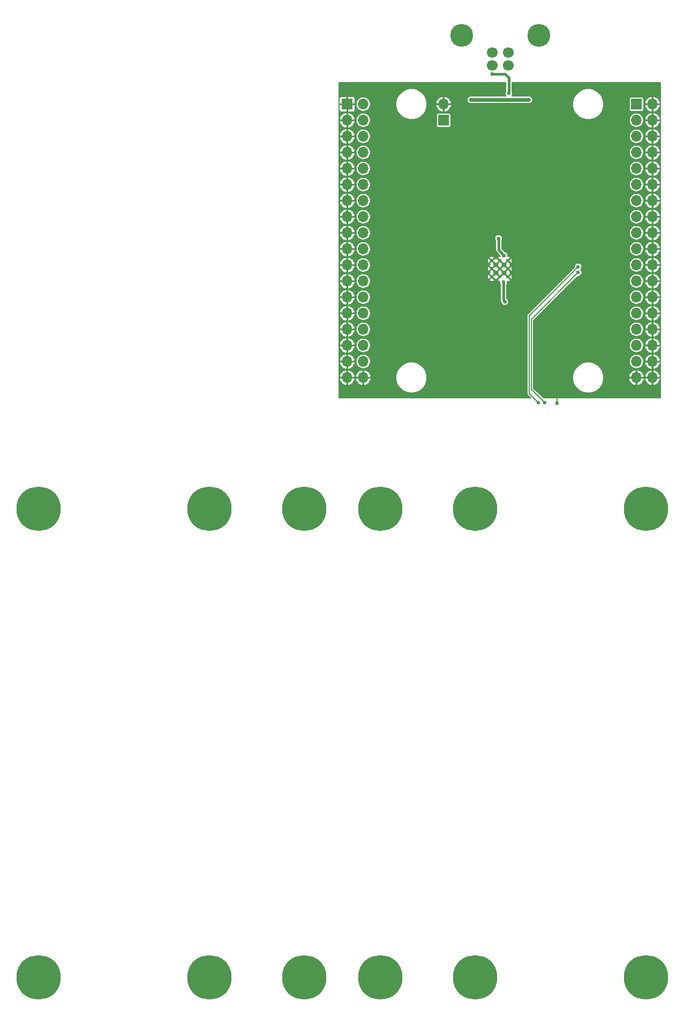
<source format=gbr>
G04 #@! TF.GenerationSoftware,KiCad,Pcbnew,(5.1.9)-1*
G04 #@! TF.CreationDate,2022-01-10T11:00:18-07:00*
G04 #@! TF.ProjectId,RP2040_minimal,52503230-3430-45f6-9d69-6e696d616c2e,REV1*
G04 #@! TF.SameCoordinates,Original*
G04 #@! TF.FileFunction,Copper,L2,Bot*
G04 #@! TF.FilePolarity,Positive*
%FSLAX46Y46*%
G04 Gerber Fmt 4.6, Leading zero omitted, Abs format (unit mm)*
G04 Created by KiCad (PCBNEW (5.1.9)-1) date 2022-01-10 11:00:18*
%MOMM*%
%LPD*%
G01*
G04 APERTURE LIST*
G04 #@! TA.AperFunction,ComponentPad*
%ADD10C,1.700000*%
G04 #@! TD*
G04 #@! TA.AperFunction,ComponentPad*
%ADD11C,3.600000*%
G04 #@! TD*
G04 #@! TA.AperFunction,ComponentPad*
%ADD12C,7.000000*%
G04 #@! TD*
G04 #@! TA.AperFunction,ComponentPad*
%ADD13C,0.600000*%
G04 #@! TD*
G04 #@! TA.AperFunction,ComponentPad*
%ADD14O,1.700000X1.700000*%
G04 #@! TD*
G04 #@! TA.AperFunction,ComponentPad*
%ADD15R,1.700000X1.700000*%
G04 #@! TD*
G04 #@! TA.AperFunction,ViaPad*
%ADD16C,0.600000*%
G04 #@! TD*
G04 #@! TA.AperFunction,Conductor*
%ADD17C,0.200000*%
G04 #@! TD*
G04 #@! TA.AperFunction,Conductor*
%ADD18C,0.150000*%
G04 #@! TD*
G04 #@! TA.AperFunction,Conductor*
%ADD19C,0.400000*%
G04 #@! TD*
G04 #@! TA.AperFunction,Conductor*
%ADD20C,0.600000*%
G04 #@! TD*
G04 APERTURE END LIST*
D10*
X101340000Y-65855000D03*
X98840000Y-65855000D03*
X98840000Y-67855000D03*
X101340000Y-67855000D03*
D11*
X106206000Y-63145000D03*
X93974000Y-63145000D03*
D12*
X27070000Y-137910000D03*
X54070000Y-137910000D03*
X81070000Y-137910000D03*
X69070000Y-137910000D03*
X96070000Y-137910000D03*
X123070000Y-137910000D03*
X54070000Y-211910000D03*
X81070000Y-211910000D03*
X96070000Y-211910000D03*
X27070000Y-211910000D03*
X69070000Y-211910000D03*
X123070000Y-211910000D03*
D13*
X101275000Y-101275000D03*
X100000000Y-101275000D03*
X98725000Y-101275000D03*
X101275000Y-100000000D03*
X100000000Y-100000000D03*
X98725000Y-100000000D03*
X101275000Y-98725000D03*
X100000000Y-98725000D03*
X98725000Y-98725000D03*
D14*
X124130000Y-117180000D03*
X121590000Y-117180000D03*
X124130000Y-114640000D03*
X121590000Y-114640000D03*
X124130000Y-112100000D03*
X121590000Y-112100000D03*
X124130000Y-109560000D03*
X121590000Y-109560000D03*
X124130000Y-107020000D03*
X121590000Y-107020000D03*
X124130000Y-104480000D03*
X121590000Y-104480000D03*
X124130000Y-101940000D03*
X121590000Y-101940000D03*
X124130000Y-99400000D03*
X121590000Y-99400000D03*
X124130000Y-96860000D03*
X121590000Y-96860000D03*
X124130000Y-94320000D03*
X121590000Y-94320000D03*
X124130000Y-91780000D03*
X121590000Y-91780000D03*
X124130000Y-89240000D03*
X121590000Y-89240000D03*
X124130000Y-86700000D03*
X121590000Y-86700000D03*
X124130000Y-84160000D03*
X121590000Y-84160000D03*
X124130000Y-81620000D03*
X121590000Y-81620000D03*
X124130000Y-79080000D03*
X121590000Y-79080000D03*
X124130000Y-76540000D03*
X121590000Y-76540000D03*
X124130000Y-74000000D03*
D15*
X121590000Y-74000000D03*
D14*
X78410000Y-117180000D03*
X75870000Y-117180000D03*
X78410000Y-114640000D03*
X75870000Y-114640000D03*
X78410000Y-112100000D03*
X75870000Y-112100000D03*
X78410000Y-109560000D03*
X75870000Y-109560000D03*
X78410000Y-107020000D03*
X75870000Y-107020000D03*
X78410000Y-104480000D03*
X75870000Y-104480000D03*
X78410000Y-101940000D03*
X75870000Y-101940000D03*
X78410000Y-99400000D03*
X75870000Y-99400000D03*
X78410000Y-96860000D03*
X75870000Y-96860000D03*
X78410000Y-94320000D03*
X75870000Y-94320000D03*
X78410000Y-91780000D03*
X75870000Y-91780000D03*
X78410000Y-89240000D03*
X75870000Y-89240000D03*
X78410000Y-86700000D03*
X75870000Y-86700000D03*
X78410000Y-84160000D03*
X75870000Y-84160000D03*
X78410000Y-81620000D03*
X75870000Y-81620000D03*
X78410000Y-79080000D03*
X75870000Y-79080000D03*
X78410000Y-76540000D03*
X75870000Y-76540000D03*
X78410000Y-74000000D03*
D15*
X75870000Y-74000000D03*
D14*
X91110000Y-74000000D03*
D15*
X91110000Y-76540000D03*
D16*
X108000000Y-94600000D03*
X110000000Y-78000000D03*
X94700000Y-82800000D03*
X111500000Y-89000000D03*
X92000000Y-97000000D03*
X92000000Y-101200000D03*
X108000000Y-95600000D03*
X96800000Y-111400000D03*
X105490000Y-115100000D03*
X90800000Y-89200000D03*
X98700000Y-76000000D03*
X99000000Y-91200008D03*
X100000000Y-91200000D03*
X103000000Y-92200000D03*
X104000000Y-92200000D03*
X108000000Y-101305000D03*
X100380994Y-107781990D03*
X101500000Y-107782004D03*
X99555500Y-106956500D03*
X97890000Y-112900000D03*
X97079000Y-106829500D03*
X95174000Y-109000000D03*
X100762000Y-108988500D03*
X98790000Y-111400000D03*
X90090000Y-114700000D03*
X90090000Y-111400000D03*
X105490000Y-111400000D03*
X86190000Y-79400000D03*
X109090000Y-121200000D03*
X98840000Y-69250000D03*
X101445000Y-72315000D03*
X104600000Y-73300000D03*
X95400000Y-73300000D03*
X99800000Y-95199994D03*
X100800000Y-105200000D03*
X100599970Y-102100000D03*
X100700000Y-97900000D03*
X106090000Y-121100000D03*
X112377500Y-99687500D03*
X112390000Y-100600000D03*
X107090000Y-121100000D03*
D17*
X103299999Y-92499999D02*
X103000000Y-92200000D01*
X103800000Y-93000000D02*
X103299999Y-92499999D01*
X104000000Y-93000000D02*
X103800000Y-93000000D01*
D18*
X109090000Y-118700000D02*
X105490000Y-115100000D01*
X109090000Y-121200000D02*
X109090000Y-118700000D01*
D19*
X98840000Y-69250000D02*
X100840000Y-69250000D01*
X101445000Y-69855000D02*
X100840000Y-69250000D01*
X101445000Y-72315000D02*
X101445000Y-69855000D01*
D20*
X104600000Y-73300000D02*
X95400000Y-73300000D01*
D19*
X100590000Y-102109970D02*
X100599970Y-102100000D01*
X100800000Y-105200000D02*
X100590000Y-104990000D01*
X100590000Y-104990000D02*
X100590000Y-102109970D01*
X100690000Y-97900000D02*
X100700000Y-97900000D01*
X99800000Y-95199994D02*
X99800000Y-97010000D01*
X99800000Y-97010000D02*
X100690000Y-97900000D01*
D18*
X104964999Y-107100001D02*
X112377500Y-99687500D01*
X104664989Y-119674989D02*
X104664989Y-107400011D01*
X104664989Y-107400011D02*
X104964999Y-107100001D01*
X106090000Y-121100000D02*
X104664989Y-119674989D01*
X104964999Y-118974999D02*
X107090000Y-121100000D01*
X104964999Y-108025001D02*
X104964999Y-118974999D01*
X112390000Y-100600000D02*
X104964999Y-108025001D01*
D17*
X100945000Y-71983331D02*
X100913287Y-72030793D01*
X100868058Y-72139986D01*
X100845000Y-72255905D01*
X100845000Y-72374095D01*
X100868058Y-72490014D01*
X100913287Y-72599207D01*
X100978950Y-72697478D01*
X100981472Y-72700000D01*
X95340905Y-72700000D01*
X95311852Y-72705779D01*
X95282379Y-72708682D01*
X95254037Y-72717279D01*
X95224986Y-72723058D01*
X95197623Y-72734392D01*
X95169279Y-72742990D01*
X95143156Y-72756953D01*
X95115793Y-72768287D01*
X95091168Y-72784741D01*
X95065045Y-72798704D01*
X95042147Y-72817496D01*
X95017522Y-72833950D01*
X94996581Y-72854891D01*
X94973683Y-72873683D01*
X94954891Y-72896581D01*
X94933950Y-72917522D01*
X94917496Y-72942147D01*
X94898704Y-72965045D01*
X94884741Y-72991168D01*
X94868287Y-73015793D01*
X94856953Y-73043156D01*
X94842990Y-73069279D01*
X94834392Y-73097623D01*
X94823058Y-73124986D01*
X94817279Y-73154037D01*
X94808682Y-73182379D01*
X94805779Y-73211852D01*
X94800000Y-73240905D01*
X94800000Y-73270526D01*
X94797097Y-73300000D01*
X94800000Y-73329474D01*
X94800000Y-73359095D01*
X94805779Y-73388148D01*
X94808682Y-73417621D01*
X94817279Y-73445963D01*
X94823058Y-73475014D01*
X94834392Y-73502377D01*
X94842990Y-73530721D01*
X94856953Y-73556844D01*
X94868287Y-73584207D01*
X94884741Y-73608832D01*
X94898704Y-73634955D01*
X94917496Y-73657853D01*
X94933950Y-73682478D01*
X94954891Y-73703419D01*
X94973683Y-73726317D01*
X94996581Y-73745109D01*
X95017522Y-73766050D01*
X95042147Y-73782504D01*
X95065045Y-73801296D01*
X95091168Y-73815259D01*
X95115793Y-73831713D01*
X95143156Y-73843047D01*
X95169279Y-73857010D01*
X95197623Y-73865608D01*
X95224986Y-73876942D01*
X95254037Y-73882721D01*
X95282379Y-73891318D01*
X95311852Y-73894221D01*
X95340905Y-73900000D01*
X104659095Y-73900000D01*
X104688148Y-73894221D01*
X104717621Y-73891318D01*
X104745963Y-73882721D01*
X104775014Y-73876942D01*
X104802377Y-73865608D01*
X104830721Y-73857010D01*
X104856844Y-73843047D01*
X104884207Y-73831713D01*
X104908832Y-73815259D01*
X104934955Y-73801296D01*
X104957853Y-73782504D01*
X104982478Y-73766050D01*
X104989832Y-73758696D01*
X111520000Y-73758696D01*
X111520000Y-74241304D01*
X111614152Y-74714639D01*
X111798838Y-75160510D01*
X112066960Y-75561784D01*
X112408216Y-75903040D01*
X112809490Y-76171162D01*
X113255361Y-76355848D01*
X113728696Y-76450000D01*
X114211304Y-76450000D01*
X114328265Y-76426735D01*
X120440000Y-76426735D01*
X120440000Y-76653265D01*
X120484194Y-76875443D01*
X120570884Y-77084729D01*
X120696737Y-77273082D01*
X120856918Y-77433263D01*
X121045271Y-77559116D01*
X121254557Y-77645806D01*
X121476735Y-77690000D01*
X121703265Y-77690000D01*
X121925443Y-77645806D01*
X122134729Y-77559116D01*
X122323082Y-77433263D01*
X122483263Y-77273082D01*
X122609116Y-77084729D01*
X122695806Y-76875443D01*
X122713841Y-76784771D01*
X122904199Y-76784771D01*
X122974795Y-77017500D01*
X123090148Y-77233694D01*
X123245461Y-77423230D01*
X123434767Y-77578824D01*
X123650790Y-77694497D01*
X123885229Y-77765803D01*
X124080000Y-77689002D01*
X124080000Y-76590000D01*
X124180000Y-76590000D01*
X124180000Y-77689002D01*
X124374771Y-77765803D01*
X124609210Y-77694497D01*
X124825233Y-77578824D01*
X125014539Y-77423230D01*
X125169852Y-77233694D01*
X125285205Y-77017500D01*
X125355801Y-76784771D01*
X125278913Y-76590000D01*
X124180000Y-76590000D01*
X124080000Y-76590000D01*
X122981087Y-76590000D01*
X122904199Y-76784771D01*
X122713841Y-76784771D01*
X122740000Y-76653265D01*
X122740000Y-76426735D01*
X122713842Y-76295229D01*
X122904199Y-76295229D01*
X122981087Y-76490000D01*
X124080000Y-76490000D01*
X124080000Y-75390998D01*
X124180000Y-75390998D01*
X124180000Y-76490000D01*
X125278913Y-76490000D01*
X125355801Y-76295229D01*
X125285205Y-76062500D01*
X125169852Y-75846306D01*
X125014539Y-75656770D01*
X124825233Y-75501176D01*
X124609210Y-75385503D01*
X124374771Y-75314197D01*
X124180000Y-75390998D01*
X124080000Y-75390998D01*
X123885229Y-75314197D01*
X123650790Y-75385503D01*
X123434767Y-75501176D01*
X123245461Y-75656770D01*
X123090148Y-75846306D01*
X122974795Y-76062500D01*
X122904199Y-76295229D01*
X122713842Y-76295229D01*
X122695806Y-76204557D01*
X122609116Y-75995271D01*
X122483263Y-75806918D01*
X122323082Y-75646737D01*
X122134729Y-75520884D01*
X121925443Y-75434194D01*
X121703265Y-75390000D01*
X121476735Y-75390000D01*
X121254557Y-75434194D01*
X121045271Y-75520884D01*
X120856918Y-75646737D01*
X120696737Y-75806918D01*
X120570884Y-75995271D01*
X120484194Y-76204557D01*
X120440000Y-76426735D01*
X114328265Y-76426735D01*
X114684639Y-76355848D01*
X115130510Y-76171162D01*
X115531784Y-75903040D01*
X115873040Y-75561784D01*
X116141162Y-75160510D01*
X116325848Y-74714639D01*
X116420000Y-74241304D01*
X116420000Y-73758696D01*
X116325848Y-73285361D01*
X116269780Y-73150000D01*
X120438549Y-73150000D01*
X120438549Y-74850000D01*
X120444341Y-74908810D01*
X120461496Y-74965360D01*
X120489353Y-75017477D01*
X120526842Y-75063158D01*
X120572523Y-75100647D01*
X120624640Y-75128504D01*
X120681190Y-75145659D01*
X120740000Y-75151451D01*
X122440000Y-75151451D01*
X122498810Y-75145659D01*
X122555360Y-75128504D01*
X122607477Y-75100647D01*
X122653158Y-75063158D01*
X122690647Y-75017477D01*
X122718504Y-74965360D01*
X122735659Y-74908810D01*
X122741451Y-74850000D01*
X122741451Y-74244771D01*
X122904199Y-74244771D01*
X122974795Y-74477500D01*
X123090148Y-74693694D01*
X123245461Y-74883230D01*
X123434767Y-75038824D01*
X123650790Y-75154497D01*
X123885229Y-75225803D01*
X124080000Y-75149002D01*
X124080000Y-74050000D01*
X124180000Y-74050000D01*
X124180000Y-75149002D01*
X124374771Y-75225803D01*
X124609210Y-75154497D01*
X124825233Y-75038824D01*
X125014539Y-74883230D01*
X125169852Y-74693694D01*
X125285205Y-74477500D01*
X125355801Y-74244771D01*
X125278913Y-74050000D01*
X124180000Y-74050000D01*
X124080000Y-74050000D01*
X122981087Y-74050000D01*
X122904199Y-74244771D01*
X122741451Y-74244771D01*
X122741451Y-73755229D01*
X122904199Y-73755229D01*
X122981087Y-73950000D01*
X124080000Y-73950000D01*
X124080000Y-72850998D01*
X124180000Y-72850998D01*
X124180000Y-73950000D01*
X125278913Y-73950000D01*
X125355801Y-73755229D01*
X125285205Y-73522500D01*
X125169852Y-73306306D01*
X125014539Y-73116770D01*
X124825233Y-72961176D01*
X124609210Y-72845503D01*
X124374771Y-72774197D01*
X124180000Y-72850998D01*
X124080000Y-72850998D01*
X123885229Y-72774197D01*
X123650790Y-72845503D01*
X123434767Y-72961176D01*
X123245461Y-73116770D01*
X123090148Y-73306306D01*
X122974795Y-73522500D01*
X122904199Y-73755229D01*
X122741451Y-73755229D01*
X122741451Y-73150000D01*
X122735659Y-73091190D01*
X122718504Y-73034640D01*
X122690647Y-72982523D01*
X122653158Y-72936842D01*
X122607477Y-72899353D01*
X122555360Y-72871496D01*
X122498810Y-72854341D01*
X122440000Y-72848549D01*
X120740000Y-72848549D01*
X120681190Y-72854341D01*
X120624640Y-72871496D01*
X120572523Y-72899353D01*
X120526842Y-72936842D01*
X120489353Y-72982523D01*
X120461496Y-73034640D01*
X120444341Y-73091190D01*
X120438549Y-73150000D01*
X116269780Y-73150000D01*
X116141162Y-72839490D01*
X115873040Y-72438216D01*
X115531784Y-72096960D01*
X115130510Y-71828838D01*
X114684639Y-71644152D01*
X114211304Y-71550000D01*
X113728696Y-71550000D01*
X113255361Y-71644152D01*
X112809490Y-71828838D01*
X112408216Y-72096960D01*
X112066960Y-72438216D01*
X111798838Y-72839490D01*
X111614152Y-73285361D01*
X111520000Y-73758696D01*
X104989832Y-73758696D01*
X105003419Y-73745109D01*
X105026317Y-73726317D01*
X105045109Y-73703419D01*
X105066050Y-73682478D01*
X105082504Y-73657853D01*
X105101296Y-73634955D01*
X105115259Y-73608832D01*
X105131713Y-73584207D01*
X105143047Y-73556844D01*
X105157010Y-73530721D01*
X105165608Y-73502377D01*
X105176942Y-73475014D01*
X105182721Y-73445963D01*
X105191318Y-73417621D01*
X105194221Y-73388148D01*
X105200000Y-73359095D01*
X105200000Y-73329474D01*
X105202903Y-73300000D01*
X105200000Y-73270526D01*
X105200000Y-73240905D01*
X105194221Y-73211852D01*
X105191318Y-73182379D01*
X105182721Y-73154037D01*
X105176942Y-73124986D01*
X105165608Y-73097623D01*
X105157010Y-73069279D01*
X105143047Y-73043156D01*
X105131713Y-73015793D01*
X105115259Y-72991168D01*
X105101296Y-72965045D01*
X105082504Y-72942147D01*
X105066050Y-72917522D01*
X105045109Y-72896581D01*
X105026317Y-72873683D01*
X105003419Y-72854891D01*
X104982478Y-72833950D01*
X104957853Y-72817496D01*
X104934955Y-72798704D01*
X104908832Y-72784741D01*
X104884207Y-72768287D01*
X104856844Y-72756953D01*
X104830721Y-72742990D01*
X104802377Y-72734392D01*
X104775014Y-72723058D01*
X104745963Y-72717279D01*
X104717621Y-72708682D01*
X104688148Y-72705779D01*
X104659095Y-72700000D01*
X101908528Y-72700000D01*
X101911050Y-72697478D01*
X101976713Y-72599207D01*
X102021942Y-72490014D01*
X102045000Y-72374095D01*
X102045000Y-72255905D01*
X102021942Y-72139986D01*
X101976713Y-72030793D01*
X101945000Y-71983331D01*
X101945000Y-70600000D01*
X125400000Y-70600000D01*
X125400000Y-120400000D01*
X106920331Y-120400000D01*
X105339999Y-118819670D01*
X105339999Y-116938696D01*
X111520000Y-116938696D01*
X111520000Y-117421304D01*
X111614152Y-117894639D01*
X111798838Y-118340510D01*
X112066960Y-118741784D01*
X112408216Y-119083040D01*
X112809490Y-119351162D01*
X113255361Y-119535848D01*
X113728696Y-119630000D01*
X114211304Y-119630000D01*
X114684639Y-119535848D01*
X115130510Y-119351162D01*
X115531784Y-119083040D01*
X115873040Y-118741784D01*
X116141162Y-118340510D01*
X116325848Y-117894639D01*
X116419310Y-117424771D01*
X120364199Y-117424771D01*
X120434795Y-117657500D01*
X120550148Y-117873694D01*
X120705461Y-118063230D01*
X120894767Y-118218824D01*
X121110790Y-118334497D01*
X121345229Y-118405803D01*
X121540000Y-118329002D01*
X121540000Y-117230000D01*
X121640000Y-117230000D01*
X121640000Y-118329002D01*
X121834771Y-118405803D01*
X122069210Y-118334497D01*
X122285233Y-118218824D01*
X122474539Y-118063230D01*
X122629852Y-117873694D01*
X122745205Y-117657500D01*
X122815801Y-117424771D01*
X122904199Y-117424771D01*
X122974795Y-117657500D01*
X123090148Y-117873694D01*
X123245461Y-118063230D01*
X123434767Y-118218824D01*
X123650790Y-118334497D01*
X123885229Y-118405803D01*
X124080000Y-118329002D01*
X124080000Y-117230000D01*
X124180000Y-117230000D01*
X124180000Y-118329002D01*
X124374771Y-118405803D01*
X124609210Y-118334497D01*
X124825233Y-118218824D01*
X125014539Y-118063230D01*
X125169852Y-117873694D01*
X125285205Y-117657500D01*
X125355801Y-117424771D01*
X125278913Y-117230000D01*
X124180000Y-117230000D01*
X124080000Y-117230000D01*
X122981087Y-117230000D01*
X122904199Y-117424771D01*
X122815801Y-117424771D01*
X122738913Y-117230000D01*
X121640000Y-117230000D01*
X121540000Y-117230000D01*
X120441087Y-117230000D01*
X120364199Y-117424771D01*
X116419310Y-117424771D01*
X116420000Y-117421304D01*
X116420000Y-116938696D01*
X116419311Y-116935229D01*
X120364199Y-116935229D01*
X120441087Y-117130000D01*
X121540000Y-117130000D01*
X121540000Y-116030998D01*
X121640000Y-116030998D01*
X121640000Y-117130000D01*
X122738913Y-117130000D01*
X122815801Y-116935229D01*
X122904199Y-116935229D01*
X122981087Y-117130000D01*
X124080000Y-117130000D01*
X124080000Y-116030998D01*
X124180000Y-116030998D01*
X124180000Y-117130000D01*
X125278913Y-117130000D01*
X125355801Y-116935229D01*
X125285205Y-116702500D01*
X125169852Y-116486306D01*
X125014539Y-116296770D01*
X124825233Y-116141176D01*
X124609210Y-116025503D01*
X124374771Y-115954197D01*
X124180000Y-116030998D01*
X124080000Y-116030998D01*
X123885229Y-115954197D01*
X123650790Y-116025503D01*
X123434767Y-116141176D01*
X123245461Y-116296770D01*
X123090148Y-116486306D01*
X122974795Y-116702500D01*
X122904199Y-116935229D01*
X122815801Y-116935229D01*
X122745205Y-116702500D01*
X122629852Y-116486306D01*
X122474539Y-116296770D01*
X122285233Y-116141176D01*
X122069210Y-116025503D01*
X121834771Y-115954197D01*
X121640000Y-116030998D01*
X121540000Y-116030998D01*
X121345229Y-115954197D01*
X121110790Y-116025503D01*
X120894767Y-116141176D01*
X120705461Y-116296770D01*
X120550148Y-116486306D01*
X120434795Y-116702500D01*
X120364199Y-116935229D01*
X116419311Y-116935229D01*
X116325848Y-116465361D01*
X116141162Y-116019490D01*
X115873040Y-115618216D01*
X115531784Y-115276960D01*
X115130510Y-115008838D01*
X114684639Y-114824152D01*
X114211304Y-114730000D01*
X113728696Y-114730000D01*
X113255361Y-114824152D01*
X112809490Y-115008838D01*
X112408216Y-115276960D01*
X112066960Y-115618216D01*
X111798838Y-116019490D01*
X111614152Y-116465361D01*
X111520000Y-116938696D01*
X105339999Y-116938696D01*
X105339999Y-114526735D01*
X120440000Y-114526735D01*
X120440000Y-114753265D01*
X120484194Y-114975443D01*
X120570884Y-115184729D01*
X120696737Y-115373082D01*
X120856918Y-115533263D01*
X121045271Y-115659116D01*
X121254557Y-115745806D01*
X121476735Y-115790000D01*
X121703265Y-115790000D01*
X121925443Y-115745806D01*
X122134729Y-115659116D01*
X122323082Y-115533263D01*
X122483263Y-115373082D01*
X122609116Y-115184729D01*
X122695806Y-114975443D01*
X122713841Y-114884771D01*
X122904199Y-114884771D01*
X122974795Y-115117500D01*
X123090148Y-115333694D01*
X123245461Y-115523230D01*
X123434767Y-115678824D01*
X123650790Y-115794497D01*
X123885229Y-115865803D01*
X124080000Y-115789002D01*
X124080000Y-114690000D01*
X124180000Y-114690000D01*
X124180000Y-115789002D01*
X124374771Y-115865803D01*
X124609210Y-115794497D01*
X124825233Y-115678824D01*
X125014539Y-115523230D01*
X125169852Y-115333694D01*
X125285205Y-115117500D01*
X125355801Y-114884771D01*
X125278913Y-114690000D01*
X124180000Y-114690000D01*
X124080000Y-114690000D01*
X122981087Y-114690000D01*
X122904199Y-114884771D01*
X122713841Y-114884771D01*
X122740000Y-114753265D01*
X122740000Y-114526735D01*
X122713842Y-114395229D01*
X122904199Y-114395229D01*
X122981087Y-114590000D01*
X124080000Y-114590000D01*
X124080000Y-113490998D01*
X124180000Y-113490998D01*
X124180000Y-114590000D01*
X125278913Y-114590000D01*
X125355801Y-114395229D01*
X125285205Y-114162500D01*
X125169852Y-113946306D01*
X125014539Y-113756770D01*
X124825233Y-113601176D01*
X124609210Y-113485503D01*
X124374771Y-113414197D01*
X124180000Y-113490998D01*
X124080000Y-113490998D01*
X123885229Y-113414197D01*
X123650790Y-113485503D01*
X123434767Y-113601176D01*
X123245461Y-113756770D01*
X123090148Y-113946306D01*
X122974795Y-114162500D01*
X122904199Y-114395229D01*
X122713842Y-114395229D01*
X122695806Y-114304557D01*
X122609116Y-114095271D01*
X122483263Y-113906918D01*
X122323082Y-113746737D01*
X122134729Y-113620884D01*
X121925443Y-113534194D01*
X121703265Y-113490000D01*
X121476735Y-113490000D01*
X121254557Y-113534194D01*
X121045271Y-113620884D01*
X120856918Y-113746737D01*
X120696737Y-113906918D01*
X120570884Y-114095271D01*
X120484194Y-114304557D01*
X120440000Y-114526735D01*
X105339999Y-114526735D01*
X105339999Y-111986735D01*
X120440000Y-111986735D01*
X120440000Y-112213265D01*
X120484194Y-112435443D01*
X120570884Y-112644729D01*
X120696737Y-112833082D01*
X120856918Y-112993263D01*
X121045271Y-113119116D01*
X121254557Y-113205806D01*
X121476735Y-113250000D01*
X121703265Y-113250000D01*
X121925443Y-113205806D01*
X122134729Y-113119116D01*
X122323082Y-112993263D01*
X122483263Y-112833082D01*
X122609116Y-112644729D01*
X122695806Y-112435443D01*
X122713841Y-112344771D01*
X122904199Y-112344771D01*
X122974795Y-112577500D01*
X123090148Y-112793694D01*
X123245461Y-112983230D01*
X123434767Y-113138824D01*
X123650790Y-113254497D01*
X123885229Y-113325803D01*
X124080000Y-113249002D01*
X124080000Y-112150000D01*
X124180000Y-112150000D01*
X124180000Y-113249002D01*
X124374771Y-113325803D01*
X124609210Y-113254497D01*
X124825233Y-113138824D01*
X125014539Y-112983230D01*
X125169852Y-112793694D01*
X125285205Y-112577500D01*
X125355801Y-112344771D01*
X125278913Y-112150000D01*
X124180000Y-112150000D01*
X124080000Y-112150000D01*
X122981087Y-112150000D01*
X122904199Y-112344771D01*
X122713841Y-112344771D01*
X122740000Y-112213265D01*
X122740000Y-111986735D01*
X122713842Y-111855229D01*
X122904199Y-111855229D01*
X122981087Y-112050000D01*
X124080000Y-112050000D01*
X124080000Y-110950998D01*
X124180000Y-110950998D01*
X124180000Y-112050000D01*
X125278913Y-112050000D01*
X125355801Y-111855229D01*
X125285205Y-111622500D01*
X125169852Y-111406306D01*
X125014539Y-111216770D01*
X124825233Y-111061176D01*
X124609210Y-110945503D01*
X124374771Y-110874197D01*
X124180000Y-110950998D01*
X124080000Y-110950998D01*
X123885229Y-110874197D01*
X123650790Y-110945503D01*
X123434767Y-111061176D01*
X123245461Y-111216770D01*
X123090148Y-111406306D01*
X122974795Y-111622500D01*
X122904199Y-111855229D01*
X122713842Y-111855229D01*
X122695806Y-111764557D01*
X122609116Y-111555271D01*
X122483263Y-111366918D01*
X122323082Y-111206737D01*
X122134729Y-111080884D01*
X121925443Y-110994194D01*
X121703265Y-110950000D01*
X121476735Y-110950000D01*
X121254557Y-110994194D01*
X121045271Y-111080884D01*
X120856918Y-111206737D01*
X120696737Y-111366918D01*
X120570884Y-111555271D01*
X120484194Y-111764557D01*
X120440000Y-111986735D01*
X105339999Y-111986735D01*
X105339999Y-109446735D01*
X120440000Y-109446735D01*
X120440000Y-109673265D01*
X120484194Y-109895443D01*
X120570884Y-110104729D01*
X120696737Y-110293082D01*
X120856918Y-110453263D01*
X121045271Y-110579116D01*
X121254557Y-110665806D01*
X121476735Y-110710000D01*
X121703265Y-110710000D01*
X121925443Y-110665806D01*
X122134729Y-110579116D01*
X122323082Y-110453263D01*
X122483263Y-110293082D01*
X122609116Y-110104729D01*
X122695806Y-109895443D01*
X122713841Y-109804771D01*
X122904199Y-109804771D01*
X122974795Y-110037500D01*
X123090148Y-110253694D01*
X123245461Y-110443230D01*
X123434767Y-110598824D01*
X123650790Y-110714497D01*
X123885229Y-110785803D01*
X124080000Y-110709002D01*
X124080000Y-109610000D01*
X124180000Y-109610000D01*
X124180000Y-110709002D01*
X124374771Y-110785803D01*
X124609210Y-110714497D01*
X124825233Y-110598824D01*
X125014539Y-110443230D01*
X125169852Y-110253694D01*
X125285205Y-110037500D01*
X125355801Y-109804771D01*
X125278913Y-109610000D01*
X124180000Y-109610000D01*
X124080000Y-109610000D01*
X122981087Y-109610000D01*
X122904199Y-109804771D01*
X122713841Y-109804771D01*
X122740000Y-109673265D01*
X122740000Y-109446735D01*
X122713842Y-109315229D01*
X122904199Y-109315229D01*
X122981087Y-109510000D01*
X124080000Y-109510000D01*
X124080000Y-108410998D01*
X124180000Y-108410998D01*
X124180000Y-109510000D01*
X125278913Y-109510000D01*
X125355801Y-109315229D01*
X125285205Y-109082500D01*
X125169852Y-108866306D01*
X125014539Y-108676770D01*
X124825233Y-108521176D01*
X124609210Y-108405503D01*
X124374771Y-108334197D01*
X124180000Y-108410998D01*
X124080000Y-108410998D01*
X123885229Y-108334197D01*
X123650790Y-108405503D01*
X123434767Y-108521176D01*
X123245461Y-108676770D01*
X123090148Y-108866306D01*
X122974795Y-109082500D01*
X122904199Y-109315229D01*
X122713842Y-109315229D01*
X122695806Y-109224557D01*
X122609116Y-109015271D01*
X122483263Y-108826918D01*
X122323082Y-108666737D01*
X122134729Y-108540884D01*
X121925443Y-108454194D01*
X121703265Y-108410000D01*
X121476735Y-108410000D01*
X121254557Y-108454194D01*
X121045271Y-108540884D01*
X120856918Y-108666737D01*
X120696737Y-108826918D01*
X120570884Y-109015271D01*
X120484194Y-109224557D01*
X120440000Y-109446735D01*
X105339999Y-109446735D01*
X105339999Y-108180330D01*
X106613594Y-106906735D01*
X120440000Y-106906735D01*
X120440000Y-107133265D01*
X120484194Y-107355443D01*
X120570884Y-107564729D01*
X120696737Y-107753082D01*
X120856918Y-107913263D01*
X121045271Y-108039116D01*
X121254557Y-108125806D01*
X121476735Y-108170000D01*
X121703265Y-108170000D01*
X121925443Y-108125806D01*
X122134729Y-108039116D01*
X122323082Y-107913263D01*
X122483263Y-107753082D01*
X122609116Y-107564729D01*
X122695806Y-107355443D01*
X122713841Y-107264771D01*
X122904199Y-107264771D01*
X122974795Y-107497500D01*
X123090148Y-107713694D01*
X123245461Y-107903230D01*
X123434767Y-108058824D01*
X123650790Y-108174497D01*
X123885229Y-108245803D01*
X124080000Y-108169002D01*
X124080000Y-107070000D01*
X124180000Y-107070000D01*
X124180000Y-108169002D01*
X124374771Y-108245803D01*
X124609210Y-108174497D01*
X124825233Y-108058824D01*
X125014539Y-107903230D01*
X125169852Y-107713694D01*
X125285205Y-107497500D01*
X125355801Y-107264771D01*
X125278913Y-107070000D01*
X124180000Y-107070000D01*
X124080000Y-107070000D01*
X122981087Y-107070000D01*
X122904199Y-107264771D01*
X122713841Y-107264771D01*
X122740000Y-107133265D01*
X122740000Y-106906735D01*
X122713842Y-106775229D01*
X122904199Y-106775229D01*
X122981087Y-106970000D01*
X124080000Y-106970000D01*
X124080000Y-105870998D01*
X124180000Y-105870998D01*
X124180000Y-106970000D01*
X125278913Y-106970000D01*
X125355801Y-106775229D01*
X125285205Y-106542500D01*
X125169852Y-106326306D01*
X125014539Y-106136770D01*
X124825233Y-105981176D01*
X124609210Y-105865503D01*
X124374771Y-105794197D01*
X124180000Y-105870998D01*
X124080000Y-105870998D01*
X123885229Y-105794197D01*
X123650790Y-105865503D01*
X123434767Y-105981176D01*
X123245461Y-106136770D01*
X123090148Y-106326306D01*
X122974795Y-106542500D01*
X122904199Y-106775229D01*
X122713842Y-106775229D01*
X122695806Y-106684557D01*
X122609116Y-106475271D01*
X122483263Y-106286918D01*
X122323082Y-106126737D01*
X122134729Y-106000884D01*
X121925443Y-105914194D01*
X121703265Y-105870000D01*
X121476735Y-105870000D01*
X121254557Y-105914194D01*
X121045271Y-106000884D01*
X120856918Y-106126737D01*
X120696737Y-106286918D01*
X120570884Y-106475271D01*
X120484194Y-106684557D01*
X120440000Y-106906735D01*
X106613594Y-106906735D01*
X109153594Y-104366735D01*
X120440000Y-104366735D01*
X120440000Y-104593265D01*
X120484194Y-104815443D01*
X120570884Y-105024729D01*
X120696737Y-105213082D01*
X120856918Y-105373263D01*
X121045271Y-105499116D01*
X121254557Y-105585806D01*
X121476735Y-105630000D01*
X121703265Y-105630000D01*
X121925443Y-105585806D01*
X122134729Y-105499116D01*
X122323082Y-105373263D01*
X122483263Y-105213082D01*
X122609116Y-105024729D01*
X122695806Y-104815443D01*
X122713841Y-104724771D01*
X122904199Y-104724771D01*
X122974795Y-104957500D01*
X123090148Y-105173694D01*
X123245461Y-105363230D01*
X123434767Y-105518824D01*
X123650790Y-105634497D01*
X123885229Y-105705803D01*
X124080000Y-105629002D01*
X124080000Y-104530000D01*
X124180000Y-104530000D01*
X124180000Y-105629002D01*
X124374771Y-105705803D01*
X124609210Y-105634497D01*
X124825233Y-105518824D01*
X125014539Y-105363230D01*
X125169852Y-105173694D01*
X125285205Y-104957500D01*
X125355801Y-104724771D01*
X125278913Y-104530000D01*
X124180000Y-104530000D01*
X124080000Y-104530000D01*
X122981087Y-104530000D01*
X122904199Y-104724771D01*
X122713841Y-104724771D01*
X122740000Y-104593265D01*
X122740000Y-104366735D01*
X122713842Y-104235229D01*
X122904199Y-104235229D01*
X122981087Y-104430000D01*
X124080000Y-104430000D01*
X124080000Y-103330998D01*
X124180000Y-103330998D01*
X124180000Y-104430000D01*
X125278913Y-104430000D01*
X125355801Y-104235229D01*
X125285205Y-104002500D01*
X125169852Y-103786306D01*
X125014539Y-103596770D01*
X124825233Y-103441176D01*
X124609210Y-103325503D01*
X124374771Y-103254197D01*
X124180000Y-103330998D01*
X124080000Y-103330998D01*
X123885229Y-103254197D01*
X123650790Y-103325503D01*
X123434767Y-103441176D01*
X123245461Y-103596770D01*
X123090148Y-103786306D01*
X122974795Y-104002500D01*
X122904199Y-104235229D01*
X122713842Y-104235229D01*
X122695806Y-104144557D01*
X122609116Y-103935271D01*
X122483263Y-103746918D01*
X122323082Y-103586737D01*
X122134729Y-103460884D01*
X121925443Y-103374194D01*
X121703265Y-103330000D01*
X121476735Y-103330000D01*
X121254557Y-103374194D01*
X121045271Y-103460884D01*
X120856918Y-103586737D01*
X120696737Y-103746918D01*
X120570884Y-103935271D01*
X120484194Y-104144557D01*
X120440000Y-104366735D01*
X109153594Y-104366735D01*
X111693594Y-101826735D01*
X120440000Y-101826735D01*
X120440000Y-102053265D01*
X120484194Y-102275443D01*
X120570884Y-102484729D01*
X120696737Y-102673082D01*
X120856918Y-102833263D01*
X121045271Y-102959116D01*
X121254557Y-103045806D01*
X121476735Y-103090000D01*
X121703265Y-103090000D01*
X121925443Y-103045806D01*
X122134729Y-102959116D01*
X122323082Y-102833263D01*
X122483263Y-102673082D01*
X122609116Y-102484729D01*
X122695806Y-102275443D01*
X122713841Y-102184771D01*
X122904199Y-102184771D01*
X122974795Y-102417500D01*
X123090148Y-102633694D01*
X123245461Y-102823230D01*
X123434767Y-102978824D01*
X123650790Y-103094497D01*
X123885229Y-103165803D01*
X124080000Y-103089002D01*
X124080000Y-101990000D01*
X124180000Y-101990000D01*
X124180000Y-103089002D01*
X124374771Y-103165803D01*
X124609210Y-103094497D01*
X124825233Y-102978824D01*
X125014539Y-102823230D01*
X125169852Y-102633694D01*
X125285205Y-102417500D01*
X125355801Y-102184771D01*
X125278913Y-101990000D01*
X124180000Y-101990000D01*
X124080000Y-101990000D01*
X122981087Y-101990000D01*
X122904199Y-102184771D01*
X122713841Y-102184771D01*
X122740000Y-102053265D01*
X122740000Y-101826735D01*
X122713842Y-101695229D01*
X122904199Y-101695229D01*
X122981087Y-101890000D01*
X124080000Y-101890000D01*
X124080000Y-100790998D01*
X124180000Y-100790998D01*
X124180000Y-101890000D01*
X125278913Y-101890000D01*
X125355801Y-101695229D01*
X125285205Y-101462500D01*
X125169852Y-101246306D01*
X125014539Y-101056770D01*
X124825233Y-100901176D01*
X124609210Y-100785503D01*
X124374771Y-100714197D01*
X124180000Y-100790998D01*
X124080000Y-100790998D01*
X123885229Y-100714197D01*
X123650790Y-100785503D01*
X123434767Y-100901176D01*
X123245461Y-101056770D01*
X123090148Y-101246306D01*
X122974795Y-101462500D01*
X122904199Y-101695229D01*
X122713842Y-101695229D01*
X122695806Y-101604557D01*
X122609116Y-101395271D01*
X122483263Y-101206918D01*
X122323082Y-101046737D01*
X122134729Y-100920884D01*
X121925443Y-100834194D01*
X121703265Y-100790000D01*
X121476735Y-100790000D01*
X121254557Y-100834194D01*
X121045271Y-100920884D01*
X120856918Y-101046737D01*
X120696737Y-101206918D01*
X120570884Y-101395271D01*
X120484194Y-101604557D01*
X120440000Y-101826735D01*
X111693594Y-101826735D01*
X112322084Y-101198245D01*
X112330905Y-101200000D01*
X112449095Y-101200000D01*
X112565014Y-101176942D01*
X112674207Y-101131713D01*
X112772478Y-101066050D01*
X112856050Y-100982478D01*
X112921713Y-100884207D01*
X112966942Y-100775014D01*
X112990000Y-100659095D01*
X112990000Y-100540905D01*
X112966942Y-100424986D01*
X112921713Y-100315793D01*
X112856050Y-100217522D01*
X112776028Y-100137500D01*
X112843550Y-100069978D01*
X112909213Y-99971707D01*
X112954442Y-99862514D01*
X112977500Y-99746595D01*
X112977500Y-99628405D01*
X112954442Y-99512486D01*
X112909213Y-99403293D01*
X112843550Y-99305022D01*
X112825263Y-99286735D01*
X120440000Y-99286735D01*
X120440000Y-99513265D01*
X120484194Y-99735443D01*
X120570884Y-99944729D01*
X120696737Y-100133082D01*
X120856918Y-100293263D01*
X121045271Y-100419116D01*
X121254557Y-100505806D01*
X121476735Y-100550000D01*
X121703265Y-100550000D01*
X121925443Y-100505806D01*
X122134729Y-100419116D01*
X122323082Y-100293263D01*
X122483263Y-100133082D01*
X122609116Y-99944729D01*
X122695806Y-99735443D01*
X122713841Y-99644771D01*
X122904199Y-99644771D01*
X122974795Y-99877500D01*
X123090148Y-100093694D01*
X123245461Y-100283230D01*
X123434767Y-100438824D01*
X123650790Y-100554497D01*
X123885229Y-100625803D01*
X124080000Y-100549002D01*
X124080000Y-99450000D01*
X124180000Y-99450000D01*
X124180000Y-100549002D01*
X124374771Y-100625803D01*
X124609210Y-100554497D01*
X124825233Y-100438824D01*
X125014539Y-100283230D01*
X125169852Y-100093694D01*
X125285205Y-99877500D01*
X125355801Y-99644771D01*
X125278913Y-99450000D01*
X124180000Y-99450000D01*
X124080000Y-99450000D01*
X122981087Y-99450000D01*
X122904199Y-99644771D01*
X122713841Y-99644771D01*
X122740000Y-99513265D01*
X122740000Y-99286735D01*
X122713842Y-99155229D01*
X122904199Y-99155229D01*
X122981087Y-99350000D01*
X124080000Y-99350000D01*
X124080000Y-98250998D01*
X124180000Y-98250998D01*
X124180000Y-99350000D01*
X125278913Y-99350000D01*
X125355801Y-99155229D01*
X125285205Y-98922500D01*
X125169852Y-98706306D01*
X125014539Y-98516770D01*
X124825233Y-98361176D01*
X124609210Y-98245503D01*
X124374771Y-98174197D01*
X124180000Y-98250998D01*
X124080000Y-98250998D01*
X123885229Y-98174197D01*
X123650790Y-98245503D01*
X123434767Y-98361176D01*
X123245461Y-98516770D01*
X123090148Y-98706306D01*
X122974795Y-98922500D01*
X122904199Y-99155229D01*
X122713842Y-99155229D01*
X122695806Y-99064557D01*
X122609116Y-98855271D01*
X122483263Y-98666918D01*
X122323082Y-98506737D01*
X122134729Y-98380884D01*
X121925443Y-98294194D01*
X121703265Y-98250000D01*
X121476735Y-98250000D01*
X121254557Y-98294194D01*
X121045271Y-98380884D01*
X120856918Y-98506737D01*
X120696737Y-98666918D01*
X120570884Y-98855271D01*
X120484194Y-99064557D01*
X120440000Y-99286735D01*
X112825263Y-99286735D01*
X112759978Y-99221450D01*
X112661707Y-99155787D01*
X112552514Y-99110558D01*
X112436595Y-99087500D01*
X112318405Y-99087500D01*
X112202486Y-99110558D01*
X112093293Y-99155787D01*
X111995022Y-99221450D01*
X111911450Y-99305022D01*
X111845787Y-99403293D01*
X111800558Y-99512486D01*
X111777500Y-99628405D01*
X111777500Y-99746595D01*
X111779255Y-99755416D01*
X104712864Y-106821807D01*
X104712858Y-106821812D01*
X104412850Y-107121821D01*
X104398542Y-107133563D01*
X104351681Y-107190664D01*
X104316859Y-107255811D01*
X104300619Y-107309348D01*
X104295416Y-107326499D01*
X104288175Y-107400011D01*
X104289990Y-107418437D01*
X104289989Y-119656573D01*
X104288175Y-119674989D01*
X104289989Y-119693405D01*
X104289989Y-119693407D01*
X104295415Y-119748501D01*
X104316858Y-119819188D01*
X104351680Y-119884335D01*
X104398541Y-119941437D01*
X104412855Y-119953184D01*
X104859671Y-120400000D01*
X74600000Y-120400000D01*
X74600000Y-117424771D01*
X74644199Y-117424771D01*
X74714795Y-117657500D01*
X74830148Y-117873694D01*
X74985461Y-118063230D01*
X75174767Y-118218824D01*
X75390790Y-118334497D01*
X75625229Y-118405803D01*
X75820000Y-118329002D01*
X75820000Y-117230000D01*
X75920000Y-117230000D01*
X75920000Y-118329002D01*
X76114771Y-118405803D01*
X76349210Y-118334497D01*
X76565233Y-118218824D01*
X76754539Y-118063230D01*
X76909852Y-117873694D01*
X77025205Y-117657500D01*
X77095801Y-117424771D01*
X77184199Y-117424771D01*
X77254795Y-117657500D01*
X77370148Y-117873694D01*
X77525461Y-118063230D01*
X77714767Y-118218824D01*
X77930790Y-118334497D01*
X78165229Y-118405803D01*
X78360000Y-118329002D01*
X78360000Y-117230000D01*
X78460000Y-117230000D01*
X78460000Y-118329002D01*
X78654771Y-118405803D01*
X78889210Y-118334497D01*
X79105233Y-118218824D01*
X79294539Y-118063230D01*
X79449852Y-117873694D01*
X79565205Y-117657500D01*
X79635801Y-117424771D01*
X79558913Y-117230000D01*
X78460000Y-117230000D01*
X78360000Y-117230000D01*
X77261087Y-117230000D01*
X77184199Y-117424771D01*
X77095801Y-117424771D01*
X77018913Y-117230000D01*
X75920000Y-117230000D01*
X75820000Y-117230000D01*
X74721087Y-117230000D01*
X74644199Y-117424771D01*
X74600000Y-117424771D01*
X74600000Y-116935229D01*
X74644199Y-116935229D01*
X74721087Y-117130000D01*
X75820000Y-117130000D01*
X75820000Y-116030998D01*
X75920000Y-116030998D01*
X75920000Y-117130000D01*
X77018913Y-117130000D01*
X77095801Y-116935229D01*
X77184199Y-116935229D01*
X77261087Y-117130000D01*
X78360000Y-117130000D01*
X78360000Y-116030998D01*
X78460000Y-116030998D01*
X78460000Y-117130000D01*
X79558913Y-117130000D01*
X79634432Y-116938696D01*
X83580000Y-116938696D01*
X83580000Y-117421304D01*
X83674152Y-117894639D01*
X83858838Y-118340510D01*
X84126960Y-118741784D01*
X84468216Y-119083040D01*
X84869490Y-119351162D01*
X85315361Y-119535848D01*
X85788696Y-119630000D01*
X86271304Y-119630000D01*
X86744639Y-119535848D01*
X87190510Y-119351162D01*
X87591784Y-119083040D01*
X87933040Y-118741784D01*
X88201162Y-118340510D01*
X88385848Y-117894639D01*
X88480000Y-117421304D01*
X88480000Y-116938696D01*
X88385848Y-116465361D01*
X88201162Y-116019490D01*
X87933040Y-115618216D01*
X87591784Y-115276960D01*
X87190510Y-115008838D01*
X86744639Y-114824152D01*
X86271304Y-114730000D01*
X85788696Y-114730000D01*
X85315361Y-114824152D01*
X84869490Y-115008838D01*
X84468216Y-115276960D01*
X84126960Y-115618216D01*
X83858838Y-116019490D01*
X83674152Y-116465361D01*
X83580000Y-116938696D01*
X79634432Y-116938696D01*
X79635801Y-116935229D01*
X79565205Y-116702500D01*
X79449852Y-116486306D01*
X79294539Y-116296770D01*
X79105233Y-116141176D01*
X78889210Y-116025503D01*
X78654771Y-115954197D01*
X78460000Y-116030998D01*
X78360000Y-116030998D01*
X78165229Y-115954197D01*
X77930790Y-116025503D01*
X77714767Y-116141176D01*
X77525461Y-116296770D01*
X77370148Y-116486306D01*
X77254795Y-116702500D01*
X77184199Y-116935229D01*
X77095801Y-116935229D01*
X77025205Y-116702500D01*
X76909852Y-116486306D01*
X76754539Y-116296770D01*
X76565233Y-116141176D01*
X76349210Y-116025503D01*
X76114771Y-115954197D01*
X75920000Y-116030998D01*
X75820000Y-116030998D01*
X75625229Y-115954197D01*
X75390790Y-116025503D01*
X75174767Y-116141176D01*
X74985461Y-116296770D01*
X74830148Y-116486306D01*
X74714795Y-116702500D01*
X74644199Y-116935229D01*
X74600000Y-116935229D01*
X74600000Y-114884771D01*
X74644199Y-114884771D01*
X74714795Y-115117500D01*
X74830148Y-115333694D01*
X74985461Y-115523230D01*
X75174767Y-115678824D01*
X75390790Y-115794497D01*
X75625229Y-115865803D01*
X75820000Y-115789002D01*
X75820000Y-114690000D01*
X75920000Y-114690000D01*
X75920000Y-115789002D01*
X76114771Y-115865803D01*
X76349210Y-115794497D01*
X76565233Y-115678824D01*
X76754539Y-115523230D01*
X76909852Y-115333694D01*
X77025205Y-115117500D01*
X77095801Y-114884771D01*
X77018913Y-114690000D01*
X75920000Y-114690000D01*
X75820000Y-114690000D01*
X74721087Y-114690000D01*
X74644199Y-114884771D01*
X74600000Y-114884771D01*
X74600000Y-114395229D01*
X74644199Y-114395229D01*
X74721087Y-114590000D01*
X75820000Y-114590000D01*
X75820000Y-113490998D01*
X75920000Y-113490998D01*
X75920000Y-114590000D01*
X77018913Y-114590000D01*
X77043887Y-114526735D01*
X77260000Y-114526735D01*
X77260000Y-114753265D01*
X77304194Y-114975443D01*
X77390884Y-115184729D01*
X77516737Y-115373082D01*
X77676918Y-115533263D01*
X77865271Y-115659116D01*
X78074557Y-115745806D01*
X78296735Y-115790000D01*
X78523265Y-115790000D01*
X78745443Y-115745806D01*
X78954729Y-115659116D01*
X79143082Y-115533263D01*
X79303263Y-115373082D01*
X79429116Y-115184729D01*
X79515806Y-114975443D01*
X79560000Y-114753265D01*
X79560000Y-114526735D01*
X79515806Y-114304557D01*
X79429116Y-114095271D01*
X79303263Y-113906918D01*
X79143082Y-113746737D01*
X78954729Y-113620884D01*
X78745443Y-113534194D01*
X78523265Y-113490000D01*
X78296735Y-113490000D01*
X78074557Y-113534194D01*
X77865271Y-113620884D01*
X77676918Y-113746737D01*
X77516737Y-113906918D01*
X77390884Y-114095271D01*
X77304194Y-114304557D01*
X77260000Y-114526735D01*
X77043887Y-114526735D01*
X77095801Y-114395229D01*
X77025205Y-114162500D01*
X76909852Y-113946306D01*
X76754539Y-113756770D01*
X76565233Y-113601176D01*
X76349210Y-113485503D01*
X76114771Y-113414197D01*
X75920000Y-113490998D01*
X75820000Y-113490998D01*
X75625229Y-113414197D01*
X75390790Y-113485503D01*
X75174767Y-113601176D01*
X74985461Y-113756770D01*
X74830148Y-113946306D01*
X74714795Y-114162500D01*
X74644199Y-114395229D01*
X74600000Y-114395229D01*
X74600000Y-112344771D01*
X74644199Y-112344771D01*
X74714795Y-112577500D01*
X74830148Y-112793694D01*
X74985461Y-112983230D01*
X75174767Y-113138824D01*
X75390790Y-113254497D01*
X75625229Y-113325803D01*
X75820000Y-113249002D01*
X75820000Y-112150000D01*
X75920000Y-112150000D01*
X75920000Y-113249002D01*
X76114771Y-113325803D01*
X76349210Y-113254497D01*
X76565233Y-113138824D01*
X76754539Y-112983230D01*
X76909852Y-112793694D01*
X77025205Y-112577500D01*
X77095801Y-112344771D01*
X77018913Y-112150000D01*
X75920000Y-112150000D01*
X75820000Y-112150000D01*
X74721087Y-112150000D01*
X74644199Y-112344771D01*
X74600000Y-112344771D01*
X74600000Y-111855229D01*
X74644199Y-111855229D01*
X74721087Y-112050000D01*
X75820000Y-112050000D01*
X75820000Y-110950998D01*
X75920000Y-110950998D01*
X75920000Y-112050000D01*
X77018913Y-112050000D01*
X77043887Y-111986735D01*
X77260000Y-111986735D01*
X77260000Y-112213265D01*
X77304194Y-112435443D01*
X77390884Y-112644729D01*
X77516737Y-112833082D01*
X77676918Y-112993263D01*
X77865271Y-113119116D01*
X78074557Y-113205806D01*
X78296735Y-113250000D01*
X78523265Y-113250000D01*
X78745443Y-113205806D01*
X78954729Y-113119116D01*
X79143082Y-112993263D01*
X79303263Y-112833082D01*
X79429116Y-112644729D01*
X79515806Y-112435443D01*
X79560000Y-112213265D01*
X79560000Y-111986735D01*
X79515806Y-111764557D01*
X79429116Y-111555271D01*
X79303263Y-111366918D01*
X79143082Y-111206737D01*
X78954729Y-111080884D01*
X78745443Y-110994194D01*
X78523265Y-110950000D01*
X78296735Y-110950000D01*
X78074557Y-110994194D01*
X77865271Y-111080884D01*
X77676918Y-111206737D01*
X77516737Y-111366918D01*
X77390884Y-111555271D01*
X77304194Y-111764557D01*
X77260000Y-111986735D01*
X77043887Y-111986735D01*
X77095801Y-111855229D01*
X77025205Y-111622500D01*
X76909852Y-111406306D01*
X76754539Y-111216770D01*
X76565233Y-111061176D01*
X76349210Y-110945503D01*
X76114771Y-110874197D01*
X75920000Y-110950998D01*
X75820000Y-110950998D01*
X75625229Y-110874197D01*
X75390790Y-110945503D01*
X75174767Y-111061176D01*
X74985461Y-111216770D01*
X74830148Y-111406306D01*
X74714795Y-111622500D01*
X74644199Y-111855229D01*
X74600000Y-111855229D01*
X74600000Y-109804771D01*
X74644199Y-109804771D01*
X74714795Y-110037500D01*
X74830148Y-110253694D01*
X74985461Y-110443230D01*
X75174767Y-110598824D01*
X75390790Y-110714497D01*
X75625229Y-110785803D01*
X75820000Y-110709002D01*
X75820000Y-109610000D01*
X75920000Y-109610000D01*
X75920000Y-110709002D01*
X76114771Y-110785803D01*
X76349210Y-110714497D01*
X76565233Y-110598824D01*
X76754539Y-110443230D01*
X76909852Y-110253694D01*
X77025205Y-110037500D01*
X77095801Y-109804771D01*
X77018913Y-109610000D01*
X75920000Y-109610000D01*
X75820000Y-109610000D01*
X74721087Y-109610000D01*
X74644199Y-109804771D01*
X74600000Y-109804771D01*
X74600000Y-109315229D01*
X74644199Y-109315229D01*
X74721087Y-109510000D01*
X75820000Y-109510000D01*
X75820000Y-108410998D01*
X75920000Y-108410998D01*
X75920000Y-109510000D01*
X77018913Y-109510000D01*
X77043887Y-109446735D01*
X77260000Y-109446735D01*
X77260000Y-109673265D01*
X77304194Y-109895443D01*
X77390884Y-110104729D01*
X77516737Y-110293082D01*
X77676918Y-110453263D01*
X77865271Y-110579116D01*
X78074557Y-110665806D01*
X78296735Y-110710000D01*
X78523265Y-110710000D01*
X78745443Y-110665806D01*
X78954729Y-110579116D01*
X79143082Y-110453263D01*
X79303263Y-110293082D01*
X79429116Y-110104729D01*
X79515806Y-109895443D01*
X79560000Y-109673265D01*
X79560000Y-109446735D01*
X79515806Y-109224557D01*
X79429116Y-109015271D01*
X79303263Y-108826918D01*
X79143082Y-108666737D01*
X78954729Y-108540884D01*
X78745443Y-108454194D01*
X78523265Y-108410000D01*
X78296735Y-108410000D01*
X78074557Y-108454194D01*
X77865271Y-108540884D01*
X77676918Y-108666737D01*
X77516737Y-108826918D01*
X77390884Y-109015271D01*
X77304194Y-109224557D01*
X77260000Y-109446735D01*
X77043887Y-109446735D01*
X77095801Y-109315229D01*
X77025205Y-109082500D01*
X76909852Y-108866306D01*
X76754539Y-108676770D01*
X76565233Y-108521176D01*
X76349210Y-108405503D01*
X76114771Y-108334197D01*
X75920000Y-108410998D01*
X75820000Y-108410998D01*
X75625229Y-108334197D01*
X75390790Y-108405503D01*
X75174767Y-108521176D01*
X74985461Y-108676770D01*
X74830148Y-108866306D01*
X74714795Y-109082500D01*
X74644199Y-109315229D01*
X74600000Y-109315229D01*
X74600000Y-107264771D01*
X74644199Y-107264771D01*
X74714795Y-107497500D01*
X74830148Y-107713694D01*
X74985461Y-107903230D01*
X75174767Y-108058824D01*
X75390790Y-108174497D01*
X75625229Y-108245803D01*
X75820000Y-108169002D01*
X75820000Y-107070000D01*
X75920000Y-107070000D01*
X75920000Y-108169002D01*
X76114771Y-108245803D01*
X76349210Y-108174497D01*
X76565233Y-108058824D01*
X76754539Y-107903230D01*
X76909852Y-107713694D01*
X77025205Y-107497500D01*
X77095801Y-107264771D01*
X77018913Y-107070000D01*
X75920000Y-107070000D01*
X75820000Y-107070000D01*
X74721087Y-107070000D01*
X74644199Y-107264771D01*
X74600000Y-107264771D01*
X74600000Y-106775229D01*
X74644199Y-106775229D01*
X74721087Y-106970000D01*
X75820000Y-106970000D01*
X75820000Y-105870998D01*
X75920000Y-105870998D01*
X75920000Y-106970000D01*
X77018913Y-106970000D01*
X77043887Y-106906735D01*
X77260000Y-106906735D01*
X77260000Y-107133265D01*
X77304194Y-107355443D01*
X77390884Y-107564729D01*
X77516737Y-107753082D01*
X77676918Y-107913263D01*
X77865271Y-108039116D01*
X78074557Y-108125806D01*
X78296735Y-108170000D01*
X78523265Y-108170000D01*
X78745443Y-108125806D01*
X78954729Y-108039116D01*
X79143082Y-107913263D01*
X79303263Y-107753082D01*
X79429116Y-107564729D01*
X79515806Y-107355443D01*
X79560000Y-107133265D01*
X79560000Y-106906735D01*
X79515806Y-106684557D01*
X79429116Y-106475271D01*
X79303263Y-106286918D01*
X79143082Y-106126737D01*
X78954729Y-106000884D01*
X78745443Y-105914194D01*
X78523265Y-105870000D01*
X78296735Y-105870000D01*
X78074557Y-105914194D01*
X77865271Y-106000884D01*
X77676918Y-106126737D01*
X77516737Y-106286918D01*
X77390884Y-106475271D01*
X77304194Y-106684557D01*
X77260000Y-106906735D01*
X77043887Y-106906735D01*
X77095801Y-106775229D01*
X77025205Y-106542500D01*
X76909852Y-106326306D01*
X76754539Y-106136770D01*
X76565233Y-105981176D01*
X76349210Y-105865503D01*
X76114771Y-105794197D01*
X75920000Y-105870998D01*
X75820000Y-105870998D01*
X75625229Y-105794197D01*
X75390790Y-105865503D01*
X75174767Y-105981176D01*
X74985461Y-106136770D01*
X74830148Y-106326306D01*
X74714795Y-106542500D01*
X74644199Y-106775229D01*
X74600000Y-106775229D01*
X74600000Y-104724771D01*
X74644199Y-104724771D01*
X74714795Y-104957500D01*
X74830148Y-105173694D01*
X74985461Y-105363230D01*
X75174767Y-105518824D01*
X75390790Y-105634497D01*
X75625229Y-105705803D01*
X75820000Y-105629002D01*
X75820000Y-104530000D01*
X75920000Y-104530000D01*
X75920000Y-105629002D01*
X76114771Y-105705803D01*
X76349210Y-105634497D01*
X76565233Y-105518824D01*
X76754539Y-105363230D01*
X76909852Y-105173694D01*
X77025205Y-104957500D01*
X77095801Y-104724771D01*
X77018913Y-104530000D01*
X75920000Y-104530000D01*
X75820000Y-104530000D01*
X74721087Y-104530000D01*
X74644199Y-104724771D01*
X74600000Y-104724771D01*
X74600000Y-104235229D01*
X74644199Y-104235229D01*
X74721087Y-104430000D01*
X75820000Y-104430000D01*
X75820000Y-103330998D01*
X75920000Y-103330998D01*
X75920000Y-104430000D01*
X77018913Y-104430000D01*
X77043887Y-104366735D01*
X77260000Y-104366735D01*
X77260000Y-104593265D01*
X77304194Y-104815443D01*
X77390884Y-105024729D01*
X77516737Y-105213082D01*
X77676918Y-105373263D01*
X77865271Y-105499116D01*
X78074557Y-105585806D01*
X78296735Y-105630000D01*
X78523265Y-105630000D01*
X78745443Y-105585806D01*
X78954729Y-105499116D01*
X79143082Y-105373263D01*
X79303263Y-105213082D01*
X79429116Y-105024729D01*
X79515806Y-104815443D01*
X79560000Y-104593265D01*
X79560000Y-104366735D01*
X79515806Y-104144557D01*
X79429116Y-103935271D01*
X79303263Y-103746918D01*
X79143082Y-103586737D01*
X78954729Y-103460884D01*
X78745443Y-103374194D01*
X78523265Y-103330000D01*
X78296735Y-103330000D01*
X78074557Y-103374194D01*
X77865271Y-103460884D01*
X77676918Y-103586737D01*
X77516737Y-103746918D01*
X77390884Y-103935271D01*
X77304194Y-104144557D01*
X77260000Y-104366735D01*
X77043887Y-104366735D01*
X77095801Y-104235229D01*
X77025205Y-104002500D01*
X76909852Y-103786306D01*
X76754539Y-103596770D01*
X76565233Y-103441176D01*
X76349210Y-103325503D01*
X76114771Y-103254197D01*
X75920000Y-103330998D01*
X75820000Y-103330998D01*
X75625229Y-103254197D01*
X75390790Y-103325503D01*
X75174767Y-103441176D01*
X74985461Y-103596770D01*
X74830148Y-103786306D01*
X74714795Y-104002500D01*
X74644199Y-104235229D01*
X74600000Y-104235229D01*
X74600000Y-102184771D01*
X74644199Y-102184771D01*
X74714795Y-102417500D01*
X74830148Y-102633694D01*
X74985461Y-102823230D01*
X75174767Y-102978824D01*
X75390790Y-103094497D01*
X75625229Y-103165803D01*
X75820000Y-103089002D01*
X75820000Y-101990000D01*
X75920000Y-101990000D01*
X75920000Y-103089002D01*
X76114771Y-103165803D01*
X76349210Y-103094497D01*
X76565233Y-102978824D01*
X76754539Y-102823230D01*
X76909852Y-102633694D01*
X77025205Y-102417500D01*
X77095801Y-102184771D01*
X77018913Y-101990000D01*
X75920000Y-101990000D01*
X75820000Y-101990000D01*
X74721087Y-101990000D01*
X74644199Y-102184771D01*
X74600000Y-102184771D01*
X74600000Y-101695229D01*
X74644199Y-101695229D01*
X74721087Y-101890000D01*
X75820000Y-101890000D01*
X75820000Y-100790998D01*
X75920000Y-100790998D01*
X75920000Y-101890000D01*
X77018913Y-101890000D01*
X77043887Y-101826735D01*
X77260000Y-101826735D01*
X77260000Y-102053265D01*
X77304194Y-102275443D01*
X77390884Y-102484729D01*
X77516737Y-102673082D01*
X77676918Y-102833263D01*
X77865271Y-102959116D01*
X78074557Y-103045806D01*
X78296735Y-103090000D01*
X78523265Y-103090000D01*
X78745443Y-103045806D01*
X78954729Y-102959116D01*
X79143082Y-102833263D01*
X79303263Y-102673082D01*
X79429116Y-102484729D01*
X79515806Y-102275443D01*
X79560000Y-102053265D01*
X79560000Y-101826735D01*
X79541862Y-101735547D01*
X98335164Y-101735547D01*
X98353056Y-101872002D01*
X98476673Y-101933093D01*
X98609831Y-101968894D01*
X98747417Y-101978030D01*
X98884140Y-101960148D01*
X99014748Y-101915936D01*
X99096944Y-101872002D01*
X99114836Y-101735547D01*
X99610164Y-101735547D01*
X99628056Y-101872002D01*
X99751673Y-101933093D01*
X99884831Y-101968894D01*
X100012606Y-101977379D01*
X99999970Y-102040905D01*
X99999970Y-102159095D01*
X100023028Y-102275014D01*
X100068257Y-102384207D01*
X100090001Y-102416749D01*
X100090000Y-104965440D01*
X100087581Y-104990000D01*
X100090000Y-105014559D01*
X100097235Y-105088016D01*
X100125825Y-105182266D01*
X100172254Y-105269129D01*
X100211511Y-105316964D01*
X100223058Y-105375014D01*
X100268287Y-105484207D01*
X100333950Y-105582478D01*
X100417522Y-105666050D01*
X100515793Y-105731713D01*
X100624986Y-105776942D01*
X100740905Y-105800000D01*
X100859095Y-105800000D01*
X100975014Y-105776942D01*
X101084207Y-105731713D01*
X101182478Y-105666050D01*
X101266050Y-105582478D01*
X101331713Y-105484207D01*
X101376942Y-105375014D01*
X101400000Y-105259095D01*
X101400000Y-105140905D01*
X101376942Y-105024986D01*
X101331713Y-104915793D01*
X101266050Y-104817522D01*
X101182478Y-104733950D01*
X101090000Y-104672158D01*
X101090000Y-102446590D01*
X101131683Y-102384207D01*
X101176912Y-102275014D01*
X101199970Y-102159095D01*
X101199970Y-102040905D01*
X101185991Y-101970631D01*
X101297417Y-101978030D01*
X101434140Y-101960148D01*
X101564748Y-101915936D01*
X101646944Y-101872002D01*
X101664836Y-101735547D01*
X101275000Y-101345711D01*
X101260858Y-101359853D01*
X101190147Y-101289142D01*
X101204289Y-101275000D01*
X101345711Y-101275000D01*
X101735547Y-101664836D01*
X101872002Y-101646944D01*
X101933093Y-101523327D01*
X101968894Y-101390169D01*
X101978030Y-101252583D01*
X101960148Y-101115860D01*
X101915936Y-100985252D01*
X101872002Y-100903056D01*
X101735547Y-100885164D01*
X101345711Y-101275000D01*
X101204289Y-101275000D01*
X100814453Y-100885164D01*
X100677998Y-100903056D01*
X100639087Y-100981792D01*
X100597002Y-100903056D01*
X100460547Y-100885164D01*
X100070711Y-101275000D01*
X100084853Y-101289142D01*
X100014142Y-101359853D01*
X100000000Y-101345711D01*
X99610164Y-101735547D01*
X99114836Y-101735547D01*
X98725000Y-101345711D01*
X98335164Y-101735547D01*
X79541862Y-101735547D01*
X79515806Y-101604557D01*
X79429116Y-101395271D01*
X79363733Y-101297417D01*
X98021970Y-101297417D01*
X98039852Y-101434140D01*
X98084064Y-101564748D01*
X98127998Y-101646944D01*
X98264453Y-101664836D01*
X98654289Y-101275000D01*
X98795711Y-101275000D01*
X99185547Y-101664836D01*
X99322002Y-101646944D01*
X99360913Y-101568208D01*
X99402998Y-101646944D01*
X99539453Y-101664836D01*
X99929289Y-101275000D01*
X99539453Y-100885164D01*
X99402998Y-100903056D01*
X99364087Y-100981792D01*
X99322002Y-100903056D01*
X99185547Y-100885164D01*
X98795711Y-101275000D01*
X98654289Y-101275000D01*
X98264453Y-100885164D01*
X98127998Y-100903056D01*
X98066907Y-101026673D01*
X98031106Y-101159831D01*
X98021970Y-101297417D01*
X79363733Y-101297417D01*
X79303263Y-101206918D01*
X79143082Y-101046737D01*
X78954729Y-100920884D01*
X78745443Y-100834194D01*
X78523265Y-100790000D01*
X78296735Y-100790000D01*
X78074557Y-100834194D01*
X77865271Y-100920884D01*
X77676918Y-101046737D01*
X77516737Y-101206918D01*
X77390884Y-101395271D01*
X77304194Y-101604557D01*
X77260000Y-101826735D01*
X77043887Y-101826735D01*
X77095801Y-101695229D01*
X77025205Y-101462500D01*
X76909852Y-101246306D01*
X76754539Y-101056770D01*
X76565233Y-100901176D01*
X76349210Y-100785503D01*
X76114771Y-100714197D01*
X75920000Y-100790998D01*
X75820000Y-100790998D01*
X75625229Y-100714197D01*
X75390790Y-100785503D01*
X75174767Y-100901176D01*
X74985461Y-101056770D01*
X74830148Y-101246306D01*
X74714795Y-101462500D01*
X74644199Y-101695229D01*
X74600000Y-101695229D01*
X74600000Y-99644771D01*
X74644199Y-99644771D01*
X74714795Y-99877500D01*
X74830148Y-100093694D01*
X74985461Y-100283230D01*
X75174767Y-100438824D01*
X75390790Y-100554497D01*
X75625229Y-100625803D01*
X75820000Y-100549002D01*
X75820000Y-99450000D01*
X75920000Y-99450000D01*
X75920000Y-100549002D01*
X76114771Y-100625803D01*
X76349210Y-100554497D01*
X76565233Y-100438824D01*
X76754539Y-100283230D01*
X76909852Y-100093694D01*
X77025205Y-99877500D01*
X77095801Y-99644771D01*
X77018913Y-99450000D01*
X75920000Y-99450000D01*
X75820000Y-99450000D01*
X74721087Y-99450000D01*
X74644199Y-99644771D01*
X74600000Y-99644771D01*
X74600000Y-99155229D01*
X74644199Y-99155229D01*
X74721087Y-99350000D01*
X75820000Y-99350000D01*
X75820000Y-98250998D01*
X75920000Y-98250998D01*
X75920000Y-99350000D01*
X77018913Y-99350000D01*
X77043887Y-99286735D01*
X77260000Y-99286735D01*
X77260000Y-99513265D01*
X77304194Y-99735443D01*
X77390884Y-99944729D01*
X77516737Y-100133082D01*
X77676918Y-100293263D01*
X77865271Y-100419116D01*
X78074557Y-100505806D01*
X78296735Y-100550000D01*
X78523265Y-100550000D01*
X78745443Y-100505806D01*
X78854706Y-100460547D01*
X98335164Y-100460547D01*
X98353056Y-100597002D01*
X98431792Y-100635913D01*
X98353056Y-100677998D01*
X98335164Y-100814453D01*
X98725000Y-101204289D01*
X99114836Y-100814453D01*
X99096944Y-100677998D01*
X99018208Y-100639087D01*
X99096944Y-100597002D01*
X99114836Y-100460547D01*
X99610164Y-100460547D01*
X99628056Y-100597002D01*
X99706792Y-100635913D01*
X99628056Y-100677998D01*
X99610164Y-100814453D01*
X100000000Y-101204289D01*
X100389836Y-100814453D01*
X100371944Y-100677998D01*
X100293208Y-100639087D01*
X100371944Y-100597002D01*
X100389836Y-100460547D01*
X100885164Y-100460547D01*
X100903056Y-100597002D01*
X100981792Y-100635913D01*
X100903056Y-100677998D01*
X100885164Y-100814453D01*
X101275000Y-101204289D01*
X101664836Y-100814453D01*
X101646944Y-100677998D01*
X101568208Y-100639087D01*
X101646944Y-100597002D01*
X101664836Y-100460547D01*
X101275000Y-100070711D01*
X100885164Y-100460547D01*
X100389836Y-100460547D01*
X100000000Y-100070711D01*
X99610164Y-100460547D01*
X99114836Y-100460547D01*
X98725000Y-100070711D01*
X98335164Y-100460547D01*
X78854706Y-100460547D01*
X78954729Y-100419116D01*
X79143082Y-100293263D01*
X79303263Y-100133082D01*
X79377206Y-100022417D01*
X98021970Y-100022417D01*
X98039852Y-100159140D01*
X98084064Y-100289748D01*
X98127998Y-100371944D01*
X98264453Y-100389836D01*
X98654289Y-100000000D01*
X98795711Y-100000000D01*
X99185547Y-100389836D01*
X99322002Y-100371944D01*
X99360913Y-100293208D01*
X99402998Y-100371944D01*
X99539453Y-100389836D01*
X99929289Y-100000000D01*
X100070711Y-100000000D01*
X100460547Y-100389836D01*
X100597002Y-100371944D01*
X100635913Y-100293208D01*
X100677998Y-100371944D01*
X100814453Y-100389836D01*
X101204289Y-100000000D01*
X101345711Y-100000000D01*
X101735547Y-100389836D01*
X101872002Y-100371944D01*
X101933093Y-100248327D01*
X101968894Y-100115169D01*
X101978030Y-99977583D01*
X101960148Y-99840860D01*
X101915936Y-99710252D01*
X101872002Y-99628056D01*
X101735547Y-99610164D01*
X101345711Y-100000000D01*
X101204289Y-100000000D01*
X100814453Y-99610164D01*
X100677998Y-99628056D01*
X100639087Y-99706792D01*
X100597002Y-99628056D01*
X100460547Y-99610164D01*
X100070711Y-100000000D01*
X99929289Y-100000000D01*
X99539453Y-99610164D01*
X99402998Y-99628056D01*
X99364087Y-99706792D01*
X99322002Y-99628056D01*
X99185547Y-99610164D01*
X98795711Y-100000000D01*
X98654289Y-100000000D01*
X98264453Y-99610164D01*
X98127998Y-99628056D01*
X98066907Y-99751673D01*
X98031106Y-99884831D01*
X98021970Y-100022417D01*
X79377206Y-100022417D01*
X79429116Y-99944729D01*
X79515806Y-99735443D01*
X79560000Y-99513265D01*
X79560000Y-99286735D01*
X79539873Y-99185547D01*
X98335164Y-99185547D01*
X98353056Y-99322002D01*
X98431792Y-99360913D01*
X98353056Y-99402998D01*
X98335164Y-99539453D01*
X98725000Y-99929289D01*
X99114836Y-99539453D01*
X99096944Y-99402998D01*
X99018208Y-99364087D01*
X99096944Y-99322002D01*
X99114836Y-99185547D01*
X99610164Y-99185547D01*
X99628056Y-99322002D01*
X99706792Y-99360913D01*
X99628056Y-99402998D01*
X99610164Y-99539453D01*
X100000000Y-99929289D01*
X100389836Y-99539453D01*
X100371944Y-99402998D01*
X100293208Y-99364087D01*
X100371944Y-99322002D01*
X100389836Y-99185547D01*
X100885164Y-99185547D01*
X100903056Y-99322002D01*
X100981792Y-99360913D01*
X100903056Y-99402998D01*
X100885164Y-99539453D01*
X101275000Y-99929289D01*
X101664836Y-99539453D01*
X101646944Y-99402998D01*
X101568208Y-99364087D01*
X101646944Y-99322002D01*
X101664836Y-99185547D01*
X101275000Y-98795711D01*
X100885164Y-99185547D01*
X100389836Y-99185547D01*
X100000000Y-98795711D01*
X99610164Y-99185547D01*
X99114836Y-99185547D01*
X98725000Y-98795711D01*
X98335164Y-99185547D01*
X79539873Y-99185547D01*
X79515806Y-99064557D01*
X79429116Y-98855271D01*
X79357051Y-98747417D01*
X98021970Y-98747417D01*
X98039852Y-98884140D01*
X98084064Y-99014748D01*
X98127998Y-99096944D01*
X98264453Y-99114836D01*
X98654289Y-98725000D01*
X98795711Y-98725000D01*
X99185547Y-99114836D01*
X99322002Y-99096944D01*
X99360913Y-99018208D01*
X99402998Y-99096944D01*
X99539453Y-99114836D01*
X99929289Y-98725000D01*
X99539453Y-98335164D01*
X99402998Y-98353056D01*
X99364087Y-98431792D01*
X99322002Y-98353056D01*
X99185547Y-98335164D01*
X98795711Y-98725000D01*
X98654289Y-98725000D01*
X98264453Y-98335164D01*
X98127998Y-98353056D01*
X98066907Y-98476673D01*
X98031106Y-98609831D01*
X98021970Y-98747417D01*
X79357051Y-98747417D01*
X79303263Y-98666918D01*
X79143082Y-98506737D01*
X78954729Y-98380884D01*
X78745443Y-98294194D01*
X78595926Y-98264453D01*
X98335164Y-98264453D01*
X98725000Y-98654289D01*
X99114836Y-98264453D01*
X99096944Y-98127998D01*
X98973327Y-98066907D01*
X98840169Y-98031106D01*
X98702583Y-98021970D01*
X98565860Y-98039852D01*
X98435252Y-98084064D01*
X98353056Y-98127998D01*
X98335164Y-98264453D01*
X78595926Y-98264453D01*
X78523265Y-98250000D01*
X78296735Y-98250000D01*
X78074557Y-98294194D01*
X77865271Y-98380884D01*
X77676918Y-98506737D01*
X77516737Y-98666918D01*
X77390884Y-98855271D01*
X77304194Y-99064557D01*
X77260000Y-99286735D01*
X77043887Y-99286735D01*
X77095801Y-99155229D01*
X77025205Y-98922500D01*
X76909852Y-98706306D01*
X76754539Y-98516770D01*
X76565233Y-98361176D01*
X76349210Y-98245503D01*
X76114771Y-98174197D01*
X75920000Y-98250998D01*
X75820000Y-98250998D01*
X75625229Y-98174197D01*
X75390790Y-98245503D01*
X75174767Y-98361176D01*
X74985461Y-98516770D01*
X74830148Y-98706306D01*
X74714795Y-98922500D01*
X74644199Y-99155229D01*
X74600000Y-99155229D01*
X74600000Y-97104771D01*
X74644199Y-97104771D01*
X74714795Y-97337500D01*
X74830148Y-97553694D01*
X74985461Y-97743230D01*
X75174767Y-97898824D01*
X75390790Y-98014497D01*
X75625229Y-98085803D01*
X75820000Y-98009002D01*
X75820000Y-96910000D01*
X75920000Y-96910000D01*
X75920000Y-98009002D01*
X76114771Y-98085803D01*
X76349210Y-98014497D01*
X76565233Y-97898824D01*
X76754539Y-97743230D01*
X76909852Y-97553694D01*
X77025205Y-97337500D01*
X77095801Y-97104771D01*
X77018913Y-96910000D01*
X75920000Y-96910000D01*
X75820000Y-96910000D01*
X74721087Y-96910000D01*
X74644199Y-97104771D01*
X74600000Y-97104771D01*
X74600000Y-96615229D01*
X74644199Y-96615229D01*
X74721087Y-96810000D01*
X75820000Y-96810000D01*
X75820000Y-95710998D01*
X75920000Y-95710998D01*
X75920000Y-96810000D01*
X77018913Y-96810000D01*
X77043887Y-96746735D01*
X77260000Y-96746735D01*
X77260000Y-96973265D01*
X77304194Y-97195443D01*
X77390884Y-97404729D01*
X77516737Y-97593082D01*
X77676918Y-97753263D01*
X77865271Y-97879116D01*
X78074557Y-97965806D01*
X78296735Y-98010000D01*
X78523265Y-98010000D01*
X78745443Y-97965806D01*
X78954729Y-97879116D01*
X79143082Y-97753263D01*
X79303263Y-97593082D01*
X79429116Y-97404729D01*
X79515806Y-97195443D01*
X79560000Y-96973265D01*
X79560000Y-96746735D01*
X79515806Y-96524557D01*
X79429116Y-96315271D01*
X79303263Y-96126918D01*
X79143082Y-95966737D01*
X78954729Y-95840884D01*
X78745443Y-95754194D01*
X78523265Y-95710000D01*
X78296735Y-95710000D01*
X78074557Y-95754194D01*
X77865271Y-95840884D01*
X77676918Y-95966737D01*
X77516737Y-96126918D01*
X77390884Y-96315271D01*
X77304194Y-96524557D01*
X77260000Y-96746735D01*
X77043887Y-96746735D01*
X77095801Y-96615229D01*
X77025205Y-96382500D01*
X76909852Y-96166306D01*
X76754539Y-95976770D01*
X76565233Y-95821176D01*
X76349210Y-95705503D01*
X76114771Y-95634197D01*
X75920000Y-95710998D01*
X75820000Y-95710998D01*
X75625229Y-95634197D01*
X75390790Y-95705503D01*
X75174767Y-95821176D01*
X74985461Y-95976770D01*
X74830148Y-96166306D01*
X74714795Y-96382500D01*
X74644199Y-96615229D01*
X74600000Y-96615229D01*
X74600000Y-94564771D01*
X74644199Y-94564771D01*
X74714795Y-94797500D01*
X74830148Y-95013694D01*
X74985461Y-95203230D01*
X75174767Y-95358824D01*
X75390790Y-95474497D01*
X75625229Y-95545803D01*
X75820000Y-95469002D01*
X75820000Y-94370000D01*
X75920000Y-94370000D01*
X75920000Y-95469002D01*
X76114771Y-95545803D01*
X76349210Y-95474497D01*
X76565233Y-95358824D01*
X76754539Y-95203230D01*
X76909852Y-95013694D01*
X77025205Y-94797500D01*
X77095801Y-94564771D01*
X77018913Y-94370000D01*
X75920000Y-94370000D01*
X75820000Y-94370000D01*
X74721087Y-94370000D01*
X74644199Y-94564771D01*
X74600000Y-94564771D01*
X74600000Y-94075229D01*
X74644199Y-94075229D01*
X74721087Y-94270000D01*
X75820000Y-94270000D01*
X75820000Y-93170998D01*
X75920000Y-93170998D01*
X75920000Y-94270000D01*
X77018913Y-94270000D01*
X77043887Y-94206735D01*
X77260000Y-94206735D01*
X77260000Y-94433265D01*
X77304194Y-94655443D01*
X77390884Y-94864729D01*
X77516737Y-95053082D01*
X77676918Y-95213263D01*
X77865271Y-95339116D01*
X78074557Y-95425806D01*
X78296735Y-95470000D01*
X78523265Y-95470000D01*
X78745443Y-95425806D01*
X78954729Y-95339116D01*
X79143082Y-95213263D01*
X79215446Y-95140899D01*
X99200000Y-95140899D01*
X99200000Y-95259089D01*
X99223058Y-95375008D01*
X99268287Y-95484201D01*
X99300000Y-95531663D01*
X99300001Y-96985430D01*
X99297581Y-97010000D01*
X99307235Y-97108017D01*
X99333756Y-97195443D01*
X99335826Y-97202267D01*
X99382255Y-97289129D01*
X99444737Y-97365264D01*
X99463819Y-97380924D01*
X100113917Y-98031023D01*
X99977583Y-98021970D01*
X99840860Y-98039852D01*
X99710252Y-98084064D01*
X99628056Y-98127998D01*
X99610164Y-98264453D01*
X100000000Y-98654289D01*
X100014142Y-98640147D01*
X100084853Y-98710858D01*
X100070711Y-98725000D01*
X100460547Y-99114836D01*
X100597002Y-99096944D01*
X100635913Y-99018208D01*
X100677998Y-99096944D01*
X100814453Y-99114836D01*
X101204289Y-98725000D01*
X101345711Y-98725000D01*
X101735547Y-99114836D01*
X101872002Y-99096944D01*
X101933093Y-98973327D01*
X101968894Y-98840169D01*
X101978030Y-98702583D01*
X101960148Y-98565860D01*
X101915936Y-98435252D01*
X101872002Y-98353056D01*
X101735547Y-98335164D01*
X101345711Y-98725000D01*
X101204289Y-98725000D01*
X101190147Y-98710858D01*
X101260858Y-98640147D01*
X101275000Y-98654289D01*
X101664836Y-98264453D01*
X101646944Y-98127998D01*
X101523327Y-98066907D01*
X101390169Y-98031106D01*
X101287038Y-98024258D01*
X101300000Y-97959095D01*
X101300000Y-97840905D01*
X101276942Y-97724986D01*
X101231713Y-97615793D01*
X101166050Y-97517522D01*
X101082478Y-97433950D01*
X100984207Y-97368287D01*
X100875014Y-97323058D01*
X100806544Y-97309438D01*
X100300000Y-96802895D01*
X100300000Y-96746735D01*
X120440000Y-96746735D01*
X120440000Y-96973265D01*
X120484194Y-97195443D01*
X120570884Y-97404729D01*
X120696737Y-97593082D01*
X120856918Y-97753263D01*
X121045271Y-97879116D01*
X121254557Y-97965806D01*
X121476735Y-98010000D01*
X121703265Y-98010000D01*
X121925443Y-97965806D01*
X122134729Y-97879116D01*
X122323082Y-97753263D01*
X122483263Y-97593082D01*
X122609116Y-97404729D01*
X122695806Y-97195443D01*
X122713841Y-97104771D01*
X122904199Y-97104771D01*
X122974795Y-97337500D01*
X123090148Y-97553694D01*
X123245461Y-97743230D01*
X123434767Y-97898824D01*
X123650790Y-98014497D01*
X123885229Y-98085803D01*
X124080000Y-98009002D01*
X124080000Y-96910000D01*
X124180000Y-96910000D01*
X124180000Y-98009002D01*
X124374771Y-98085803D01*
X124609210Y-98014497D01*
X124825233Y-97898824D01*
X125014539Y-97743230D01*
X125169852Y-97553694D01*
X125285205Y-97337500D01*
X125355801Y-97104771D01*
X125278913Y-96910000D01*
X124180000Y-96910000D01*
X124080000Y-96910000D01*
X122981087Y-96910000D01*
X122904199Y-97104771D01*
X122713841Y-97104771D01*
X122740000Y-96973265D01*
X122740000Y-96746735D01*
X122713842Y-96615229D01*
X122904199Y-96615229D01*
X122981087Y-96810000D01*
X124080000Y-96810000D01*
X124080000Y-95710998D01*
X124180000Y-95710998D01*
X124180000Y-96810000D01*
X125278913Y-96810000D01*
X125355801Y-96615229D01*
X125285205Y-96382500D01*
X125169852Y-96166306D01*
X125014539Y-95976770D01*
X124825233Y-95821176D01*
X124609210Y-95705503D01*
X124374771Y-95634197D01*
X124180000Y-95710998D01*
X124080000Y-95710998D01*
X123885229Y-95634197D01*
X123650790Y-95705503D01*
X123434767Y-95821176D01*
X123245461Y-95976770D01*
X123090148Y-96166306D01*
X122974795Y-96382500D01*
X122904199Y-96615229D01*
X122713842Y-96615229D01*
X122695806Y-96524557D01*
X122609116Y-96315271D01*
X122483263Y-96126918D01*
X122323082Y-95966737D01*
X122134729Y-95840884D01*
X121925443Y-95754194D01*
X121703265Y-95710000D01*
X121476735Y-95710000D01*
X121254557Y-95754194D01*
X121045271Y-95840884D01*
X120856918Y-95966737D01*
X120696737Y-96126918D01*
X120570884Y-96315271D01*
X120484194Y-96524557D01*
X120440000Y-96746735D01*
X100300000Y-96746735D01*
X100300000Y-95531663D01*
X100331713Y-95484201D01*
X100376942Y-95375008D01*
X100400000Y-95259089D01*
X100400000Y-95140899D01*
X100376942Y-95024980D01*
X100331713Y-94915787D01*
X100266050Y-94817516D01*
X100182478Y-94733944D01*
X100084207Y-94668281D01*
X99975014Y-94623052D01*
X99859095Y-94599994D01*
X99740905Y-94599994D01*
X99624986Y-94623052D01*
X99515793Y-94668281D01*
X99417522Y-94733944D01*
X99333950Y-94817516D01*
X99268287Y-94915787D01*
X99223058Y-95024980D01*
X99200000Y-95140899D01*
X79215446Y-95140899D01*
X79303263Y-95053082D01*
X79429116Y-94864729D01*
X79515806Y-94655443D01*
X79560000Y-94433265D01*
X79560000Y-94206735D01*
X120440000Y-94206735D01*
X120440000Y-94433265D01*
X120484194Y-94655443D01*
X120570884Y-94864729D01*
X120696737Y-95053082D01*
X120856918Y-95213263D01*
X121045271Y-95339116D01*
X121254557Y-95425806D01*
X121476735Y-95470000D01*
X121703265Y-95470000D01*
X121925443Y-95425806D01*
X122134729Y-95339116D01*
X122323082Y-95213263D01*
X122483263Y-95053082D01*
X122609116Y-94864729D01*
X122695806Y-94655443D01*
X122713841Y-94564771D01*
X122904199Y-94564771D01*
X122974795Y-94797500D01*
X123090148Y-95013694D01*
X123245461Y-95203230D01*
X123434767Y-95358824D01*
X123650790Y-95474497D01*
X123885229Y-95545803D01*
X124080000Y-95469002D01*
X124080000Y-94370000D01*
X124180000Y-94370000D01*
X124180000Y-95469002D01*
X124374771Y-95545803D01*
X124609210Y-95474497D01*
X124825233Y-95358824D01*
X125014539Y-95203230D01*
X125169852Y-95013694D01*
X125285205Y-94797500D01*
X125355801Y-94564771D01*
X125278913Y-94370000D01*
X124180000Y-94370000D01*
X124080000Y-94370000D01*
X122981087Y-94370000D01*
X122904199Y-94564771D01*
X122713841Y-94564771D01*
X122740000Y-94433265D01*
X122740000Y-94206735D01*
X122713842Y-94075229D01*
X122904199Y-94075229D01*
X122981087Y-94270000D01*
X124080000Y-94270000D01*
X124080000Y-93170998D01*
X124180000Y-93170998D01*
X124180000Y-94270000D01*
X125278913Y-94270000D01*
X125355801Y-94075229D01*
X125285205Y-93842500D01*
X125169852Y-93626306D01*
X125014539Y-93436770D01*
X124825233Y-93281176D01*
X124609210Y-93165503D01*
X124374771Y-93094197D01*
X124180000Y-93170998D01*
X124080000Y-93170998D01*
X123885229Y-93094197D01*
X123650790Y-93165503D01*
X123434767Y-93281176D01*
X123245461Y-93436770D01*
X123090148Y-93626306D01*
X122974795Y-93842500D01*
X122904199Y-94075229D01*
X122713842Y-94075229D01*
X122695806Y-93984557D01*
X122609116Y-93775271D01*
X122483263Y-93586918D01*
X122323082Y-93426737D01*
X122134729Y-93300884D01*
X121925443Y-93214194D01*
X121703265Y-93170000D01*
X121476735Y-93170000D01*
X121254557Y-93214194D01*
X121045271Y-93300884D01*
X120856918Y-93426737D01*
X120696737Y-93586918D01*
X120570884Y-93775271D01*
X120484194Y-93984557D01*
X120440000Y-94206735D01*
X79560000Y-94206735D01*
X79515806Y-93984557D01*
X79429116Y-93775271D01*
X79303263Y-93586918D01*
X79143082Y-93426737D01*
X78954729Y-93300884D01*
X78745443Y-93214194D01*
X78523265Y-93170000D01*
X78296735Y-93170000D01*
X78074557Y-93214194D01*
X77865271Y-93300884D01*
X77676918Y-93426737D01*
X77516737Y-93586918D01*
X77390884Y-93775271D01*
X77304194Y-93984557D01*
X77260000Y-94206735D01*
X77043887Y-94206735D01*
X77095801Y-94075229D01*
X77025205Y-93842500D01*
X76909852Y-93626306D01*
X76754539Y-93436770D01*
X76565233Y-93281176D01*
X76349210Y-93165503D01*
X76114771Y-93094197D01*
X75920000Y-93170998D01*
X75820000Y-93170998D01*
X75625229Y-93094197D01*
X75390790Y-93165503D01*
X75174767Y-93281176D01*
X74985461Y-93436770D01*
X74830148Y-93626306D01*
X74714795Y-93842500D01*
X74644199Y-94075229D01*
X74600000Y-94075229D01*
X74600000Y-92024771D01*
X74644199Y-92024771D01*
X74714795Y-92257500D01*
X74830148Y-92473694D01*
X74985461Y-92663230D01*
X75174767Y-92818824D01*
X75390790Y-92934497D01*
X75625229Y-93005803D01*
X75820000Y-92929002D01*
X75820000Y-91830000D01*
X75920000Y-91830000D01*
X75920000Y-92929002D01*
X76114771Y-93005803D01*
X76349210Y-92934497D01*
X76565233Y-92818824D01*
X76754539Y-92663230D01*
X76909852Y-92473694D01*
X77025205Y-92257500D01*
X77095801Y-92024771D01*
X77018913Y-91830000D01*
X75920000Y-91830000D01*
X75820000Y-91830000D01*
X74721087Y-91830000D01*
X74644199Y-92024771D01*
X74600000Y-92024771D01*
X74600000Y-91535229D01*
X74644199Y-91535229D01*
X74721087Y-91730000D01*
X75820000Y-91730000D01*
X75820000Y-90630998D01*
X75920000Y-90630998D01*
X75920000Y-91730000D01*
X77018913Y-91730000D01*
X77043887Y-91666735D01*
X77260000Y-91666735D01*
X77260000Y-91893265D01*
X77304194Y-92115443D01*
X77390884Y-92324729D01*
X77516737Y-92513082D01*
X77676918Y-92673263D01*
X77865271Y-92799116D01*
X78074557Y-92885806D01*
X78296735Y-92930000D01*
X78523265Y-92930000D01*
X78745443Y-92885806D01*
X78954729Y-92799116D01*
X79143082Y-92673263D01*
X79303263Y-92513082D01*
X79429116Y-92324729D01*
X79515806Y-92115443D01*
X79560000Y-91893265D01*
X79560000Y-91666735D01*
X120440000Y-91666735D01*
X120440000Y-91893265D01*
X120484194Y-92115443D01*
X120570884Y-92324729D01*
X120696737Y-92513082D01*
X120856918Y-92673263D01*
X121045271Y-92799116D01*
X121254557Y-92885806D01*
X121476735Y-92930000D01*
X121703265Y-92930000D01*
X121925443Y-92885806D01*
X122134729Y-92799116D01*
X122323082Y-92673263D01*
X122483263Y-92513082D01*
X122609116Y-92324729D01*
X122695806Y-92115443D01*
X122713841Y-92024771D01*
X122904199Y-92024771D01*
X122974795Y-92257500D01*
X123090148Y-92473694D01*
X123245461Y-92663230D01*
X123434767Y-92818824D01*
X123650790Y-92934497D01*
X123885229Y-93005803D01*
X124080000Y-92929002D01*
X124080000Y-91830000D01*
X124180000Y-91830000D01*
X124180000Y-92929002D01*
X124374771Y-93005803D01*
X124609210Y-92934497D01*
X124825233Y-92818824D01*
X125014539Y-92663230D01*
X125169852Y-92473694D01*
X125285205Y-92257500D01*
X125355801Y-92024771D01*
X125278913Y-91830000D01*
X124180000Y-91830000D01*
X124080000Y-91830000D01*
X122981087Y-91830000D01*
X122904199Y-92024771D01*
X122713841Y-92024771D01*
X122740000Y-91893265D01*
X122740000Y-91666735D01*
X122713842Y-91535229D01*
X122904199Y-91535229D01*
X122981087Y-91730000D01*
X124080000Y-91730000D01*
X124080000Y-90630998D01*
X124180000Y-90630998D01*
X124180000Y-91730000D01*
X125278913Y-91730000D01*
X125355801Y-91535229D01*
X125285205Y-91302500D01*
X125169852Y-91086306D01*
X125014539Y-90896770D01*
X124825233Y-90741176D01*
X124609210Y-90625503D01*
X124374771Y-90554197D01*
X124180000Y-90630998D01*
X124080000Y-90630998D01*
X123885229Y-90554197D01*
X123650790Y-90625503D01*
X123434767Y-90741176D01*
X123245461Y-90896770D01*
X123090148Y-91086306D01*
X122974795Y-91302500D01*
X122904199Y-91535229D01*
X122713842Y-91535229D01*
X122695806Y-91444557D01*
X122609116Y-91235271D01*
X122483263Y-91046918D01*
X122323082Y-90886737D01*
X122134729Y-90760884D01*
X121925443Y-90674194D01*
X121703265Y-90630000D01*
X121476735Y-90630000D01*
X121254557Y-90674194D01*
X121045271Y-90760884D01*
X120856918Y-90886737D01*
X120696737Y-91046918D01*
X120570884Y-91235271D01*
X120484194Y-91444557D01*
X120440000Y-91666735D01*
X79560000Y-91666735D01*
X79515806Y-91444557D01*
X79429116Y-91235271D01*
X79303263Y-91046918D01*
X79143082Y-90886737D01*
X78954729Y-90760884D01*
X78745443Y-90674194D01*
X78523265Y-90630000D01*
X78296735Y-90630000D01*
X78074557Y-90674194D01*
X77865271Y-90760884D01*
X77676918Y-90886737D01*
X77516737Y-91046918D01*
X77390884Y-91235271D01*
X77304194Y-91444557D01*
X77260000Y-91666735D01*
X77043887Y-91666735D01*
X77095801Y-91535229D01*
X77025205Y-91302500D01*
X76909852Y-91086306D01*
X76754539Y-90896770D01*
X76565233Y-90741176D01*
X76349210Y-90625503D01*
X76114771Y-90554197D01*
X75920000Y-90630998D01*
X75820000Y-90630998D01*
X75625229Y-90554197D01*
X75390790Y-90625503D01*
X75174767Y-90741176D01*
X74985461Y-90896770D01*
X74830148Y-91086306D01*
X74714795Y-91302500D01*
X74644199Y-91535229D01*
X74600000Y-91535229D01*
X74600000Y-89484771D01*
X74644199Y-89484771D01*
X74714795Y-89717500D01*
X74830148Y-89933694D01*
X74985461Y-90123230D01*
X75174767Y-90278824D01*
X75390790Y-90394497D01*
X75625229Y-90465803D01*
X75820000Y-90389002D01*
X75820000Y-89290000D01*
X75920000Y-89290000D01*
X75920000Y-90389002D01*
X76114771Y-90465803D01*
X76349210Y-90394497D01*
X76565233Y-90278824D01*
X76754539Y-90123230D01*
X76909852Y-89933694D01*
X77025205Y-89717500D01*
X77095801Y-89484771D01*
X77018913Y-89290000D01*
X75920000Y-89290000D01*
X75820000Y-89290000D01*
X74721087Y-89290000D01*
X74644199Y-89484771D01*
X74600000Y-89484771D01*
X74600000Y-88995229D01*
X74644199Y-88995229D01*
X74721087Y-89190000D01*
X75820000Y-89190000D01*
X75820000Y-88090998D01*
X75920000Y-88090998D01*
X75920000Y-89190000D01*
X77018913Y-89190000D01*
X77043887Y-89126735D01*
X77260000Y-89126735D01*
X77260000Y-89353265D01*
X77304194Y-89575443D01*
X77390884Y-89784729D01*
X77516737Y-89973082D01*
X77676918Y-90133263D01*
X77865271Y-90259116D01*
X78074557Y-90345806D01*
X78296735Y-90390000D01*
X78523265Y-90390000D01*
X78745443Y-90345806D01*
X78954729Y-90259116D01*
X79143082Y-90133263D01*
X79303263Y-89973082D01*
X79429116Y-89784729D01*
X79515806Y-89575443D01*
X79560000Y-89353265D01*
X79560000Y-89126735D01*
X120440000Y-89126735D01*
X120440000Y-89353265D01*
X120484194Y-89575443D01*
X120570884Y-89784729D01*
X120696737Y-89973082D01*
X120856918Y-90133263D01*
X121045271Y-90259116D01*
X121254557Y-90345806D01*
X121476735Y-90390000D01*
X121703265Y-90390000D01*
X121925443Y-90345806D01*
X122134729Y-90259116D01*
X122323082Y-90133263D01*
X122483263Y-89973082D01*
X122609116Y-89784729D01*
X122695806Y-89575443D01*
X122713841Y-89484771D01*
X122904199Y-89484771D01*
X122974795Y-89717500D01*
X123090148Y-89933694D01*
X123245461Y-90123230D01*
X123434767Y-90278824D01*
X123650790Y-90394497D01*
X123885229Y-90465803D01*
X124080000Y-90389002D01*
X124080000Y-89290000D01*
X124180000Y-89290000D01*
X124180000Y-90389002D01*
X124374771Y-90465803D01*
X124609210Y-90394497D01*
X124825233Y-90278824D01*
X125014539Y-90123230D01*
X125169852Y-89933694D01*
X125285205Y-89717500D01*
X125355801Y-89484771D01*
X125278913Y-89290000D01*
X124180000Y-89290000D01*
X124080000Y-89290000D01*
X122981087Y-89290000D01*
X122904199Y-89484771D01*
X122713841Y-89484771D01*
X122740000Y-89353265D01*
X122740000Y-89126735D01*
X122713842Y-88995229D01*
X122904199Y-88995229D01*
X122981087Y-89190000D01*
X124080000Y-89190000D01*
X124080000Y-88090998D01*
X124180000Y-88090998D01*
X124180000Y-89190000D01*
X125278913Y-89190000D01*
X125355801Y-88995229D01*
X125285205Y-88762500D01*
X125169852Y-88546306D01*
X125014539Y-88356770D01*
X124825233Y-88201176D01*
X124609210Y-88085503D01*
X124374771Y-88014197D01*
X124180000Y-88090998D01*
X124080000Y-88090998D01*
X123885229Y-88014197D01*
X123650790Y-88085503D01*
X123434767Y-88201176D01*
X123245461Y-88356770D01*
X123090148Y-88546306D01*
X122974795Y-88762500D01*
X122904199Y-88995229D01*
X122713842Y-88995229D01*
X122695806Y-88904557D01*
X122609116Y-88695271D01*
X122483263Y-88506918D01*
X122323082Y-88346737D01*
X122134729Y-88220884D01*
X121925443Y-88134194D01*
X121703265Y-88090000D01*
X121476735Y-88090000D01*
X121254557Y-88134194D01*
X121045271Y-88220884D01*
X120856918Y-88346737D01*
X120696737Y-88506918D01*
X120570884Y-88695271D01*
X120484194Y-88904557D01*
X120440000Y-89126735D01*
X79560000Y-89126735D01*
X79515806Y-88904557D01*
X79429116Y-88695271D01*
X79303263Y-88506918D01*
X79143082Y-88346737D01*
X78954729Y-88220884D01*
X78745443Y-88134194D01*
X78523265Y-88090000D01*
X78296735Y-88090000D01*
X78074557Y-88134194D01*
X77865271Y-88220884D01*
X77676918Y-88346737D01*
X77516737Y-88506918D01*
X77390884Y-88695271D01*
X77304194Y-88904557D01*
X77260000Y-89126735D01*
X77043887Y-89126735D01*
X77095801Y-88995229D01*
X77025205Y-88762500D01*
X76909852Y-88546306D01*
X76754539Y-88356770D01*
X76565233Y-88201176D01*
X76349210Y-88085503D01*
X76114771Y-88014197D01*
X75920000Y-88090998D01*
X75820000Y-88090998D01*
X75625229Y-88014197D01*
X75390790Y-88085503D01*
X75174767Y-88201176D01*
X74985461Y-88356770D01*
X74830148Y-88546306D01*
X74714795Y-88762500D01*
X74644199Y-88995229D01*
X74600000Y-88995229D01*
X74600000Y-86944771D01*
X74644199Y-86944771D01*
X74714795Y-87177500D01*
X74830148Y-87393694D01*
X74985461Y-87583230D01*
X75174767Y-87738824D01*
X75390790Y-87854497D01*
X75625229Y-87925803D01*
X75820000Y-87849002D01*
X75820000Y-86750000D01*
X75920000Y-86750000D01*
X75920000Y-87849002D01*
X76114771Y-87925803D01*
X76349210Y-87854497D01*
X76565233Y-87738824D01*
X76754539Y-87583230D01*
X76909852Y-87393694D01*
X77025205Y-87177500D01*
X77095801Y-86944771D01*
X77018913Y-86750000D01*
X75920000Y-86750000D01*
X75820000Y-86750000D01*
X74721087Y-86750000D01*
X74644199Y-86944771D01*
X74600000Y-86944771D01*
X74600000Y-86455229D01*
X74644199Y-86455229D01*
X74721087Y-86650000D01*
X75820000Y-86650000D01*
X75820000Y-85550998D01*
X75920000Y-85550998D01*
X75920000Y-86650000D01*
X77018913Y-86650000D01*
X77043887Y-86586735D01*
X77260000Y-86586735D01*
X77260000Y-86813265D01*
X77304194Y-87035443D01*
X77390884Y-87244729D01*
X77516737Y-87433082D01*
X77676918Y-87593263D01*
X77865271Y-87719116D01*
X78074557Y-87805806D01*
X78296735Y-87850000D01*
X78523265Y-87850000D01*
X78745443Y-87805806D01*
X78954729Y-87719116D01*
X79143082Y-87593263D01*
X79303263Y-87433082D01*
X79429116Y-87244729D01*
X79515806Y-87035443D01*
X79560000Y-86813265D01*
X79560000Y-86586735D01*
X120440000Y-86586735D01*
X120440000Y-86813265D01*
X120484194Y-87035443D01*
X120570884Y-87244729D01*
X120696737Y-87433082D01*
X120856918Y-87593263D01*
X121045271Y-87719116D01*
X121254557Y-87805806D01*
X121476735Y-87850000D01*
X121703265Y-87850000D01*
X121925443Y-87805806D01*
X122134729Y-87719116D01*
X122323082Y-87593263D01*
X122483263Y-87433082D01*
X122609116Y-87244729D01*
X122695806Y-87035443D01*
X122713841Y-86944771D01*
X122904199Y-86944771D01*
X122974795Y-87177500D01*
X123090148Y-87393694D01*
X123245461Y-87583230D01*
X123434767Y-87738824D01*
X123650790Y-87854497D01*
X123885229Y-87925803D01*
X124080000Y-87849002D01*
X124080000Y-86750000D01*
X124180000Y-86750000D01*
X124180000Y-87849002D01*
X124374771Y-87925803D01*
X124609210Y-87854497D01*
X124825233Y-87738824D01*
X125014539Y-87583230D01*
X125169852Y-87393694D01*
X125285205Y-87177500D01*
X125355801Y-86944771D01*
X125278913Y-86750000D01*
X124180000Y-86750000D01*
X124080000Y-86750000D01*
X122981087Y-86750000D01*
X122904199Y-86944771D01*
X122713841Y-86944771D01*
X122740000Y-86813265D01*
X122740000Y-86586735D01*
X122713842Y-86455229D01*
X122904199Y-86455229D01*
X122981087Y-86650000D01*
X124080000Y-86650000D01*
X124080000Y-85550998D01*
X124180000Y-85550998D01*
X124180000Y-86650000D01*
X125278913Y-86650000D01*
X125355801Y-86455229D01*
X125285205Y-86222500D01*
X125169852Y-86006306D01*
X125014539Y-85816770D01*
X124825233Y-85661176D01*
X124609210Y-85545503D01*
X124374771Y-85474197D01*
X124180000Y-85550998D01*
X124080000Y-85550998D01*
X123885229Y-85474197D01*
X123650790Y-85545503D01*
X123434767Y-85661176D01*
X123245461Y-85816770D01*
X123090148Y-86006306D01*
X122974795Y-86222500D01*
X122904199Y-86455229D01*
X122713842Y-86455229D01*
X122695806Y-86364557D01*
X122609116Y-86155271D01*
X122483263Y-85966918D01*
X122323082Y-85806737D01*
X122134729Y-85680884D01*
X121925443Y-85594194D01*
X121703265Y-85550000D01*
X121476735Y-85550000D01*
X121254557Y-85594194D01*
X121045271Y-85680884D01*
X120856918Y-85806737D01*
X120696737Y-85966918D01*
X120570884Y-86155271D01*
X120484194Y-86364557D01*
X120440000Y-86586735D01*
X79560000Y-86586735D01*
X79515806Y-86364557D01*
X79429116Y-86155271D01*
X79303263Y-85966918D01*
X79143082Y-85806737D01*
X78954729Y-85680884D01*
X78745443Y-85594194D01*
X78523265Y-85550000D01*
X78296735Y-85550000D01*
X78074557Y-85594194D01*
X77865271Y-85680884D01*
X77676918Y-85806737D01*
X77516737Y-85966918D01*
X77390884Y-86155271D01*
X77304194Y-86364557D01*
X77260000Y-86586735D01*
X77043887Y-86586735D01*
X77095801Y-86455229D01*
X77025205Y-86222500D01*
X76909852Y-86006306D01*
X76754539Y-85816770D01*
X76565233Y-85661176D01*
X76349210Y-85545503D01*
X76114771Y-85474197D01*
X75920000Y-85550998D01*
X75820000Y-85550998D01*
X75625229Y-85474197D01*
X75390790Y-85545503D01*
X75174767Y-85661176D01*
X74985461Y-85816770D01*
X74830148Y-86006306D01*
X74714795Y-86222500D01*
X74644199Y-86455229D01*
X74600000Y-86455229D01*
X74600000Y-84404771D01*
X74644199Y-84404771D01*
X74714795Y-84637500D01*
X74830148Y-84853694D01*
X74985461Y-85043230D01*
X75174767Y-85198824D01*
X75390790Y-85314497D01*
X75625229Y-85385803D01*
X75820000Y-85309002D01*
X75820000Y-84210000D01*
X75920000Y-84210000D01*
X75920000Y-85309002D01*
X76114771Y-85385803D01*
X76349210Y-85314497D01*
X76565233Y-85198824D01*
X76754539Y-85043230D01*
X76909852Y-84853694D01*
X77025205Y-84637500D01*
X77095801Y-84404771D01*
X77018913Y-84210000D01*
X75920000Y-84210000D01*
X75820000Y-84210000D01*
X74721087Y-84210000D01*
X74644199Y-84404771D01*
X74600000Y-84404771D01*
X74600000Y-83915229D01*
X74644199Y-83915229D01*
X74721087Y-84110000D01*
X75820000Y-84110000D01*
X75820000Y-83010998D01*
X75920000Y-83010998D01*
X75920000Y-84110000D01*
X77018913Y-84110000D01*
X77043887Y-84046735D01*
X77260000Y-84046735D01*
X77260000Y-84273265D01*
X77304194Y-84495443D01*
X77390884Y-84704729D01*
X77516737Y-84893082D01*
X77676918Y-85053263D01*
X77865271Y-85179116D01*
X78074557Y-85265806D01*
X78296735Y-85310000D01*
X78523265Y-85310000D01*
X78745443Y-85265806D01*
X78954729Y-85179116D01*
X79143082Y-85053263D01*
X79303263Y-84893082D01*
X79429116Y-84704729D01*
X79515806Y-84495443D01*
X79560000Y-84273265D01*
X79560000Y-84046735D01*
X120440000Y-84046735D01*
X120440000Y-84273265D01*
X120484194Y-84495443D01*
X120570884Y-84704729D01*
X120696737Y-84893082D01*
X120856918Y-85053263D01*
X121045271Y-85179116D01*
X121254557Y-85265806D01*
X121476735Y-85310000D01*
X121703265Y-85310000D01*
X121925443Y-85265806D01*
X122134729Y-85179116D01*
X122323082Y-85053263D01*
X122483263Y-84893082D01*
X122609116Y-84704729D01*
X122695806Y-84495443D01*
X122713841Y-84404771D01*
X122904199Y-84404771D01*
X122974795Y-84637500D01*
X123090148Y-84853694D01*
X123245461Y-85043230D01*
X123434767Y-85198824D01*
X123650790Y-85314497D01*
X123885229Y-85385803D01*
X124080000Y-85309002D01*
X124080000Y-84210000D01*
X124180000Y-84210000D01*
X124180000Y-85309002D01*
X124374771Y-85385803D01*
X124609210Y-85314497D01*
X124825233Y-85198824D01*
X125014539Y-85043230D01*
X125169852Y-84853694D01*
X125285205Y-84637500D01*
X125355801Y-84404771D01*
X125278913Y-84210000D01*
X124180000Y-84210000D01*
X124080000Y-84210000D01*
X122981087Y-84210000D01*
X122904199Y-84404771D01*
X122713841Y-84404771D01*
X122740000Y-84273265D01*
X122740000Y-84046735D01*
X122713842Y-83915229D01*
X122904199Y-83915229D01*
X122981087Y-84110000D01*
X124080000Y-84110000D01*
X124080000Y-83010998D01*
X124180000Y-83010998D01*
X124180000Y-84110000D01*
X125278913Y-84110000D01*
X125355801Y-83915229D01*
X125285205Y-83682500D01*
X125169852Y-83466306D01*
X125014539Y-83276770D01*
X124825233Y-83121176D01*
X124609210Y-83005503D01*
X124374771Y-82934197D01*
X124180000Y-83010998D01*
X124080000Y-83010998D01*
X123885229Y-82934197D01*
X123650790Y-83005503D01*
X123434767Y-83121176D01*
X123245461Y-83276770D01*
X123090148Y-83466306D01*
X122974795Y-83682500D01*
X122904199Y-83915229D01*
X122713842Y-83915229D01*
X122695806Y-83824557D01*
X122609116Y-83615271D01*
X122483263Y-83426918D01*
X122323082Y-83266737D01*
X122134729Y-83140884D01*
X121925443Y-83054194D01*
X121703265Y-83010000D01*
X121476735Y-83010000D01*
X121254557Y-83054194D01*
X121045271Y-83140884D01*
X120856918Y-83266737D01*
X120696737Y-83426918D01*
X120570884Y-83615271D01*
X120484194Y-83824557D01*
X120440000Y-84046735D01*
X79560000Y-84046735D01*
X79515806Y-83824557D01*
X79429116Y-83615271D01*
X79303263Y-83426918D01*
X79143082Y-83266737D01*
X78954729Y-83140884D01*
X78745443Y-83054194D01*
X78523265Y-83010000D01*
X78296735Y-83010000D01*
X78074557Y-83054194D01*
X77865271Y-83140884D01*
X77676918Y-83266737D01*
X77516737Y-83426918D01*
X77390884Y-83615271D01*
X77304194Y-83824557D01*
X77260000Y-84046735D01*
X77043887Y-84046735D01*
X77095801Y-83915229D01*
X77025205Y-83682500D01*
X76909852Y-83466306D01*
X76754539Y-83276770D01*
X76565233Y-83121176D01*
X76349210Y-83005503D01*
X76114771Y-82934197D01*
X75920000Y-83010998D01*
X75820000Y-83010998D01*
X75625229Y-82934197D01*
X75390790Y-83005503D01*
X75174767Y-83121176D01*
X74985461Y-83276770D01*
X74830148Y-83466306D01*
X74714795Y-83682500D01*
X74644199Y-83915229D01*
X74600000Y-83915229D01*
X74600000Y-81864771D01*
X74644199Y-81864771D01*
X74714795Y-82097500D01*
X74830148Y-82313694D01*
X74985461Y-82503230D01*
X75174767Y-82658824D01*
X75390790Y-82774497D01*
X75625229Y-82845803D01*
X75820000Y-82769002D01*
X75820000Y-81670000D01*
X75920000Y-81670000D01*
X75920000Y-82769002D01*
X76114771Y-82845803D01*
X76349210Y-82774497D01*
X76565233Y-82658824D01*
X76754539Y-82503230D01*
X76909852Y-82313694D01*
X77025205Y-82097500D01*
X77095801Y-81864771D01*
X77018913Y-81670000D01*
X75920000Y-81670000D01*
X75820000Y-81670000D01*
X74721087Y-81670000D01*
X74644199Y-81864771D01*
X74600000Y-81864771D01*
X74600000Y-81375229D01*
X74644199Y-81375229D01*
X74721087Y-81570000D01*
X75820000Y-81570000D01*
X75820000Y-80470998D01*
X75920000Y-80470998D01*
X75920000Y-81570000D01*
X77018913Y-81570000D01*
X77043887Y-81506735D01*
X77260000Y-81506735D01*
X77260000Y-81733265D01*
X77304194Y-81955443D01*
X77390884Y-82164729D01*
X77516737Y-82353082D01*
X77676918Y-82513263D01*
X77865271Y-82639116D01*
X78074557Y-82725806D01*
X78296735Y-82770000D01*
X78523265Y-82770000D01*
X78745443Y-82725806D01*
X78954729Y-82639116D01*
X79143082Y-82513263D01*
X79303263Y-82353082D01*
X79429116Y-82164729D01*
X79515806Y-81955443D01*
X79560000Y-81733265D01*
X79560000Y-81506735D01*
X120440000Y-81506735D01*
X120440000Y-81733265D01*
X120484194Y-81955443D01*
X120570884Y-82164729D01*
X120696737Y-82353082D01*
X120856918Y-82513263D01*
X121045271Y-82639116D01*
X121254557Y-82725806D01*
X121476735Y-82770000D01*
X121703265Y-82770000D01*
X121925443Y-82725806D01*
X122134729Y-82639116D01*
X122323082Y-82513263D01*
X122483263Y-82353082D01*
X122609116Y-82164729D01*
X122695806Y-81955443D01*
X122713841Y-81864771D01*
X122904199Y-81864771D01*
X122974795Y-82097500D01*
X123090148Y-82313694D01*
X123245461Y-82503230D01*
X123434767Y-82658824D01*
X123650790Y-82774497D01*
X123885229Y-82845803D01*
X124080000Y-82769002D01*
X124080000Y-81670000D01*
X124180000Y-81670000D01*
X124180000Y-82769002D01*
X124374771Y-82845803D01*
X124609210Y-82774497D01*
X124825233Y-82658824D01*
X125014539Y-82503230D01*
X125169852Y-82313694D01*
X125285205Y-82097500D01*
X125355801Y-81864771D01*
X125278913Y-81670000D01*
X124180000Y-81670000D01*
X124080000Y-81670000D01*
X122981087Y-81670000D01*
X122904199Y-81864771D01*
X122713841Y-81864771D01*
X122740000Y-81733265D01*
X122740000Y-81506735D01*
X122713842Y-81375229D01*
X122904199Y-81375229D01*
X122981087Y-81570000D01*
X124080000Y-81570000D01*
X124080000Y-80470998D01*
X124180000Y-80470998D01*
X124180000Y-81570000D01*
X125278913Y-81570000D01*
X125355801Y-81375229D01*
X125285205Y-81142500D01*
X125169852Y-80926306D01*
X125014539Y-80736770D01*
X124825233Y-80581176D01*
X124609210Y-80465503D01*
X124374771Y-80394197D01*
X124180000Y-80470998D01*
X124080000Y-80470998D01*
X123885229Y-80394197D01*
X123650790Y-80465503D01*
X123434767Y-80581176D01*
X123245461Y-80736770D01*
X123090148Y-80926306D01*
X122974795Y-81142500D01*
X122904199Y-81375229D01*
X122713842Y-81375229D01*
X122695806Y-81284557D01*
X122609116Y-81075271D01*
X122483263Y-80886918D01*
X122323082Y-80726737D01*
X122134729Y-80600884D01*
X121925443Y-80514194D01*
X121703265Y-80470000D01*
X121476735Y-80470000D01*
X121254557Y-80514194D01*
X121045271Y-80600884D01*
X120856918Y-80726737D01*
X120696737Y-80886918D01*
X120570884Y-81075271D01*
X120484194Y-81284557D01*
X120440000Y-81506735D01*
X79560000Y-81506735D01*
X79515806Y-81284557D01*
X79429116Y-81075271D01*
X79303263Y-80886918D01*
X79143082Y-80726737D01*
X78954729Y-80600884D01*
X78745443Y-80514194D01*
X78523265Y-80470000D01*
X78296735Y-80470000D01*
X78074557Y-80514194D01*
X77865271Y-80600884D01*
X77676918Y-80726737D01*
X77516737Y-80886918D01*
X77390884Y-81075271D01*
X77304194Y-81284557D01*
X77260000Y-81506735D01*
X77043887Y-81506735D01*
X77095801Y-81375229D01*
X77025205Y-81142500D01*
X76909852Y-80926306D01*
X76754539Y-80736770D01*
X76565233Y-80581176D01*
X76349210Y-80465503D01*
X76114771Y-80394197D01*
X75920000Y-80470998D01*
X75820000Y-80470998D01*
X75625229Y-80394197D01*
X75390790Y-80465503D01*
X75174767Y-80581176D01*
X74985461Y-80736770D01*
X74830148Y-80926306D01*
X74714795Y-81142500D01*
X74644199Y-81375229D01*
X74600000Y-81375229D01*
X74600000Y-79324771D01*
X74644199Y-79324771D01*
X74714795Y-79557500D01*
X74830148Y-79773694D01*
X74985461Y-79963230D01*
X75174767Y-80118824D01*
X75390790Y-80234497D01*
X75625229Y-80305803D01*
X75820000Y-80229002D01*
X75820000Y-79130000D01*
X75920000Y-79130000D01*
X75920000Y-80229002D01*
X76114771Y-80305803D01*
X76349210Y-80234497D01*
X76565233Y-80118824D01*
X76754539Y-79963230D01*
X76909852Y-79773694D01*
X77025205Y-79557500D01*
X77095801Y-79324771D01*
X77018913Y-79130000D01*
X75920000Y-79130000D01*
X75820000Y-79130000D01*
X74721087Y-79130000D01*
X74644199Y-79324771D01*
X74600000Y-79324771D01*
X74600000Y-78835229D01*
X74644199Y-78835229D01*
X74721087Y-79030000D01*
X75820000Y-79030000D01*
X75820000Y-77930998D01*
X75920000Y-77930998D01*
X75920000Y-79030000D01*
X77018913Y-79030000D01*
X77043887Y-78966735D01*
X77260000Y-78966735D01*
X77260000Y-79193265D01*
X77304194Y-79415443D01*
X77390884Y-79624729D01*
X77516737Y-79813082D01*
X77676918Y-79973263D01*
X77865271Y-80099116D01*
X78074557Y-80185806D01*
X78296735Y-80230000D01*
X78523265Y-80230000D01*
X78745443Y-80185806D01*
X78954729Y-80099116D01*
X79143082Y-79973263D01*
X79303263Y-79813082D01*
X79429116Y-79624729D01*
X79515806Y-79415443D01*
X79560000Y-79193265D01*
X79560000Y-78966735D01*
X120440000Y-78966735D01*
X120440000Y-79193265D01*
X120484194Y-79415443D01*
X120570884Y-79624729D01*
X120696737Y-79813082D01*
X120856918Y-79973263D01*
X121045271Y-80099116D01*
X121254557Y-80185806D01*
X121476735Y-80230000D01*
X121703265Y-80230000D01*
X121925443Y-80185806D01*
X122134729Y-80099116D01*
X122323082Y-79973263D01*
X122483263Y-79813082D01*
X122609116Y-79624729D01*
X122695806Y-79415443D01*
X122713841Y-79324771D01*
X122904199Y-79324771D01*
X122974795Y-79557500D01*
X123090148Y-79773694D01*
X123245461Y-79963230D01*
X123434767Y-80118824D01*
X123650790Y-80234497D01*
X123885229Y-80305803D01*
X124080000Y-80229002D01*
X124080000Y-79130000D01*
X124180000Y-79130000D01*
X124180000Y-80229002D01*
X124374771Y-80305803D01*
X124609210Y-80234497D01*
X124825233Y-80118824D01*
X125014539Y-79963230D01*
X125169852Y-79773694D01*
X125285205Y-79557500D01*
X125355801Y-79324771D01*
X125278913Y-79130000D01*
X124180000Y-79130000D01*
X124080000Y-79130000D01*
X122981087Y-79130000D01*
X122904199Y-79324771D01*
X122713841Y-79324771D01*
X122740000Y-79193265D01*
X122740000Y-78966735D01*
X122713842Y-78835229D01*
X122904199Y-78835229D01*
X122981087Y-79030000D01*
X124080000Y-79030000D01*
X124080000Y-77930998D01*
X124180000Y-77930998D01*
X124180000Y-79030000D01*
X125278913Y-79030000D01*
X125355801Y-78835229D01*
X125285205Y-78602500D01*
X125169852Y-78386306D01*
X125014539Y-78196770D01*
X124825233Y-78041176D01*
X124609210Y-77925503D01*
X124374771Y-77854197D01*
X124180000Y-77930998D01*
X124080000Y-77930998D01*
X123885229Y-77854197D01*
X123650790Y-77925503D01*
X123434767Y-78041176D01*
X123245461Y-78196770D01*
X123090148Y-78386306D01*
X122974795Y-78602500D01*
X122904199Y-78835229D01*
X122713842Y-78835229D01*
X122695806Y-78744557D01*
X122609116Y-78535271D01*
X122483263Y-78346918D01*
X122323082Y-78186737D01*
X122134729Y-78060884D01*
X121925443Y-77974194D01*
X121703265Y-77930000D01*
X121476735Y-77930000D01*
X121254557Y-77974194D01*
X121045271Y-78060884D01*
X120856918Y-78186737D01*
X120696737Y-78346918D01*
X120570884Y-78535271D01*
X120484194Y-78744557D01*
X120440000Y-78966735D01*
X79560000Y-78966735D01*
X79515806Y-78744557D01*
X79429116Y-78535271D01*
X79303263Y-78346918D01*
X79143082Y-78186737D01*
X78954729Y-78060884D01*
X78745443Y-77974194D01*
X78523265Y-77930000D01*
X78296735Y-77930000D01*
X78074557Y-77974194D01*
X77865271Y-78060884D01*
X77676918Y-78186737D01*
X77516737Y-78346918D01*
X77390884Y-78535271D01*
X77304194Y-78744557D01*
X77260000Y-78966735D01*
X77043887Y-78966735D01*
X77095801Y-78835229D01*
X77025205Y-78602500D01*
X76909852Y-78386306D01*
X76754539Y-78196770D01*
X76565233Y-78041176D01*
X76349210Y-77925503D01*
X76114771Y-77854197D01*
X75920000Y-77930998D01*
X75820000Y-77930998D01*
X75625229Y-77854197D01*
X75390790Y-77925503D01*
X75174767Y-78041176D01*
X74985461Y-78196770D01*
X74830148Y-78386306D01*
X74714795Y-78602500D01*
X74644199Y-78835229D01*
X74600000Y-78835229D01*
X74600000Y-76784771D01*
X74644199Y-76784771D01*
X74714795Y-77017500D01*
X74830148Y-77233694D01*
X74985461Y-77423230D01*
X75174767Y-77578824D01*
X75390790Y-77694497D01*
X75625229Y-77765803D01*
X75820000Y-77689002D01*
X75820000Y-76590000D01*
X75920000Y-76590000D01*
X75920000Y-77689002D01*
X76114771Y-77765803D01*
X76349210Y-77694497D01*
X76565233Y-77578824D01*
X76754539Y-77423230D01*
X76909852Y-77233694D01*
X77025205Y-77017500D01*
X77095801Y-76784771D01*
X77018913Y-76590000D01*
X75920000Y-76590000D01*
X75820000Y-76590000D01*
X74721087Y-76590000D01*
X74644199Y-76784771D01*
X74600000Y-76784771D01*
X74600000Y-76295229D01*
X74644199Y-76295229D01*
X74721087Y-76490000D01*
X75820000Y-76490000D01*
X75820000Y-75390998D01*
X75920000Y-75390998D01*
X75920000Y-76490000D01*
X77018913Y-76490000D01*
X77043887Y-76426735D01*
X77260000Y-76426735D01*
X77260000Y-76653265D01*
X77304194Y-76875443D01*
X77390884Y-77084729D01*
X77516737Y-77273082D01*
X77676918Y-77433263D01*
X77865271Y-77559116D01*
X78074557Y-77645806D01*
X78296735Y-77690000D01*
X78523265Y-77690000D01*
X78745443Y-77645806D01*
X78954729Y-77559116D01*
X79143082Y-77433263D01*
X79303263Y-77273082D01*
X79429116Y-77084729D01*
X79515806Y-76875443D01*
X79560000Y-76653265D01*
X79560000Y-76426735D01*
X79515806Y-76204557D01*
X79429116Y-75995271D01*
X79303263Y-75806918D01*
X79143082Y-75646737D01*
X78954729Y-75520884D01*
X78745443Y-75434194D01*
X78523265Y-75390000D01*
X78296735Y-75390000D01*
X78074557Y-75434194D01*
X77865271Y-75520884D01*
X77676918Y-75646737D01*
X77516737Y-75806918D01*
X77390884Y-75995271D01*
X77304194Y-76204557D01*
X77260000Y-76426735D01*
X77043887Y-76426735D01*
X77095801Y-76295229D01*
X77025205Y-76062500D01*
X76909852Y-75846306D01*
X76754539Y-75656770D01*
X76565233Y-75501176D01*
X76349210Y-75385503D01*
X76114771Y-75314197D01*
X75920000Y-75390998D01*
X75820000Y-75390998D01*
X75625229Y-75314197D01*
X75390790Y-75385503D01*
X75174767Y-75501176D01*
X74985461Y-75656770D01*
X74830148Y-75846306D01*
X74714795Y-76062500D01*
X74644199Y-76295229D01*
X74600000Y-76295229D01*
X74600000Y-74850000D01*
X74618065Y-74850000D01*
X74625788Y-74928414D01*
X74648660Y-75003814D01*
X74685803Y-75073303D01*
X74735789Y-75134211D01*
X74796697Y-75184197D01*
X74866186Y-75221340D01*
X74941586Y-75244212D01*
X75020000Y-75251935D01*
X75720000Y-75250000D01*
X75820000Y-75150000D01*
X75820000Y-74050000D01*
X75920000Y-74050000D01*
X75920000Y-75150000D01*
X76020000Y-75250000D01*
X76720000Y-75251935D01*
X76798414Y-75244212D01*
X76873814Y-75221340D01*
X76943303Y-75184197D01*
X77004211Y-75134211D01*
X77054197Y-75073303D01*
X77091340Y-75003814D01*
X77114212Y-74928414D01*
X77121935Y-74850000D01*
X77120000Y-74150000D01*
X77020000Y-74050000D01*
X75920000Y-74050000D01*
X75820000Y-74050000D01*
X74720000Y-74050000D01*
X74620000Y-74150000D01*
X74618065Y-74850000D01*
X74600000Y-74850000D01*
X74600000Y-73150000D01*
X74618065Y-73150000D01*
X74620000Y-73850000D01*
X74720000Y-73950000D01*
X75820000Y-73950000D01*
X75820000Y-72850000D01*
X75920000Y-72850000D01*
X75920000Y-73950000D01*
X77020000Y-73950000D01*
X77083265Y-73886735D01*
X77260000Y-73886735D01*
X77260000Y-74113265D01*
X77304194Y-74335443D01*
X77390884Y-74544729D01*
X77516737Y-74733082D01*
X77676918Y-74893263D01*
X77865271Y-75019116D01*
X78074557Y-75105806D01*
X78296735Y-75150000D01*
X78523265Y-75150000D01*
X78745443Y-75105806D01*
X78954729Y-75019116D01*
X79143082Y-74893263D01*
X79303263Y-74733082D01*
X79429116Y-74544729D01*
X79515806Y-74335443D01*
X79560000Y-74113265D01*
X79560000Y-73886735D01*
X79534532Y-73758696D01*
X83580000Y-73758696D01*
X83580000Y-74241304D01*
X83674152Y-74714639D01*
X83858838Y-75160510D01*
X84126960Y-75561784D01*
X84468216Y-75903040D01*
X84869490Y-76171162D01*
X85315361Y-76355848D01*
X85788696Y-76450000D01*
X86271304Y-76450000D01*
X86744639Y-76355848D01*
X87190510Y-76171162D01*
X87591784Y-75903040D01*
X87804824Y-75690000D01*
X89958549Y-75690000D01*
X89958549Y-77390000D01*
X89964341Y-77448810D01*
X89981496Y-77505360D01*
X90009353Y-77557477D01*
X90046842Y-77603158D01*
X90092523Y-77640647D01*
X90144640Y-77668504D01*
X90201190Y-77685659D01*
X90260000Y-77691451D01*
X91960000Y-77691451D01*
X92018810Y-77685659D01*
X92075360Y-77668504D01*
X92127477Y-77640647D01*
X92173158Y-77603158D01*
X92210647Y-77557477D01*
X92238504Y-77505360D01*
X92255659Y-77448810D01*
X92261451Y-77390000D01*
X92261451Y-75690000D01*
X92255659Y-75631190D01*
X92238504Y-75574640D01*
X92210647Y-75522523D01*
X92173158Y-75476842D01*
X92127477Y-75439353D01*
X92075360Y-75411496D01*
X92018810Y-75394341D01*
X91960000Y-75388549D01*
X90260000Y-75388549D01*
X90201190Y-75394341D01*
X90144640Y-75411496D01*
X90092523Y-75439353D01*
X90046842Y-75476842D01*
X90009353Y-75522523D01*
X89981496Y-75574640D01*
X89964341Y-75631190D01*
X89958549Y-75690000D01*
X87804824Y-75690000D01*
X87933040Y-75561784D01*
X88201162Y-75160510D01*
X88385848Y-74714639D01*
X88479310Y-74244771D01*
X89884199Y-74244771D01*
X89954795Y-74477500D01*
X90070148Y-74693694D01*
X90225461Y-74883230D01*
X90414767Y-75038824D01*
X90630790Y-75154497D01*
X90865229Y-75225803D01*
X91060000Y-75149002D01*
X91060000Y-74050000D01*
X91160000Y-74050000D01*
X91160000Y-75149002D01*
X91354771Y-75225803D01*
X91589210Y-75154497D01*
X91805233Y-75038824D01*
X91994539Y-74883230D01*
X92149852Y-74693694D01*
X92265205Y-74477500D01*
X92335801Y-74244771D01*
X92258913Y-74050000D01*
X91160000Y-74050000D01*
X91060000Y-74050000D01*
X89961087Y-74050000D01*
X89884199Y-74244771D01*
X88479310Y-74244771D01*
X88480000Y-74241304D01*
X88480000Y-73758696D01*
X88479311Y-73755229D01*
X89884199Y-73755229D01*
X89961087Y-73950000D01*
X91060000Y-73950000D01*
X91060000Y-72850998D01*
X91160000Y-72850998D01*
X91160000Y-73950000D01*
X92258913Y-73950000D01*
X92335801Y-73755229D01*
X92265205Y-73522500D01*
X92149852Y-73306306D01*
X91994539Y-73116770D01*
X91805233Y-72961176D01*
X91589210Y-72845503D01*
X91354771Y-72774197D01*
X91160000Y-72850998D01*
X91060000Y-72850998D01*
X90865229Y-72774197D01*
X90630790Y-72845503D01*
X90414767Y-72961176D01*
X90225461Y-73116770D01*
X90070148Y-73306306D01*
X89954795Y-73522500D01*
X89884199Y-73755229D01*
X88479311Y-73755229D01*
X88385848Y-73285361D01*
X88201162Y-72839490D01*
X87933040Y-72438216D01*
X87591784Y-72096960D01*
X87190510Y-71828838D01*
X86744639Y-71644152D01*
X86271304Y-71550000D01*
X85788696Y-71550000D01*
X85315361Y-71644152D01*
X84869490Y-71828838D01*
X84468216Y-72096960D01*
X84126960Y-72438216D01*
X83858838Y-72839490D01*
X83674152Y-73285361D01*
X83580000Y-73758696D01*
X79534532Y-73758696D01*
X79515806Y-73664557D01*
X79429116Y-73455271D01*
X79303263Y-73266918D01*
X79143082Y-73106737D01*
X78954729Y-72980884D01*
X78745443Y-72894194D01*
X78523265Y-72850000D01*
X78296735Y-72850000D01*
X78074557Y-72894194D01*
X77865271Y-72980884D01*
X77676918Y-73106737D01*
X77516737Y-73266918D01*
X77390884Y-73455271D01*
X77304194Y-73664557D01*
X77260000Y-73886735D01*
X77083265Y-73886735D01*
X77120000Y-73850000D01*
X77121935Y-73150000D01*
X77114212Y-73071586D01*
X77091340Y-72996186D01*
X77054197Y-72926697D01*
X77004211Y-72865789D01*
X76943303Y-72815803D01*
X76873814Y-72778660D01*
X76798414Y-72755788D01*
X76720000Y-72748065D01*
X76020000Y-72750000D01*
X75920000Y-72850000D01*
X75820000Y-72850000D01*
X75720000Y-72750000D01*
X75020000Y-72748065D01*
X74941586Y-72755788D01*
X74866186Y-72778660D01*
X74796697Y-72815803D01*
X74735789Y-72865789D01*
X74685803Y-72926697D01*
X74648660Y-72996186D01*
X74625788Y-73071586D01*
X74618065Y-73150000D01*
X74600000Y-73150000D01*
X74600000Y-70600000D01*
X100945001Y-70600000D01*
X100945000Y-71983331D01*
G04 #@! TA.AperFunction,Conductor*
D18*
G36*
X100945000Y-71983331D02*
G01*
X100913287Y-72030793D01*
X100868058Y-72139986D01*
X100845000Y-72255905D01*
X100845000Y-72374095D01*
X100868058Y-72490014D01*
X100913287Y-72599207D01*
X100978950Y-72697478D01*
X100981472Y-72700000D01*
X95340905Y-72700000D01*
X95311852Y-72705779D01*
X95282379Y-72708682D01*
X95254037Y-72717279D01*
X95224986Y-72723058D01*
X95197623Y-72734392D01*
X95169279Y-72742990D01*
X95143156Y-72756953D01*
X95115793Y-72768287D01*
X95091168Y-72784741D01*
X95065045Y-72798704D01*
X95042147Y-72817496D01*
X95017522Y-72833950D01*
X94996581Y-72854891D01*
X94973683Y-72873683D01*
X94954891Y-72896581D01*
X94933950Y-72917522D01*
X94917496Y-72942147D01*
X94898704Y-72965045D01*
X94884741Y-72991168D01*
X94868287Y-73015793D01*
X94856953Y-73043156D01*
X94842990Y-73069279D01*
X94834392Y-73097623D01*
X94823058Y-73124986D01*
X94817279Y-73154037D01*
X94808682Y-73182379D01*
X94805779Y-73211852D01*
X94800000Y-73240905D01*
X94800000Y-73270526D01*
X94797097Y-73300000D01*
X94800000Y-73329474D01*
X94800000Y-73359095D01*
X94805779Y-73388148D01*
X94808682Y-73417621D01*
X94817279Y-73445963D01*
X94823058Y-73475014D01*
X94834392Y-73502377D01*
X94842990Y-73530721D01*
X94856953Y-73556844D01*
X94868287Y-73584207D01*
X94884741Y-73608832D01*
X94898704Y-73634955D01*
X94917496Y-73657853D01*
X94933950Y-73682478D01*
X94954891Y-73703419D01*
X94973683Y-73726317D01*
X94996581Y-73745109D01*
X95017522Y-73766050D01*
X95042147Y-73782504D01*
X95065045Y-73801296D01*
X95091168Y-73815259D01*
X95115793Y-73831713D01*
X95143156Y-73843047D01*
X95169279Y-73857010D01*
X95197623Y-73865608D01*
X95224986Y-73876942D01*
X95254037Y-73882721D01*
X95282379Y-73891318D01*
X95311852Y-73894221D01*
X95340905Y-73900000D01*
X104659095Y-73900000D01*
X104688148Y-73894221D01*
X104717621Y-73891318D01*
X104745963Y-73882721D01*
X104775014Y-73876942D01*
X104802377Y-73865608D01*
X104830721Y-73857010D01*
X104856844Y-73843047D01*
X104884207Y-73831713D01*
X104908832Y-73815259D01*
X104934955Y-73801296D01*
X104957853Y-73782504D01*
X104982478Y-73766050D01*
X104989832Y-73758696D01*
X111520000Y-73758696D01*
X111520000Y-74241304D01*
X111614152Y-74714639D01*
X111798838Y-75160510D01*
X112066960Y-75561784D01*
X112408216Y-75903040D01*
X112809490Y-76171162D01*
X113255361Y-76355848D01*
X113728696Y-76450000D01*
X114211304Y-76450000D01*
X114328265Y-76426735D01*
X120440000Y-76426735D01*
X120440000Y-76653265D01*
X120484194Y-76875443D01*
X120570884Y-77084729D01*
X120696737Y-77273082D01*
X120856918Y-77433263D01*
X121045271Y-77559116D01*
X121254557Y-77645806D01*
X121476735Y-77690000D01*
X121703265Y-77690000D01*
X121925443Y-77645806D01*
X122134729Y-77559116D01*
X122323082Y-77433263D01*
X122483263Y-77273082D01*
X122609116Y-77084729D01*
X122695806Y-76875443D01*
X122713841Y-76784771D01*
X122904199Y-76784771D01*
X122974795Y-77017500D01*
X123090148Y-77233694D01*
X123245461Y-77423230D01*
X123434767Y-77578824D01*
X123650790Y-77694497D01*
X123885229Y-77765803D01*
X124080000Y-77689002D01*
X124080000Y-76590000D01*
X124180000Y-76590000D01*
X124180000Y-77689002D01*
X124374771Y-77765803D01*
X124609210Y-77694497D01*
X124825233Y-77578824D01*
X125014539Y-77423230D01*
X125169852Y-77233694D01*
X125285205Y-77017500D01*
X125355801Y-76784771D01*
X125278913Y-76590000D01*
X124180000Y-76590000D01*
X124080000Y-76590000D01*
X122981087Y-76590000D01*
X122904199Y-76784771D01*
X122713841Y-76784771D01*
X122740000Y-76653265D01*
X122740000Y-76426735D01*
X122713842Y-76295229D01*
X122904199Y-76295229D01*
X122981087Y-76490000D01*
X124080000Y-76490000D01*
X124080000Y-75390998D01*
X124180000Y-75390998D01*
X124180000Y-76490000D01*
X125278913Y-76490000D01*
X125355801Y-76295229D01*
X125285205Y-76062500D01*
X125169852Y-75846306D01*
X125014539Y-75656770D01*
X124825233Y-75501176D01*
X124609210Y-75385503D01*
X124374771Y-75314197D01*
X124180000Y-75390998D01*
X124080000Y-75390998D01*
X123885229Y-75314197D01*
X123650790Y-75385503D01*
X123434767Y-75501176D01*
X123245461Y-75656770D01*
X123090148Y-75846306D01*
X122974795Y-76062500D01*
X122904199Y-76295229D01*
X122713842Y-76295229D01*
X122695806Y-76204557D01*
X122609116Y-75995271D01*
X122483263Y-75806918D01*
X122323082Y-75646737D01*
X122134729Y-75520884D01*
X121925443Y-75434194D01*
X121703265Y-75390000D01*
X121476735Y-75390000D01*
X121254557Y-75434194D01*
X121045271Y-75520884D01*
X120856918Y-75646737D01*
X120696737Y-75806918D01*
X120570884Y-75995271D01*
X120484194Y-76204557D01*
X120440000Y-76426735D01*
X114328265Y-76426735D01*
X114684639Y-76355848D01*
X115130510Y-76171162D01*
X115531784Y-75903040D01*
X115873040Y-75561784D01*
X116141162Y-75160510D01*
X116325848Y-74714639D01*
X116420000Y-74241304D01*
X116420000Y-73758696D01*
X116325848Y-73285361D01*
X116269780Y-73150000D01*
X120438549Y-73150000D01*
X120438549Y-74850000D01*
X120444341Y-74908810D01*
X120461496Y-74965360D01*
X120489353Y-75017477D01*
X120526842Y-75063158D01*
X120572523Y-75100647D01*
X120624640Y-75128504D01*
X120681190Y-75145659D01*
X120740000Y-75151451D01*
X122440000Y-75151451D01*
X122498810Y-75145659D01*
X122555360Y-75128504D01*
X122607477Y-75100647D01*
X122653158Y-75063158D01*
X122690647Y-75017477D01*
X122718504Y-74965360D01*
X122735659Y-74908810D01*
X122741451Y-74850000D01*
X122741451Y-74244771D01*
X122904199Y-74244771D01*
X122974795Y-74477500D01*
X123090148Y-74693694D01*
X123245461Y-74883230D01*
X123434767Y-75038824D01*
X123650790Y-75154497D01*
X123885229Y-75225803D01*
X124080000Y-75149002D01*
X124080000Y-74050000D01*
X124180000Y-74050000D01*
X124180000Y-75149002D01*
X124374771Y-75225803D01*
X124609210Y-75154497D01*
X124825233Y-75038824D01*
X125014539Y-74883230D01*
X125169852Y-74693694D01*
X125285205Y-74477500D01*
X125355801Y-74244771D01*
X125278913Y-74050000D01*
X124180000Y-74050000D01*
X124080000Y-74050000D01*
X122981087Y-74050000D01*
X122904199Y-74244771D01*
X122741451Y-74244771D01*
X122741451Y-73755229D01*
X122904199Y-73755229D01*
X122981087Y-73950000D01*
X124080000Y-73950000D01*
X124080000Y-72850998D01*
X124180000Y-72850998D01*
X124180000Y-73950000D01*
X125278913Y-73950000D01*
X125355801Y-73755229D01*
X125285205Y-73522500D01*
X125169852Y-73306306D01*
X125014539Y-73116770D01*
X124825233Y-72961176D01*
X124609210Y-72845503D01*
X124374771Y-72774197D01*
X124180000Y-72850998D01*
X124080000Y-72850998D01*
X123885229Y-72774197D01*
X123650790Y-72845503D01*
X123434767Y-72961176D01*
X123245461Y-73116770D01*
X123090148Y-73306306D01*
X122974795Y-73522500D01*
X122904199Y-73755229D01*
X122741451Y-73755229D01*
X122741451Y-73150000D01*
X122735659Y-73091190D01*
X122718504Y-73034640D01*
X122690647Y-72982523D01*
X122653158Y-72936842D01*
X122607477Y-72899353D01*
X122555360Y-72871496D01*
X122498810Y-72854341D01*
X122440000Y-72848549D01*
X120740000Y-72848549D01*
X120681190Y-72854341D01*
X120624640Y-72871496D01*
X120572523Y-72899353D01*
X120526842Y-72936842D01*
X120489353Y-72982523D01*
X120461496Y-73034640D01*
X120444341Y-73091190D01*
X120438549Y-73150000D01*
X116269780Y-73150000D01*
X116141162Y-72839490D01*
X115873040Y-72438216D01*
X115531784Y-72096960D01*
X115130510Y-71828838D01*
X114684639Y-71644152D01*
X114211304Y-71550000D01*
X113728696Y-71550000D01*
X113255361Y-71644152D01*
X112809490Y-71828838D01*
X112408216Y-72096960D01*
X112066960Y-72438216D01*
X111798838Y-72839490D01*
X111614152Y-73285361D01*
X111520000Y-73758696D01*
X104989832Y-73758696D01*
X105003419Y-73745109D01*
X105026317Y-73726317D01*
X105045109Y-73703419D01*
X105066050Y-73682478D01*
X105082504Y-73657853D01*
X105101296Y-73634955D01*
X105115259Y-73608832D01*
X105131713Y-73584207D01*
X105143047Y-73556844D01*
X105157010Y-73530721D01*
X105165608Y-73502377D01*
X105176942Y-73475014D01*
X105182721Y-73445963D01*
X105191318Y-73417621D01*
X105194221Y-73388148D01*
X105200000Y-73359095D01*
X105200000Y-73329474D01*
X105202903Y-73300000D01*
X105200000Y-73270526D01*
X105200000Y-73240905D01*
X105194221Y-73211852D01*
X105191318Y-73182379D01*
X105182721Y-73154037D01*
X105176942Y-73124986D01*
X105165608Y-73097623D01*
X105157010Y-73069279D01*
X105143047Y-73043156D01*
X105131713Y-73015793D01*
X105115259Y-72991168D01*
X105101296Y-72965045D01*
X105082504Y-72942147D01*
X105066050Y-72917522D01*
X105045109Y-72896581D01*
X105026317Y-72873683D01*
X105003419Y-72854891D01*
X104982478Y-72833950D01*
X104957853Y-72817496D01*
X104934955Y-72798704D01*
X104908832Y-72784741D01*
X104884207Y-72768287D01*
X104856844Y-72756953D01*
X104830721Y-72742990D01*
X104802377Y-72734392D01*
X104775014Y-72723058D01*
X104745963Y-72717279D01*
X104717621Y-72708682D01*
X104688148Y-72705779D01*
X104659095Y-72700000D01*
X101908528Y-72700000D01*
X101911050Y-72697478D01*
X101976713Y-72599207D01*
X102021942Y-72490014D01*
X102045000Y-72374095D01*
X102045000Y-72255905D01*
X102021942Y-72139986D01*
X101976713Y-72030793D01*
X101945000Y-71983331D01*
X101945000Y-70600000D01*
X125400000Y-70600000D01*
X125400000Y-120400000D01*
X106920331Y-120400000D01*
X105339999Y-118819670D01*
X105339999Y-116938696D01*
X111520000Y-116938696D01*
X111520000Y-117421304D01*
X111614152Y-117894639D01*
X111798838Y-118340510D01*
X112066960Y-118741784D01*
X112408216Y-119083040D01*
X112809490Y-119351162D01*
X113255361Y-119535848D01*
X113728696Y-119630000D01*
X114211304Y-119630000D01*
X114684639Y-119535848D01*
X115130510Y-119351162D01*
X115531784Y-119083040D01*
X115873040Y-118741784D01*
X116141162Y-118340510D01*
X116325848Y-117894639D01*
X116419310Y-117424771D01*
X120364199Y-117424771D01*
X120434795Y-117657500D01*
X120550148Y-117873694D01*
X120705461Y-118063230D01*
X120894767Y-118218824D01*
X121110790Y-118334497D01*
X121345229Y-118405803D01*
X121540000Y-118329002D01*
X121540000Y-117230000D01*
X121640000Y-117230000D01*
X121640000Y-118329002D01*
X121834771Y-118405803D01*
X122069210Y-118334497D01*
X122285233Y-118218824D01*
X122474539Y-118063230D01*
X122629852Y-117873694D01*
X122745205Y-117657500D01*
X122815801Y-117424771D01*
X122904199Y-117424771D01*
X122974795Y-117657500D01*
X123090148Y-117873694D01*
X123245461Y-118063230D01*
X123434767Y-118218824D01*
X123650790Y-118334497D01*
X123885229Y-118405803D01*
X124080000Y-118329002D01*
X124080000Y-117230000D01*
X124180000Y-117230000D01*
X124180000Y-118329002D01*
X124374771Y-118405803D01*
X124609210Y-118334497D01*
X124825233Y-118218824D01*
X125014539Y-118063230D01*
X125169852Y-117873694D01*
X125285205Y-117657500D01*
X125355801Y-117424771D01*
X125278913Y-117230000D01*
X124180000Y-117230000D01*
X124080000Y-117230000D01*
X122981087Y-117230000D01*
X122904199Y-117424771D01*
X122815801Y-117424771D01*
X122738913Y-117230000D01*
X121640000Y-117230000D01*
X121540000Y-117230000D01*
X120441087Y-117230000D01*
X120364199Y-117424771D01*
X116419310Y-117424771D01*
X116420000Y-117421304D01*
X116420000Y-116938696D01*
X116419311Y-116935229D01*
X120364199Y-116935229D01*
X120441087Y-117130000D01*
X121540000Y-117130000D01*
X121540000Y-116030998D01*
X121640000Y-116030998D01*
X121640000Y-117130000D01*
X122738913Y-117130000D01*
X122815801Y-116935229D01*
X122904199Y-116935229D01*
X122981087Y-117130000D01*
X124080000Y-117130000D01*
X124080000Y-116030998D01*
X124180000Y-116030998D01*
X124180000Y-117130000D01*
X125278913Y-117130000D01*
X125355801Y-116935229D01*
X125285205Y-116702500D01*
X125169852Y-116486306D01*
X125014539Y-116296770D01*
X124825233Y-116141176D01*
X124609210Y-116025503D01*
X124374771Y-115954197D01*
X124180000Y-116030998D01*
X124080000Y-116030998D01*
X123885229Y-115954197D01*
X123650790Y-116025503D01*
X123434767Y-116141176D01*
X123245461Y-116296770D01*
X123090148Y-116486306D01*
X122974795Y-116702500D01*
X122904199Y-116935229D01*
X122815801Y-116935229D01*
X122745205Y-116702500D01*
X122629852Y-116486306D01*
X122474539Y-116296770D01*
X122285233Y-116141176D01*
X122069210Y-116025503D01*
X121834771Y-115954197D01*
X121640000Y-116030998D01*
X121540000Y-116030998D01*
X121345229Y-115954197D01*
X121110790Y-116025503D01*
X120894767Y-116141176D01*
X120705461Y-116296770D01*
X120550148Y-116486306D01*
X120434795Y-116702500D01*
X120364199Y-116935229D01*
X116419311Y-116935229D01*
X116325848Y-116465361D01*
X116141162Y-116019490D01*
X115873040Y-115618216D01*
X115531784Y-115276960D01*
X115130510Y-115008838D01*
X114684639Y-114824152D01*
X114211304Y-114730000D01*
X113728696Y-114730000D01*
X113255361Y-114824152D01*
X112809490Y-115008838D01*
X112408216Y-115276960D01*
X112066960Y-115618216D01*
X111798838Y-116019490D01*
X111614152Y-116465361D01*
X111520000Y-116938696D01*
X105339999Y-116938696D01*
X105339999Y-114526735D01*
X120440000Y-114526735D01*
X120440000Y-114753265D01*
X120484194Y-114975443D01*
X120570884Y-115184729D01*
X120696737Y-115373082D01*
X120856918Y-115533263D01*
X121045271Y-115659116D01*
X121254557Y-115745806D01*
X121476735Y-115790000D01*
X121703265Y-115790000D01*
X121925443Y-115745806D01*
X122134729Y-115659116D01*
X122323082Y-115533263D01*
X122483263Y-115373082D01*
X122609116Y-115184729D01*
X122695806Y-114975443D01*
X122713841Y-114884771D01*
X122904199Y-114884771D01*
X122974795Y-115117500D01*
X123090148Y-115333694D01*
X123245461Y-115523230D01*
X123434767Y-115678824D01*
X123650790Y-115794497D01*
X123885229Y-115865803D01*
X124080000Y-115789002D01*
X124080000Y-114690000D01*
X124180000Y-114690000D01*
X124180000Y-115789002D01*
X124374771Y-115865803D01*
X124609210Y-115794497D01*
X124825233Y-115678824D01*
X125014539Y-115523230D01*
X125169852Y-115333694D01*
X125285205Y-115117500D01*
X125355801Y-114884771D01*
X125278913Y-114690000D01*
X124180000Y-114690000D01*
X124080000Y-114690000D01*
X122981087Y-114690000D01*
X122904199Y-114884771D01*
X122713841Y-114884771D01*
X122740000Y-114753265D01*
X122740000Y-114526735D01*
X122713842Y-114395229D01*
X122904199Y-114395229D01*
X122981087Y-114590000D01*
X124080000Y-114590000D01*
X124080000Y-113490998D01*
X124180000Y-113490998D01*
X124180000Y-114590000D01*
X125278913Y-114590000D01*
X125355801Y-114395229D01*
X125285205Y-114162500D01*
X125169852Y-113946306D01*
X125014539Y-113756770D01*
X124825233Y-113601176D01*
X124609210Y-113485503D01*
X124374771Y-113414197D01*
X124180000Y-113490998D01*
X124080000Y-113490998D01*
X123885229Y-113414197D01*
X123650790Y-113485503D01*
X123434767Y-113601176D01*
X123245461Y-113756770D01*
X123090148Y-113946306D01*
X122974795Y-114162500D01*
X122904199Y-114395229D01*
X122713842Y-114395229D01*
X122695806Y-114304557D01*
X122609116Y-114095271D01*
X122483263Y-113906918D01*
X122323082Y-113746737D01*
X122134729Y-113620884D01*
X121925443Y-113534194D01*
X121703265Y-113490000D01*
X121476735Y-113490000D01*
X121254557Y-113534194D01*
X121045271Y-113620884D01*
X120856918Y-113746737D01*
X120696737Y-113906918D01*
X120570884Y-114095271D01*
X120484194Y-114304557D01*
X120440000Y-114526735D01*
X105339999Y-114526735D01*
X105339999Y-111986735D01*
X120440000Y-111986735D01*
X120440000Y-112213265D01*
X120484194Y-112435443D01*
X120570884Y-112644729D01*
X120696737Y-112833082D01*
X120856918Y-112993263D01*
X121045271Y-113119116D01*
X121254557Y-113205806D01*
X121476735Y-113250000D01*
X121703265Y-113250000D01*
X121925443Y-113205806D01*
X122134729Y-113119116D01*
X122323082Y-112993263D01*
X122483263Y-112833082D01*
X122609116Y-112644729D01*
X122695806Y-112435443D01*
X122713841Y-112344771D01*
X122904199Y-112344771D01*
X122974795Y-112577500D01*
X123090148Y-112793694D01*
X123245461Y-112983230D01*
X123434767Y-113138824D01*
X123650790Y-113254497D01*
X123885229Y-113325803D01*
X124080000Y-113249002D01*
X124080000Y-112150000D01*
X124180000Y-112150000D01*
X124180000Y-113249002D01*
X124374771Y-113325803D01*
X124609210Y-113254497D01*
X124825233Y-113138824D01*
X125014539Y-112983230D01*
X125169852Y-112793694D01*
X125285205Y-112577500D01*
X125355801Y-112344771D01*
X125278913Y-112150000D01*
X124180000Y-112150000D01*
X124080000Y-112150000D01*
X122981087Y-112150000D01*
X122904199Y-112344771D01*
X122713841Y-112344771D01*
X122740000Y-112213265D01*
X122740000Y-111986735D01*
X122713842Y-111855229D01*
X122904199Y-111855229D01*
X122981087Y-112050000D01*
X124080000Y-112050000D01*
X124080000Y-110950998D01*
X124180000Y-110950998D01*
X124180000Y-112050000D01*
X125278913Y-112050000D01*
X125355801Y-111855229D01*
X125285205Y-111622500D01*
X125169852Y-111406306D01*
X125014539Y-111216770D01*
X124825233Y-111061176D01*
X124609210Y-110945503D01*
X124374771Y-110874197D01*
X124180000Y-110950998D01*
X124080000Y-110950998D01*
X123885229Y-110874197D01*
X123650790Y-110945503D01*
X123434767Y-111061176D01*
X123245461Y-111216770D01*
X123090148Y-111406306D01*
X122974795Y-111622500D01*
X122904199Y-111855229D01*
X122713842Y-111855229D01*
X122695806Y-111764557D01*
X122609116Y-111555271D01*
X122483263Y-111366918D01*
X122323082Y-111206737D01*
X122134729Y-111080884D01*
X121925443Y-110994194D01*
X121703265Y-110950000D01*
X121476735Y-110950000D01*
X121254557Y-110994194D01*
X121045271Y-111080884D01*
X120856918Y-111206737D01*
X120696737Y-111366918D01*
X120570884Y-111555271D01*
X120484194Y-111764557D01*
X120440000Y-111986735D01*
X105339999Y-111986735D01*
X105339999Y-109446735D01*
X120440000Y-109446735D01*
X120440000Y-109673265D01*
X120484194Y-109895443D01*
X120570884Y-110104729D01*
X120696737Y-110293082D01*
X120856918Y-110453263D01*
X121045271Y-110579116D01*
X121254557Y-110665806D01*
X121476735Y-110710000D01*
X121703265Y-110710000D01*
X121925443Y-110665806D01*
X122134729Y-110579116D01*
X122323082Y-110453263D01*
X122483263Y-110293082D01*
X122609116Y-110104729D01*
X122695806Y-109895443D01*
X122713841Y-109804771D01*
X122904199Y-109804771D01*
X122974795Y-110037500D01*
X123090148Y-110253694D01*
X123245461Y-110443230D01*
X123434767Y-110598824D01*
X123650790Y-110714497D01*
X123885229Y-110785803D01*
X124080000Y-110709002D01*
X124080000Y-109610000D01*
X124180000Y-109610000D01*
X124180000Y-110709002D01*
X124374771Y-110785803D01*
X124609210Y-110714497D01*
X124825233Y-110598824D01*
X125014539Y-110443230D01*
X125169852Y-110253694D01*
X125285205Y-110037500D01*
X125355801Y-109804771D01*
X125278913Y-109610000D01*
X124180000Y-109610000D01*
X124080000Y-109610000D01*
X122981087Y-109610000D01*
X122904199Y-109804771D01*
X122713841Y-109804771D01*
X122740000Y-109673265D01*
X122740000Y-109446735D01*
X122713842Y-109315229D01*
X122904199Y-109315229D01*
X122981087Y-109510000D01*
X124080000Y-109510000D01*
X124080000Y-108410998D01*
X124180000Y-108410998D01*
X124180000Y-109510000D01*
X125278913Y-109510000D01*
X125355801Y-109315229D01*
X125285205Y-109082500D01*
X125169852Y-108866306D01*
X125014539Y-108676770D01*
X124825233Y-108521176D01*
X124609210Y-108405503D01*
X124374771Y-108334197D01*
X124180000Y-108410998D01*
X124080000Y-108410998D01*
X123885229Y-108334197D01*
X123650790Y-108405503D01*
X123434767Y-108521176D01*
X123245461Y-108676770D01*
X123090148Y-108866306D01*
X122974795Y-109082500D01*
X122904199Y-109315229D01*
X122713842Y-109315229D01*
X122695806Y-109224557D01*
X122609116Y-109015271D01*
X122483263Y-108826918D01*
X122323082Y-108666737D01*
X122134729Y-108540884D01*
X121925443Y-108454194D01*
X121703265Y-108410000D01*
X121476735Y-108410000D01*
X121254557Y-108454194D01*
X121045271Y-108540884D01*
X120856918Y-108666737D01*
X120696737Y-108826918D01*
X120570884Y-109015271D01*
X120484194Y-109224557D01*
X120440000Y-109446735D01*
X105339999Y-109446735D01*
X105339999Y-108180330D01*
X106613594Y-106906735D01*
X120440000Y-106906735D01*
X120440000Y-107133265D01*
X120484194Y-107355443D01*
X120570884Y-107564729D01*
X120696737Y-107753082D01*
X120856918Y-107913263D01*
X121045271Y-108039116D01*
X121254557Y-108125806D01*
X121476735Y-108170000D01*
X121703265Y-108170000D01*
X121925443Y-108125806D01*
X122134729Y-108039116D01*
X122323082Y-107913263D01*
X122483263Y-107753082D01*
X122609116Y-107564729D01*
X122695806Y-107355443D01*
X122713841Y-107264771D01*
X122904199Y-107264771D01*
X122974795Y-107497500D01*
X123090148Y-107713694D01*
X123245461Y-107903230D01*
X123434767Y-108058824D01*
X123650790Y-108174497D01*
X123885229Y-108245803D01*
X124080000Y-108169002D01*
X124080000Y-107070000D01*
X124180000Y-107070000D01*
X124180000Y-108169002D01*
X124374771Y-108245803D01*
X124609210Y-108174497D01*
X124825233Y-108058824D01*
X125014539Y-107903230D01*
X125169852Y-107713694D01*
X125285205Y-107497500D01*
X125355801Y-107264771D01*
X125278913Y-107070000D01*
X124180000Y-107070000D01*
X124080000Y-107070000D01*
X122981087Y-107070000D01*
X122904199Y-107264771D01*
X122713841Y-107264771D01*
X122740000Y-107133265D01*
X122740000Y-106906735D01*
X122713842Y-106775229D01*
X122904199Y-106775229D01*
X122981087Y-106970000D01*
X124080000Y-106970000D01*
X124080000Y-105870998D01*
X124180000Y-105870998D01*
X124180000Y-106970000D01*
X125278913Y-106970000D01*
X125355801Y-106775229D01*
X125285205Y-106542500D01*
X125169852Y-106326306D01*
X125014539Y-106136770D01*
X124825233Y-105981176D01*
X124609210Y-105865503D01*
X124374771Y-105794197D01*
X124180000Y-105870998D01*
X124080000Y-105870998D01*
X123885229Y-105794197D01*
X123650790Y-105865503D01*
X123434767Y-105981176D01*
X123245461Y-106136770D01*
X123090148Y-106326306D01*
X122974795Y-106542500D01*
X122904199Y-106775229D01*
X122713842Y-106775229D01*
X122695806Y-106684557D01*
X122609116Y-106475271D01*
X122483263Y-106286918D01*
X122323082Y-106126737D01*
X122134729Y-106000884D01*
X121925443Y-105914194D01*
X121703265Y-105870000D01*
X121476735Y-105870000D01*
X121254557Y-105914194D01*
X121045271Y-106000884D01*
X120856918Y-106126737D01*
X120696737Y-106286918D01*
X120570884Y-106475271D01*
X120484194Y-106684557D01*
X120440000Y-106906735D01*
X106613594Y-106906735D01*
X109153594Y-104366735D01*
X120440000Y-104366735D01*
X120440000Y-104593265D01*
X120484194Y-104815443D01*
X120570884Y-105024729D01*
X120696737Y-105213082D01*
X120856918Y-105373263D01*
X121045271Y-105499116D01*
X121254557Y-105585806D01*
X121476735Y-105630000D01*
X121703265Y-105630000D01*
X121925443Y-105585806D01*
X122134729Y-105499116D01*
X122323082Y-105373263D01*
X122483263Y-105213082D01*
X122609116Y-105024729D01*
X122695806Y-104815443D01*
X122713841Y-104724771D01*
X122904199Y-104724771D01*
X122974795Y-104957500D01*
X123090148Y-105173694D01*
X123245461Y-105363230D01*
X123434767Y-105518824D01*
X123650790Y-105634497D01*
X123885229Y-105705803D01*
X124080000Y-105629002D01*
X124080000Y-104530000D01*
X124180000Y-104530000D01*
X124180000Y-105629002D01*
X124374771Y-105705803D01*
X124609210Y-105634497D01*
X124825233Y-105518824D01*
X125014539Y-105363230D01*
X125169852Y-105173694D01*
X125285205Y-104957500D01*
X125355801Y-104724771D01*
X125278913Y-104530000D01*
X124180000Y-104530000D01*
X124080000Y-104530000D01*
X122981087Y-104530000D01*
X122904199Y-104724771D01*
X122713841Y-104724771D01*
X122740000Y-104593265D01*
X122740000Y-104366735D01*
X122713842Y-104235229D01*
X122904199Y-104235229D01*
X122981087Y-104430000D01*
X124080000Y-104430000D01*
X124080000Y-103330998D01*
X124180000Y-103330998D01*
X124180000Y-104430000D01*
X125278913Y-104430000D01*
X125355801Y-104235229D01*
X125285205Y-104002500D01*
X125169852Y-103786306D01*
X125014539Y-103596770D01*
X124825233Y-103441176D01*
X124609210Y-103325503D01*
X124374771Y-103254197D01*
X124180000Y-103330998D01*
X124080000Y-103330998D01*
X123885229Y-103254197D01*
X123650790Y-103325503D01*
X123434767Y-103441176D01*
X123245461Y-103596770D01*
X123090148Y-103786306D01*
X122974795Y-104002500D01*
X122904199Y-104235229D01*
X122713842Y-104235229D01*
X122695806Y-104144557D01*
X122609116Y-103935271D01*
X122483263Y-103746918D01*
X122323082Y-103586737D01*
X122134729Y-103460884D01*
X121925443Y-103374194D01*
X121703265Y-103330000D01*
X121476735Y-103330000D01*
X121254557Y-103374194D01*
X121045271Y-103460884D01*
X120856918Y-103586737D01*
X120696737Y-103746918D01*
X120570884Y-103935271D01*
X120484194Y-104144557D01*
X120440000Y-104366735D01*
X109153594Y-104366735D01*
X111693594Y-101826735D01*
X120440000Y-101826735D01*
X120440000Y-102053265D01*
X120484194Y-102275443D01*
X120570884Y-102484729D01*
X120696737Y-102673082D01*
X120856918Y-102833263D01*
X121045271Y-102959116D01*
X121254557Y-103045806D01*
X121476735Y-103090000D01*
X121703265Y-103090000D01*
X121925443Y-103045806D01*
X122134729Y-102959116D01*
X122323082Y-102833263D01*
X122483263Y-102673082D01*
X122609116Y-102484729D01*
X122695806Y-102275443D01*
X122713841Y-102184771D01*
X122904199Y-102184771D01*
X122974795Y-102417500D01*
X123090148Y-102633694D01*
X123245461Y-102823230D01*
X123434767Y-102978824D01*
X123650790Y-103094497D01*
X123885229Y-103165803D01*
X124080000Y-103089002D01*
X124080000Y-101990000D01*
X124180000Y-101990000D01*
X124180000Y-103089002D01*
X124374771Y-103165803D01*
X124609210Y-103094497D01*
X124825233Y-102978824D01*
X125014539Y-102823230D01*
X125169852Y-102633694D01*
X125285205Y-102417500D01*
X125355801Y-102184771D01*
X125278913Y-101990000D01*
X124180000Y-101990000D01*
X124080000Y-101990000D01*
X122981087Y-101990000D01*
X122904199Y-102184771D01*
X122713841Y-102184771D01*
X122740000Y-102053265D01*
X122740000Y-101826735D01*
X122713842Y-101695229D01*
X122904199Y-101695229D01*
X122981087Y-101890000D01*
X124080000Y-101890000D01*
X124080000Y-100790998D01*
X124180000Y-100790998D01*
X124180000Y-101890000D01*
X125278913Y-101890000D01*
X125355801Y-101695229D01*
X125285205Y-101462500D01*
X125169852Y-101246306D01*
X125014539Y-101056770D01*
X124825233Y-100901176D01*
X124609210Y-100785503D01*
X124374771Y-100714197D01*
X124180000Y-100790998D01*
X124080000Y-100790998D01*
X123885229Y-100714197D01*
X123650790Y-100785503D01*
X123434767Y-100901176D01*
X123245461Y-101056770D01*
X123090148Y-101246306D01*
X122974795Y-101462500D01*
X122904199Y-101695229D01*
X122713842Y-101695229D01*
X122695806Y-101604557D01*
X122609116Y-101395271D01*
X122483263Y-101206918D01*
X122323082Y-101046737D01*
X122134729Y-100920884D01*
X121925443Y-100834194D01*
X121703265Y-100790000D01*
X121476735Y-100790000D01*
X121254557Y-100834194D01*
X121045271Y-100920884D01*
X120856918Y-101046737D01*
X120696737Y-101206918D01*
X120570884Y-101395271D01*
X120484194Y-101604557D01*
X120440000Y-101826735D01*
X111693594Y-101826735D01*
X112322084Y-101198245D01*
X112330905Y-101200000D01*
X112449095Y-101200000D01*
X112565014Y-101176942D01*
X112674207Y-101131713D01*
X112772478Y-101066050D01*
X112856050Y-100982478D01*
X112921713Y-100884207D01*
X112966942Y-100775014D01*
X112990000Y-100659095D01*
X112990000Y-100540905D01*
X112966942Y-100424986D01*
X112921713Y-100315793D01*
X112856050Y-100217522D01*
X112776028Y-100137500D01*
X112843550Y-100069978D01*
X112909213Y-99971707D01*
X112954442Y-99862514D01*
X112977500Y-99746595D01*
X112977500Y-99628405D01*
X112954442Y-99512486D01*
X112909213Y-99403293D01*
X112843550Y-99305022D01*
X112825263Y-99286735D01*
X120440000Y-99286735D01*
X120440000Y-99513265D01*
X120484194Y-99735443D01*
X120570884Y-99944729D01*
X120696737Y-100133082D01*
X120856918Y-100293263D01*
X121045271Y-100419116D01*
X121254557Y-100505806D01*
X121476735Y-100550000D01*
X121703265Y-100550000D01*
X121925443Y-100505806D01*
X122134729Y-100419116D01*
X122323082Y-100293263D01*
X122483263Y-100133082D01*
X122609116Y-99944729D01*
X122695806Y-99735443D01*
X122713841Y-99644771D01*
X122904199Y-99644771D01*
X122974795Y-99877500D01*
X123090148Y-100093694D01*
X123245461Y-100283230D01*
X123434767Y-100438824D01*
X123650790Y-100554497D01*
X123885229Y-100625803D01*
X124080000Y-100549002D01*
X124080000Y-99450000D01*
X124180000Y-99450000D01*
X124180000Y-100549002D01*
X124374771Y-100625803D01*
X124609210Y-100554497D01*
X124825233Y-100438824D01*
X125014539Y-100283230D01*
X125169852Y-100093694D01*
X125285205Y-99877500D01*
X125355801Y-99644771D01*
X125278913Y-99450000D01*
X124180000Y-99450000D01*
X124080000Y-99450000D01*
X122981087Y-99450000D01*
X122904199Y-99644771D01*
X122713841Y-99644771D01*
X122740000Y-99513265D01*
X122740000Y-99286735D01*
X122713842Y-99155229D01*
X122904199Y-99155229D01*
X122981087Y-99350000D01*
X124080000Y-99350000D01*
X124080000Y-98250998D01*
X124180000Y-98250998D01*
X124180000Y-99350000D01*
X125278913Y-99350000D01*
X125355801Y-99155229D01*
X125285205Y-98922500D01*
X125169852Y-98706306D01*
X125014539Y-98516770D01*
X124825233Y-98361176D01*
X124609210Y-98245503D01*
X124374771Y-98174197D01*
X124180000Y-98250998D01*
X124080000Y-98250998D01*
X123885229Y-98174197D01*
X123650790Y-98245503D01*
X123434767Y-98361176D01*
X123245461Y-98516770D01*
X123090148Y-98706306D01*
X122974795Y-98922500D01*
X122904199Y-99155229D01*
X122713842Y-99155229D01*
X122695806Y-99064557D01*
X122609116Y-98855271D01*
X122483263Y-98666918D01*
X122323082Y-98506737D01*
X122134729Y-98380884D01*
X121925443Y-98294194D01*
X121703265Y-98250000D01*
X121476735Y-98250000D01*
X121254557Y-98294194D01*
X121045271Y-98380884D01*
X120856918Y-98506737D01*
X120696737Y-98666918D01*
X120570884Y-98855271D01*
X120484194Y-99064557D01*
X120440000Y-99286735D01*
X112825263Y-99286735D01*
X112759978Y-99221450D01*
X112661707Y-99155787D01*
X112552514Y-99110558D01*
X112436595Y-99087500D01*
X112318405Y-99087500D01*
X112202486Y-99110558D01*
X112093293Y-99155787D01*
X111995022Y-99221450D01*
X111911450Y-99305022D01*
X111845787Y-99403293D01*
X111800558Y-99512486D01*
X111777500Y-99628405D01*
X111777500Y-99746595D01*
X111779255Y-99755416D01*
X104712864Y-106821807D01*
X104712858Y-106821812D01*
X104412850Y-107121821D01*
X104398542Y-107133563D01*
X104351681Y-107190664D01*
X104316859Y-107255811D01*
X104300619Y-107309348D01*
X104295416Y-107326499D01*
X104288175Y-107400011D01*
X104289990Y-107418437D01*
X104289989Y-119656573D01*
X104288175Y-119674989D01*
X104289989Y-119693405D01*
X104289989Y-119693407D01*
X104295415Y-119748501D01*
X104316858Y-119819188D01*
X104351680Y-119884335D01*
X104398541Y-119941437D01*
X104412855Y-119953184D01*
X104859671Y-120400000D01*
X74600000Y-120400000D01*
X74600000Y-117424771D01*
X74644199Y-117424771D01*
X74714795Y-117657500D01*
X74830148Y-117873694D01*
X74985461Y-118063230D01*
X75174767Y-118218824D01*
X75390790Y-118334497D01*
X75625229Y-118405803D01*
X75820000Y-118329002D01*
X75820000Y-117230000D01*
X75920000Y-117230000D01*
X75920000Y-118329002D01*
X76114771Y-118405803D01*
X76349210Y-118334497D01*
X76565233Y-118218824D01*
X76754539Y-118063230D01*
X76909852Y-117873694D01*
X77025205Y-117657500D01*
X77095801Y-117424771D01*
X77184199Y-117424771D01*
X77254795Y-117657500D01*
X77370148Y-117873694D01*
X77525461Y-118063230D01*
X77714767Y-118218824D01*
X77930790Y-118334497D01*
X78165229Y-118405803D01*
X78360000Y-118329002D01*
X78360000Y-117230000D01*
X78460000Y-117230000D01*
X78460000Y-118329002D01*
X78654771Y-118405803D01*
X78889210Y-118334497D01*
X79105233Y-118218824D01*
X79294539Y-118063230D01*
X79449852Y-117873694D01*
X79565205Y-117657500D01*
X79635801Y-117424771D01*
X79558913Y-117230000D01*
X78460000Y-117230000D01*
X78360000Y-117230000D01*
X77261087Y-117230000D01*
X77184199Y-117424771D01*
X77095801Y-117424771D01*
X77018913Y-117230000D01*
X75920000Y-117230000D01*
X75820000Y-117230000D01*
X74721087Y-117230000D01*
X74644199Y-117424771D01*
X74600000Y-117424771D01*
X74600000Y-116935229D01*
X74644199Y-116935229D01*
X74721087Y-117130000D01*
X75820000Y-117130000D01*
X75820000Y-116030998D01*
X75920000Y-116030998D01*
X75920000Y-117130000D01*
X77018913Y-117130000D01*
X77095801Y-116935229D01*
X77184199Y-116935229D01*
X77261087Y-117130000D01*
X78360000Y-117130000D01*
X78360000Y-116030998D01*
X78460000Y-116030998D01*
X78460000Y-117130000D01*
X79558913Y-117130000D01*
X79634432Y-116938696D01*
X83580000Y-116938696D01*
X83580000Y-117421304D01*
X83674152Y-117894639D01*
X83858838Y-118340510D01*
X84126960Y-118741784D01*
X84468216Y-119083040D01*
X84869490Y-119351162D01*
X85315361Y-119535848D01*
X85788696Y-119630000D01*
X86271304Y-119630000D01*
X86744639Y-119535848D01*
X87190510Y-119351162D01*
X87591784Y-119083040D01*
X87933040Y-118741784D01*
X88201162Y-118340510D01*
X88385848Y-117894639D01*
X88480000Y-117421304D01*
X88480000Y-116938696D01*
X88385848Y-116465361D01*
X88201162Y-116019490D01*
X87933040Y-115618216D01*
X87591784Y-115276960D01*
X87190510Y-115008838D01*
X86744639Y-114824152D01*
X86271304Y-114730000D01*
X85788696Y-114730000D01*
X85315361Y-114824152D01*
X84869490Y-115008838D01*
X84468216Y-115276960D01*
X84126960Y-115618216D01*
X83858838Y-116019490D01*
X83674152Y-116465361D01*
X83580000Y-116938696D01*
X79634432Y-116938696D01*
X79635801Y-116935229D01*
X79565205Y-116702500D01*
X79449852Y-116486306D01*
X79294539Y-116296770D01*
X79105233Y-116141176D01*
X78889210Y-116025503D01*
X78654771Y-115954197D01*
X78460000Y-116030998D01*
X78360000Y-116030998D01*
X78165229Y-115954197D01*
X77930790Y-116025503D01*
X77714767Y-116141176D01*
X77525461Y-116296770D01*
X77370148Y-116486306D01*
X77254795Y-116702500D01*
X77184199Y-116935229D01*
X77095801Y-116935229D01*
X77025205Y-116702500D01*
X76909852Y-116486306D01*
X76754539Y-116296770D01*
X76565233Y-116141176D01*
X76349210Y-116025503D01*
X76114771Y-115954197D01*
X75920000Y-116030998D01*
X75820000Y-116030998D01*
X75625229Y-115954197D01*
X75390790Y-116025503D01*
X75174767Y-116141176D01*
X74985461Y-116296770D01*
X74830148Y-116486306D01*
X74714795Y-116702500D01*
X74644199Y-116935229D01*
X74600000Y-116935229D01*
X74600000Y-114884771D01*
X74644199Y-114884771D01*
X74714795Y-115117500D01*
X74830148Y-115333694D01*
X74985461Y-115523230D01*
X75174767Y-115678824D01*
X75390790Y-115794497D01*
X75625229Y-115865803D01*
X75820000Y-115789002D01*
X75820000Y-114690000D01*
X75920000Y-114690000D01*
X75920000Y-115789002D01*
X76114771Y-115865803D01*
X76349210Y-115794497D01*
X76565233Y-115678824D01*
X76754539Y-115523230D01*
X76909852Y-115333694D01*
X77025205Y-115117500D01*
X77095801Y-114884771D01*
X77018913Y-114690000D01*
X75920000Y-114690000D01*
X75820000Y-114690000D01*
X74721087Y-114690000D01*
X74644199Y-114884771D01*
X74600000Y-114884771D01*
X74600000Y-114395229D01*
X74644199Y-114395229D01*
X74721087Y-114590000D01*
X75820000Y-114590000D01*
X75820000Y-113490998D01*
X75920000Y-113490998D01*
X75920000Y-114590000D01*
X77018913Y-114590000D01*
X77043887Y-114526735D01*
X77260000Y-114526735D01*
X77260000Y-114753265D01*
X77304194Y-114975443D01*
X77390884Y-115184729D01*
X77516737Y-115373082D01*
X77676918Y-115533263D01*
X77865271Y-115659116D01*
X78074557Y-115745806D01*
X78296735Y-115790000D01*
X78523265Y-115790000D01*
X78745443Y-115745806D01*
X78954729Y-115659116D01*
X79143082Y-115533263D01*
X79303263Y-115373082D01*
X79429116Y-115184729D01*
X79515806Y-114975443D01*
X79560000Y-114753265D01*
X79560000Y-114526735D01*
X79515806Y-114304557D01*
X79429116Y-114095271D01*
X79303263Y-113906918D01*
X79143082Y-113746737D01*
X78954729Y-113620884D01*
X78745443Y-113534194D01*
X78523265Y-113490000D01*
X78296735Y-113490000D01*
X78074557Y-113534194D01*
X77865271Y-113620884D01*
X77676918Y-113746737D01*
X77516737Y-113906918D01*
X77390884Y-114095271D01*
X77304194Y-114304557D01*
X77260000Y-114526735D01*
X77043887Y-114526735D01*
X77095801Y-114395229D01*
X77025205Y-114162500D01*
X76909852Y-113946306D01*
X76754539Y-113756770D01*
X76565233Y-113601176D01*
X76349210Y-113485503D01*
X76114771Y-113414197D01*
X75920000Y-113490998D01*
X75820000Y-113490998D01*
X75625229Y-113414197D01*
X75390790Y-113485503D01*
X75174767Y-113601176D01*
X74985461Y-113756770D01*
X74830148Y-113946306D01*
X74714795Y-114162500D01*
X74644199Y-114395229D01*
X74600000Y-114395229D01*
X74600000Y-112344771D01*
X74644199Y-112344771D01*
X74714795Y-112577500D01*
X74830148Y-112793694D01*
X74985461Y-112983230D01*
X75174767Y-113138824D01*
X75390790Y-113254497D01*
X75625229Y-113325803D01*
X75820000Y-113249002D01*
X75820000Y-112150000D01*
X75920000Y-112150000D01*
X75920000Y-113249002D01*
X76114771Y-113325803D01*
X76349210Y-113254497D01*
X76565233Y-113138824D01*
X76754539Y-112983230D01*
X76909852Y-112793694D01*
X77025205Y-112577500D01*
X77095801Y-112344771D01*
X77018913Y-112150000D01*
X75920000Y-112150000D01*
X75820000Y-112150000D01*
X74721087Y-112150000D01*
X74644199Y-112344771D01*
X74600000Y-112344771D01*
X74600000Y-111855229D01*
X74644199Y-111855229D01*
X74721087Y-112050000D01*
X75820000Y-112050000D01*
X75820000Y-110950998D01*
X75920000Y-110950998D01*
X75920000Y-112050000D01*
X77018913Y-112050000D01*
X77043887Y-111986735D01*
X77260000Y-111986735D01*
X77260000Y-112213265D01*
X77304194Y-112435443D01*
X77390884Y-112644729D01*
X77516737Y-112833082D01*
X77676918Y-112993263D01*
X77865271Y-113119116D01*
X78074557Y-113205806D01*
X78296735Y-113250000D01*
X78523265Y-113250000D01*
X78745443Y-113205806D01*
X78954729Y-113119116D01*
X79143082Y-112993263D01*
X79303263Y-112833082D01*
X79429116Y-112644729D01*
X79515806Y-112435443D01*
X79560000Y-112213265D01*
X79560000Y-111986735D01*
X79515806Y-111764557D01*
X79429116Y-111555271D01*
X79303263Y-111366918D01*
X79143082Y-111206737D01*
X78954729Y-111080884D01*
X78745443Y-110994194D01*
X78523265Y-110950000D01*
X78296735Y-110950000D01*
X78074557Y-110994194D01*
X77865271Y-111080884D01*
X77676918Y-111206737D01*
X77516737Y-111366918D01*
X77390884Y-111555271D01*
X77304194Y-111764557D01*
X77260000Y-111986735D01*
X77043887Y-111986735D01*
X77095801Y-111855229D01*
X77025205Y-111622500D01*
X76909852Y-111406306D01*
X76754539Y-111216770D01*
X76565233Y-111061176D01*
X76349210Y-110945503D01*
X76114771Y-110874197D01*
X75920000Y-110950998D01*
X75820000Y-110950998D01*
X75625229Y-110874197D01*
X75390790Y-110945503D01*
X75174767Y-111061176D01*
X74985461Y-111216770D01*
X74830148Y-111406306D01*
X74714795Y-111622500D01*
X74644199Y-111855229D01*
X74600000Y-111855229D01*
X74600000Y-109804771D01*
X74644199Y-109804771D01*
X74714795Y-110037500D01*
X74830148Y-110253694D01*
X74985461Y-110443230D01*
X75174767Y-110598824D01*
X75390790Y-110714497D01*
X75625229Y-110785803D01*
X75820000Y-110709002D01*
X75820000Y-109610000D01*
X75920000Y-109610000D01*
X75920000Y-110709002D01*
X76114771Y-110785803D01*
X76349210Y-110714497D01*
X76565233Y-110598824D01*
X76754539Y-110443230D01*
X76909852Y-110253694D01*
X77025205Y-110037500D01*
X77095801Y-109804771D01*
X77018913Y-109610000D01*
X75920000Y-109610000D01*
X75820000Y-109610000D01*
X74721087Y-109610000D01*
X74644199Y-109804771D01*
X74600000Y-109804771D01*
X74600000Y-109315229D01*
X74644199Y-109315229D01*
X74721087Y-109510000D01*
X75820000Y-109510000D01*
X75820000Y-108410998D01*
X75920000Y-108410998D01*
X75920000Y-109510000D01*
X77018913Y-109510000D01*
X77043887Y-109446735D01*
X77260000Y-109446735D01*
X77260000Y-109673265D01*
X77304194Y-109895443D01*
X77390884Y-110104729D01*
X77516737Y-110293082D01*
X77676918Y-110453263D01*
X77865271Y-110579116D01*
X78074557Y-110665806D01*
X78296735Y-110710000D01*
X78523265Y-110710000D01*
X78745443Y-110665806D01*
X78954729Y-110579116D01*
X79143082Y-110453263D01*
X79303263Y-110293082D01*
X79429116Y-110104729D01*
X79515806Y-109895443D01*
X79560000Y-109673265D01*
X79560000Y-109446735D01*
X79515806Y-109224557D01*
X79429116Y-109015271D01*
X79303263Y-108826918D01*
X79143082Y-108666737D01*
X78954729Y-108540884D01*
X78745443Y-108454194D01*
X78523265Y-108410000D01*
X78296735Y-108410000D01*
X78074557Y-108454194D01*
X77865271Y-108540884D01*
X77676918Y-108666737D01*
X77516737Y-108826918D01*
X77390884Y-109015271D01*
X77304194Y-109224557D01*
X77260000Y-109446735D01*
X77043887Y-109446735D01*
X77095801Y-109315229D01*
X77025205Y-109082500D01*
X76909852Y-108866306D01*
X76754539Y-108676770D01*
X76565233Y-108521176D01*
X76349210Y-108405503D01*
X76114771Y-108334197D01*
X75920000Y-108410998D01*
X75820000Y-108410998D01*
X75625229Y-108334197D01*
X75390790Y-108405503D01*
X75174767Y-108521176D01*
X74985461Y-108676770D01*
X74830148Y-108866306D01*
X74714795Y-109082500D01*
X74644199Y-109315229D01*
X74600000Y-109315229D01*
X74600000Y-107264771D01*
X74644199Y-107264771D01*
X74714795Y-107497500D01*
X74830148Y-107713694D01*
X74985461Y-107903230D01*
X75174767Y-108058824D01*
X75390790Y-108174497D01*
X75625229Y-108245803D01*
X75820000Y-108169002D01*
X75820000Y-107070000D01*
X75920000Y-107070000D01*
X75920000Y-108169002D01*
X76114771Y-108245803D01*
X76349210Y-108174497D01*
X76565233Y-108058824D01*
X76754539Y-107903230D01*
X76909852Y-107713694D01*
X77025205Y-107497500D01*
X77095801Y-107264771D01*
X77018913Y-107070000D01*
X75920000Y-107070000D01*
X75820000Y-107070000D01*
X74721087Y-107070000D01*
X74644199Y-107264771D01*
X74600000Y-107264771D01*
X74600000Y-106775229D01*
X74644199Y-106775229D01*
X74721087Y-106970000D01*
X75820000Y-106970000D01*
X75820000Y-105870998D01*
X75920000Y-105870998D01*
X75920000Y-106970000D01*
X77018913Y-106970000D01*
X77043887Y-106906735D01*
X77260000Y-106906735D01*
X77260000Y-107133265D01*
X77304194Y-107355443D01*
X77390884Y-107564729D01*
X77516737Y-107753082D01*
X77676918Y-107913263D01*
X77865271Y-108039116D01*
X78074557Y-108125806D01*
X78296735Y-108170000D01*
X78523265Y-108170000D01*
X78745443Y-108125806D01*
X78954729Y-108039116D01*
X79143082Y-107913263D01*
X79303263Y-107753082D01*
X79429116Y-107564729D01*
X79515806Y-107355443D01*
X79560000Y-107133265D01*
X79560000Y-106906735D01*
X79515806Y-106684557D01*
X79429116Y-106475271D01*
X79303263Y-106286918D01*
X79143082Y-106126737D01*
X78954729Y-106000884D01*
X78745443Y-105914194D01*
X78523265Y-105870000D01*
X78296735Y-105870000D01*
X78074557Y-105914194D01*
X77865271Y-106000884D01*
X77676918Y-106126737D01*
X77516737Y-106286918D01*
X77390884Y-106475271D01*
X77304194Y-106684557D01*
X77260000Y-106906735D01*
X77043887Y-106906735D01*
X77095801Y-106775229D01*
X77025205Y-106542500D01*
X76909852Y-106326306D01*
X76754539Y-106136770D01*
X76565233Y-105981176D01*
X76349210Y-105865503D01*
X76114771Y-105794197D01*
X75920000Y-105870998D01*
X75820000Y-105870998D01*
X75625229Y-105794197D01*
X75390790Y-105865503D01*
X75174767Y-105981176D01*
X74985461Y-106136770D01*
X74830148Y-106326306D01*
X74714795Y-106542500D01*
X74644199Y-106775229D01*
X74600000Y-106775229D01*
X74600000Y-104724771D01*
X74644199Y-104724771D01*
X74714795Y-104957500D01*
X74830148Y-105173694D01*
X74985461Y-105363230D01*
X75174767Y-105518824D01*
X75390790Y-105634497D01*
X75625229Y-105705803D01*
X75820000Y-105629002D01*
X75820000Y-104530000D01*
X75920000Y-104530000D01*
X75920000Y-105629002D01*
X76114771Y-105705803D01*
X76349210Y-105634497D01*
X76565233Y-105518824D01*
X76754539Y-105363230D01*
X76909852Y-105173694D01*
X77025205Y-104957500D01*
X77095801Y-104724771D01*
X77018913Y-104530000D01*
X75920000Y-104530000D01*
X75820000Y-104530000D01*
X74721087Y-104530000D01*
X74644199Y-104724771D01*
X74600000Y-104724771D01*
X74600000Y-104235229D01*
X74644199Y-104235229D01*
X74721087Y-104430000D01*
X75820000Y-104430000D01*
X75820000Y-103330998D01*
X75920000Y-103330998D01*
X75920000Y-104430000D01*
X77018913Y-104430000D01*
X77043887Y-104366735D01*
X77260000Y-104366735D01*
X77260000Y-104593265D01*
X77304194Y-104815443D01*
X77390884Y-105024729D01*
X77516737Y-105213082D01*
X77676918Y-105373263D01*
X77865271Y-105499116D01*
X78074557Y-105585806D01*
X78296735Y-105630000D01*
X78523265Y-105630000D01*
X78745443Y-105585806D01*
X78954729Y-105499116D01*
X79143082Y-105373263D01*
X79303263Y-105213082D01*
X79429116Y-105024729D01*
X79515806Y-104815443D01*
X79560000Y-104593265D01*
X79560000Y-104366735D01*
X79515806Y-104144557D01*
X79429116Y-103935271D01*
X79303263Y-103746918D01*
X79143082Y-103586737D01*
X78954729Y-103460884D01*
X78745443Y-103374194D01*
X78523265Y-103330000D01*
X78296735Y-103330000D01*
X78074557Y-103374194D01*
X77865271Y-103460884D01*
X77676918Y-103586737D01*
X77516737Y-103746918D01*
X77390884Y-103935271D01*
X77304194Y-104144557D01*
X77260000Y-104366735D01*
X77043887Y-104366735D01*
X77095801Y-104235229D01*
X77025205Y-104002500D01*
X76909852Y-103786306D01*
X76754539Y-103596770D01*
X76565233Y-103441176D01*
X76349210Y-103325503D01*
X76114771Y-103254197D01*
X75920000Y-103330998D01*
X75820000Y-103330998D01*
X75625229Y-103254197D01*
X75390790Y-103325503D01*
X75174767Y-103441176D01*
X74985461Y-103596770D01*
X74830148Y-103786306D01*
X74714795Y-104002500D01*
X74644199Y-104235229D01*
X74600000Y-104235229D01*
X74600000Y-102184771D01*
X74644199Y-102184771D01*
X74714795Y-102417500D01*
X74830148Y-102633694D01*
X74985461Y-102823230D01*
X75174767Y-102978824D01*
X75390790Y-103094497D01*
X75625229Y-103165803D01*
X75820000Y-103089002D01*
X75820000Y-101990000D01*
X75920000Y-101990000D01*
X75920000Y-103089002D01*
X76114771Y-103165803D01*
X76349210Y-103094497D01*
X76565233Y-102978824D01*
X76754539Y-102823230D01*
X76909852Y-102633694D01*
X77025205Y-102417500D01*
X77095801Y-102184771D01*
X77018913Y-101990000D01*
X75920000Y-101990000D01*
X75820000Y-101990000D01*
X74721087Y-101990000D01*
X74644199Y-102184771D01*
X74600000Y-102184771D01*
X74600000Y-101695229D01*
X74644199Y-101695229D01*
X74721087Y-101890000D01*
X75820000Y-101890000D01*
X75820000Y-100790998D01*
X75920000Y-100790998D01*
X75920000Y-101890000D01*
X77018913Y-101890000D01*
X77043887Y-101826735D01*
X77260000Y-101826735D01*
X77260000Y-102053265D01*
X77304194Y-102275443D01*
X77390884Y-102484729D01*
X77516737Y-102673082D01*
X77676918Y-102833263D01*
X77865271Y-102959116D01*
X78074557Y-103045806D01*
X78296735Y-103090000D01*
X78523265Y-103090000D01*
X78745443Y-103045806D01*
X78954729Y-102959116D01*
X79143082Y-102833263D01*
X79303263Y-102673082D01*
X79429116Y-102484729D01*
X79515806Y-102275443D01*
X79560000Y-102053265D01*
X79560000Y-101826735D01*
X79541862Y-101735547D01*
X98335164Y-101735547D01*
X98353056Y-101872002D01*
X98476673Y-101933093D01*
X98609831Y-101968894D01*
X98747417Y-101978030D01*
X98884140Y-101960148D01*
X99014748Y-101915936D01*
X99096944Y-101872002D01*
X99114836Y-101735547D01*
X99610164Y-101735547D01*
X99628056Y-101872002D01*
X99751673Y-101933093D01*
X99884831Y-101968894D01*
X100012606Y-101977379D01*
X99999970Y-102040905D01*
X99999970Y-102159095D01*
X100023028Y-102275014D01*
X100068257Y-102384207D01*
X100090001Y-102416749D01*
X100090000Y-104965440D01*
X100087581Y-104990000D01*
X100090000Y-105014559D01*
X100097235Y-105088016D01*
X100125825Y-105182266D01*
X100172254Y-105269129D01*
X100211511Y-105316964D01*
X100223058Y-105375014D01*
X100268287Y-105484207D01*
X100333950Y-105582478D01*
X100417522Y-105666050D01*
X100515793Y-105731713D01*
X100624986Y-105776942D01*
X100740905Y-105800000D01*
X100859095Y-105800000D01*
X100975014Y-105776942D01*
X101084207Y-105731713D01*
X101182478Y-105666050D01*
X101266050Y-105582478D01*
X101331713Y-105484207D01*
X101376942Y-105375014D01*
X101400000Y-105259095D01*
X101400000Y-105140905D01*
X101376942Y-105024986D01*
X101331713Y-104915793D01*
X101266050Y-104817522D01*
X101182478Y-104733950D01*
X101090000Y-104672158D01*
X101090000Y-102446590D01*
X101131683Y-102384207D01*
X101176912Y-102275014D01*
X101199970Y-102159095D01*
X101199970Y-102040905D01*
X101185991Y-101970631D01*
X101297417Y-101978030D01*
X101434140Y-101960148D01*
X101564748Y-101915936D01*
X101646944Y-101872002D01*
X101664836Y-101735547D01*
X101275000Y-101345711D01*
X101260858Y-101359853D01*
X101190147Y-101289142D01*
X101204289Y-101275000D01*
X101345711Y-101275000D01*
X101735547Y-101664836D01*
X101872002Y-101646944D01*
X101933093Y-101523327D01*
X101968894Y-101390169D01*
X101978030Y-101252583D01*
X101960148Y-101115860D01*
X101915936Y-100985252D01*
X101872002Y-100903056D01*
X101735547Y-100885164D01*
X101345711Y-101275000D01*
X101204289Y-101275000D01*
X100814453Y-100885164D01*
X100677998Y-100903056D01*
X100639087Y-100981792D01*
X100597002Y-100903056D01*
X100460547Y-100885164D01*
X100070711Y-101275000D01*
X100084853Y-101289142D01*
X100014142Y-101359853D01*
X100000000Y-101345711D01*
X99610164Y-101735547D01*
X99114836Y-101735547D01*
X98725000Y-101345711D01*
X98335164Y-101735547D01*
X79541862Y-101735547D01*
X79515806Y-101604557D01*
X79429116Y-101395271D01*
X79363733Y-101297417D01*
X98021970Y-101297417D01*
X98039852Y-101434140D01*
X98084064Y-101564748D01*
X98127998Y-101646944D01*
X98264453Y-101664836D01*
X98654289Y-101275000D01*
X98795711Y-101275000D01*
X99185547Y-101664836D01*
X99322002Y-101646944D01*
X99360913Y-101568208D01*
X99402998Y-101646944D01*
X99539453Y-101664836D01*
X99929289Y-101275000D01*
X99539453Y-100885164D01*
X99402998Y-100903056D01*
X99364087Y-100981792D01*
X99322002Y-100903056D01*
X99185547Y-100885164D01*
X98795711Y-101275000D01*
X98654289Y-101275000D01*
X98264453Y-100885164D01*
X98127998Y-100903056D01*
X98066907Y-101026673D01*
X98031106Y-101159831D01*
X98021970Y-101297417D01*
X79363733Y-101297417D01*
X79303263Y-101206918D01*
X79143082Y-101046737D01*
X78954729Y-100920884D01*
X78745443Y-100834194D01*
X78523265Y-100790000D01*
X78296735Y-100790000D01*
X78074557Y-100834194D01*
X77865271Y-100920884D01*
X77676918Y-101046737D01*
X77516737Y-101206918D01*
X77390884Y-101395271D01*
X77304194Y-101604557D01*
X77260000Y-101826735D01*
X77043887Y-101826735D01*
X77095801Y-101695229D01*
X77025205Y-101462500D01*
X76909852Y-101246306D01*
X76754539Y-101056770D01*
X76565233Y-100901176D01*
X76349210Y-100785503D01*
X76114771Y-100714197D01*
X75920000Y-100790998D01*
X75820000Y-100790998D01*
X75625229Y-100714197D01*
X75390790Y-100785503D01*
X75174767Y-100901176D01*
X74985461Y-101056770D01*
X74830148Y-101246306D01*
X74714795Y-101462500D01*
X74644199Y-101695229D01*
X74600000Y-101695229D01*
X74600000Y-99644771D01*
X74644199Y-99644771D01*
X74714795Y-99877500D01*
X74830148Y-100093694D01*
X74985461Y-100283230D01*
X75174767Y-100438824D01*
X75390790Y-100554497D01*
X75625229Y-100625803D01*
X75820000Y-100549002D01*
X75820000Y-99450000D01*
X75920000Y-99450000D01*
X75920000Y-100549002D01*
X76114771Y-100625803D01*
X76349210Y-100554497D01*
X76565233Y-100438824D01*
X76754539Y-100283230D01*
X76909852Y-100093694D01*
X77025205Y-99877500D01*
X77095801Y-99644771D01*
X77018913Y-99450000D01*
X75920000Y-99450000D01*
X75820000Y-99450000D01*
X74721087Y-99450000D01*
X74644199Y-99644771D01*
X74600000Y-99644771D01*
X74600000Y-99155229D01*
X74644199Y-99155229D01*
X74721087Y-99350000D01*
X75820000Y-99350000D01*
X75820000Y-98250998D01*
X75920000Y-98250998D01*
X75920000Y-99350000D01*
X77018913Y-99350000D01*
X77043887Y-99286735D01*
X77260000Y-99286735D01*
X77260000Y-99513265D01*
X77304194Y-99735443D01*
X77390884Y-99944729D01*
X77516737Y-100133082D01*
X77676918Y-100293263D01*
X77865271Y-100419116D01*
X78074557Y-100505806D01*
X78296735Y-100550000D01*
X78523265Y-100550000D01*
X78745443Y-100505806D01*
X78854706Y-100460547D01*
X98335164Y-100460547D01*
X98353056Y-100597002D01*
X98431792Y-100635913D01*
X98353056Y-100677998D01*
X98335164Y-100814453D01*
X98725000Y-101204289D01*
X99114836Y-100814453D01*
X99096944Y-100677998D01*
X99018208Y-100639087D01*
X99096944Y-100597002D01*
X99114836Y-100460547D01*
X99610164Y-100460547D01*
X99628056Y-100597002D01*
X99706792Y-100635913D01*
X99628056Y-100677998D01*
X99610164Y-100814453D01*
X100000000Y-101204289D01*
X100389836Y-100814453D01*
X100371944Y-100677998D01*
X100293208Y-100639087D01*
X100371944Y-100597002D01*
X100389836Y-100460547D01*
X100885164Y-100460547D01*
X100903056Y-100597002D01*
X100981792Y-100635913D01*
X100903056Y-100677998D01*
X100885164Y-100814453D01*
X101275000Y-101204289D01*
X101664836Y-100814453D01*
X101646944Y-100677998D01*
X101568208Y-100639087D01*
X101646944Y-100597002D01*
X101664836Y-100460547D01*
X101275000Y-100070711D01*
X100885164Y-100460547D01*
X100389836Y-100460547D01*
X100000000Y-100070711D01*
X99610164Y-100460547D01*
X99114836Y-100460547D01*
X98725000Y-100070711D01*
X98335164Y-100460547D01*
X78854706Y-100460547D01*
X78954729Y-100419116D01*
X79143082Y-100293263D01*
X79303263Y-100133082D01*
X79377206Y-100022417D01*
X98021970Y-100022417D01*
X98039852Y-100159140D01*
X98084064Y-100289748D01*
X98127998Y-100371944D01*
X98264453Y-100389836D01*
X98654289Y-100000000D01*
X98795711Y-100000000D01*
X99185547Y-100389836D01*
X99322002Y-100371944D01*
X99360913Y-100293208D01*
X99402998Y-100371944D01*
X99539453Y-100389836D01*
X99929289Y-100000000D01*
X100070711Y-100000000D01*
X100460547Y-100389836D01*
X100597002Y-100371944D01*
X100635913Y-100293208D01*
X100677998Y-100371944D01*
X100814453Y-100389836D01*
X101204289Y-100000000D01*
X101345711Y-100000000D01*
X101735547Y-100389836D01*
X101872002Y-100371944D01*
X101933093Y-100248327D01*
X101968894Y-100115169D01*
X101978030Y-99977583D01*
X101960148Y-99840860D01*
X101915936Y-99710252D01*
X101872002Y-99628056D01*
X101735547Y-99610164D01*
X101345711Y-100000000D01*
X101204289Y-100000000D01*
X100814453Y-99610164D01*
X100677998Y-99628056D01*
X100639087Y-99706792D01*
X100597002Y-99628056D01*
X100460547Y-99610164D01*
X100070711Y-100000000D01*
X99929289Y-100000000D01*
X99539453Y-99610164D01*
X99402998Y-99628056D01*
X99364087Y-99706792D01*
X99322002Y-99628056D01*
X99185547Y-99610164D01*
X98795711Y-100000000D01*
X98654289Y-100000000D01*
X98264453Y-99610164D01*
X98127998Y-99628056D01*
X98066907Y-99751673D01*
X98031106Y-99884831D01*
X98021970Y-100022417D01*
X79377206Y-100022417D01*
X79429116Y-99944729D01*
X79515806Y-99735443D01*
X79560000Y-99513265D01*
X79560000Y-99286735D01*
X79539873Y-99185547D01*
X98335164Y-99185547D01*
X98353056Y-99322002D01*
X98431792Y-99360913D01*
X98353056Y-99402998D01*
X98335164Y-99539453D01*
X98725000Y-99929289D01*
X99114836Y-99539453D01*
X99096944Y-99402998D01*
X99018208Y-99364087D01*
X99096944Y-99322002D01*
X99114836Y-99185547D01*
X99610164Y-99185547D01*
X99628056Y-99322002D01*
X99706792Y-99360913D01*
X99628056Y-99402998D01*
X99610164Y-99539453D01*
X100000000Y-99929289D01*
X100389836Y-99539453D01*
X100371944Y-99402998D01*
X100293208Y-99364087D01*
X100371944Y-99322002D01*
X100389836Y-99185547D01*
X100885164Y-99185547D01*
X100903056Y-99322002D01*
X100981792Y-99360913D01*
X100903056Y-99402998D01*
X100885164Y-99539453D01*
X101275000Y-99929289D01*
X101664836Y-99539453D01*
X101646944Y-99402998D01*
X101568208Y-99364087D01*
X101646944Y-99322002D01*
X101664836Y-99185547D01*
X101275000Y-98795711D01*
X100885164Y-99185547D01*
X100389836Y-99185547D01*
X100000000Y-98795711D01*
X99610164Y-99185547D01*
X99114836Y-99185547D01*
X98725000Y-98795711D01*
X98335164Y-99185547D01*
X79539873Y-99185547D01*
X79515806Y-99064557D01*
X79429116Y-98855271D01*
X79357051Y-98747417D01*
X98021970Y-98747417D01*
X98039852Y-98884140D01*
X98084064Y-99014748D01*
X98127998Y-99096944D01*
X98264453Y-99114836D01*
X98654289Y-98725000D01*
X98795711Y-98725000D01*
X99185547Y-99114836D01*
X99322002Y-99096944D01*
X99360913Y-99018208D01*
X99402998Y-99096944D01*
X99539453Y-99114836D01*
X99929289Y-98725000D01*
X99539453Y-98335164D01*
X99402998Y-98353056D01*
X99364087Y-98431792D01*
X99322002Y-98353056D01*
X99185547Y-98335164D01*
X98795711Y-98725000D01*
X98654289Y-98725000D01*
X98264453Y-98335164D01*
X98127998Y-98353056D01*
X98066907Y-98476673D01*
X98031106Y-98609831D01*
X98021970Y-98747417D01*
X79357051Y-98747417D01*
X79303263Y-98666918D01*
X79143082Y-98506737D01*
X78954729Y-98380884D01*
X78745443Y-98294194D01*
X78595926Y-98264453D01*
X98335164Y-98264453D01*
X98725000Y-98654289D01*
X99114836Y-98264453D01*
X99096944Y-98127998D01*
X98973327Y-98066907D01*
X98840169Y-98031106D01*
X98702583Y-98021970D01*
X98565860Y-98039852D01*
X98435252Y-98084064D01*
X98353056Y-98127998D01*
X98335164Y-98264453D01*
X78595926Y-98264453D01*
X78523265Y-98250000D01*
X78296735Y-98250000D01*
X78074557Y-98294194D01*
X77865271Y-98380884D01*
X77676918Y-98506737D01*
X77516737Y-98666918D01*
X77390884Y-98855271D01*
X77304194Y-99064557D01*
X77260000Y-99286735D01*
X77043887Y-99286735D01*
X77095801Y-99155229D01*
X77025205Y-98922500D01*
X76909852Y-98706306D01*
X76754539Y-98516770D01*
X76565233Y-98361176D01*
X76349210Y-98245503D01*
X76114771Y-98174197D01*
X75920000Y-98250998D01*
X75820000Y-98250998D01*
X75625229Y-98174197D01*
X75390790Y-98245503D01*
X75174767Y-98361176D01*
X74985461Y-98516770D01*
X74830148Y-98706306D01*
X74714795Y-98922500D01*
X74644199Y-99155229D01*
X74600000Y-99155229D01*
X74600000Y-97104771D01*
X74644199Y-97104771D01*
X74714795Y-97337500D01*
X74830148Y-97553694D01*
X74985461Y-97743230D01*
X75174767Y-97898824D01*
X75390790Y-98014497D01*
X75625229Y-98085803D01*
X75820000Y-98009002D01*
X75820000Y-96910000D01*
X75920000Y-96910000D01*
X75920000Y-98009002D01*
X76114771Y-98085803D01*
X76349210Y-98014497D01*
X76565233Y-97898824D01*
X76754539Y-97743230D01*
X76909852Y-97553694D01*
X77025205Y-97337500D01*
X77095801Y-97104771D01*
X77018913Y-96910000D01*
X75920000Y-96910000D01*
X75820000Y-96910000D01*
X74721087Y-96910000D01*
X74644199Y-97104771D01*
X74600000Y-97104771D01*
X74600000Y-96615229D01*
X74644199Y-96615229D01*
X74721087Y-96810000D01*
X75820000Y-96810000D01*
X75820000Y-95710998D01*
X75920000Y-95710998D01*
X75920000Y-96810000D01*
X77018913Y-96810000D01*
X77043887Y-96746735D01*
X77260000Y-96746735D01*
X77260000Y-96973265D01*
X77304194Y-97195443D01*
X77390884Y-97404729D01*
X77516737Y-97593082D01*
X77676918Y-97753263D01*
X77865271Y-97879116D01*
X78074557Y-97965806D01*
X78296735Y-98010000D01*
X78523265Y-98010000D01*
X78745443Y-97965806D01*
X78954729Y-97879116D01*
X79143082Y-97753263D01*
X79303263Y-97593082D01*
X79429116Y-97404729D01*
X79515806Y-97195443D01*
X79560000Y-96973265D01*
X79560000Y-96746735D01*
X79515806Y-96524557D01*
X79429116Y-96315271D01*
X79303263Y-96126918D01*
X79143082Y-95966737D01*
X78954729Y-95840884D01*
X78745443Y-95754194D01*
X78523265Y-95710000D01*
X78296735Y-95710000D01*
X78074557Y-95754194D01*
X77865271Y-95840884D01*
X77676918Y-95966737D01*
X77516737Y-96126918D01*
X77390884Y-96315271D01*
X77304194Y-96524557D01*
X77260000Y-96746735D01*
X77043887Y-96746735D01*
X77095801Y-96615229D01*
X77025205Y-96382500D01*
X76909852Y-96166306D01*
X76754539Y-95976770D01*
X76565233Y-95821176D01*
X76349210Y-95705503D01*
X76114771Y-95634197D01*
X75920000Y-95710998D01*
X75820000Y-95710998D01*
X75625229Y-95634197D01*
X75390790Y-95705503D01*
X75174767Y-95821176D01*
X74985461Y-95976770D01*
X74830148Y-96166306D01*
X74714795Y-96382500D01*
X74644199Y-96615229D01*
X74600000Y-96615229D01*
X74600000Y-94564771D01*
X74644199Y-94564771D01*
X74714795Y-94797500D01*
X74830148Y-95013694D01*
X74985461Y-95203230D01*
X75174767Y-95358824D01*
X75390790Y-95474497D01*
X75625229Y-95545803D01*
X75820000Y-95469002D01*
X75820000Y-94370000D01*
X75920000Y-94370000D01*
X75920000Y-95469002D01*
X76114771Y-95545803D01*
X76349210Y-95474497D01*
X76565233Y-95358824D01*
X76754539Y-95203230D01*
X76909852Y-95013694D01*
X77025205Y-94797500D01*
X77095801Y-94564771D01*
X77018913Y-94370000D01*
X75920000Y-94370000D01*
X75820000Y-94370000D01*
X74721087Y-94370000D01*
X74644199Y-94564771D01*
X74600000Y-94564771D01*
X74600000Y-94075229D01*
X74644199Y-94075229D01*
X74721087Y-94270000D01*
X75820000Y-94270000D01*
X75820000Y-93170998D01*
X75920000Y-93170998D01*
X75920000Y-94270000D01*
X77018913Y-94270000D01*
X77043887Y-94206735D01*
X77260000Y-94206735D01*
X77260000Y-94433265D01*
X77304194Y-94655443D01*
X77390884Y-94864729D01*
X77516737Y-95053082D01*
X77676918Y-95213263D01*
X77865271Y-95339116D01*
X78074557Y-95425806D01*
X78296735Y-95470000D01*
X78523265Y-95470000D01*
X78745443Y-95425806D01*
X78954729Y-95339116D01*
X79143082Y-95213263D01*
X79215446Y-95140899D01*
X99200000Y-95140899D01*
X99200000Y-95259089D01*
X99223058Y-95375008D01*
X99268287Y-95484201D01*
X99300000Y-95531663D01*
X99300001Y-96985430D01*
X99297581Y-97010000D01*
X99307235Y-97108017D01*
X99333756Y-97195443D01*
X99335826Y-97202267D01*
X99382255Y-97289129D01*
X99444737Y-97365264D01*
X99463819Y-97380924D01*
X100113917Y-98031023D01*
X99977583Y-98021970D01*
X99840860Y-98039852D01*
X99710252Y-98084064D01*
X99628056Y-98127998D01*
X99610164Y-98264453D01*
X100000000Y-98654289D01*
X100014142Y-98640147D01*
X100084853Y-98710858D01*
X100070711Y-98725000D01*
X100460547Y-99114836D01*
X100597002Y-99096944D01*
X100635913Y-99018208D01*
X100677998Y-99096944D01*
X100814453Y-99114836D01*
X101204289Y-98725000D01*
X101345711Y-98725000D01*
X101735547Y-99114836D01*
X101872002Y-99096944D01*
X101933093Y-98973327D01*
X101968894Y-98840169D01*
X101978030Y-98702583D01*
X101960148Y-98565860D01*
X101915936Y-98435252D01*
X101872002Y-98353056D01*
X101735547Y-98335164D01*
X101345711Y-98725000D01*
X101204289Y-98725000D01*
X101190147Y-98710858D01*
X101260858Y-98640147D01*
X101275000Y-98654289D01*
X101664836Y-98264453D01*
X101646944Y-98127998D01*
X101523327Y-98066907D01*
X101390169Y-98031106D01*
X101287038Y-98024258D01*
X101300000Y-97959095D01*
X101300000Y-97840905D01*
X101276942Y-97724986D01*
X101231713Y-97615793D01*
X101166050Y-97517522D01*
X101082478Y-97433950D01*
X100984207Y-97368287D01*
X100875014Y-97323058D01*
X100806544Y-97309438D01*
X100300000Y-96802895D01*
X100300000Y-96746735D01*
X120440000Y-96746735D01*
X120440000Y-96973265D01*
X120484194Y-97195443D01*
X120570884Y-97404729D01*
X120696737Y-97593082D01*
X120856918Y-97753263D01*
X121045271Y-97879116D01*
X121254557Y-97965806D01*
X121476735Y-98010000D01*
X121703265Y-98010000D01*
X121925443Y-97965806D01*
X122134729Y-97879116D01*
X122323082Y-97753263D01*
X122483263Y-97593082D01*
X122609116Y-97404729D01*
X122695806Y-97195443D01*
X122713841Y-97104771D01*
X122904199Y-97104771D01*
X122974795Y-97337500D01*
X123090148Y-97553694D01*
X123245461Y-97743230D01*
X123434767Y-97898824D01*
X123650790Y-98014497D01*
X123885229Y-98085803D01*
X124080000Y-98009002D01*
X124080000Y-96910000D01*
X124180000Y-96910000D01*
X124180000Y-98009002D01*
X124374771Y-98085803D01*
X124609210Y-98014497D01*
X124825233Y-97898824D01*
X125014539Y-97743230D01*
X125169852Y-97553694D01*
X125285205Y-97337500D01*
X125355801Y-97104771D01*
X125278913Y-96910000D01*
X124180000Y-96910000D01*
X124080000Y-96910000D01*
X122981087Y-96910000D01*
X122904199Y-97104771D01*
X122713841Y-97104771D01*
X122740000Y-96973265D01*
X122740000Y-96746735D01*
X122713842Y-96615229D01*
X122904199Y-96615229D01*
X122981087Y-96810000D01*
X124080000Y-96810000D01*
X124080000Y-95710998D01*
X124180000Y-95710998D01*
X124180000Y-96810000D01*
X125278913Y-96810000D01*
X125355801Y-96615229D01*
X125285205Y-96382500D01*
X125169852Y-96166306D01*
X125014539Y-95976770D01*
X124825233Y-95821176D01*
X124609210Y-95705503D01*
X124374771Y-95634197D01*
X124180000Y-95710998D01*
X124080000Y-95710998D01*
X123885229Y-95634197D01*
X123650790Y-95705503D01*
X123434767Y-95821176D01*
X123245461Y-95976770D01*
X123090148Y-96166306D01*
X122974795Y-96382500D01*
X122904199Y-96615229D01*
X122713842Y-96615229D01*
X122695806Y-96524557D01*
X122609116Y-96315271D01*
X122483263Y-96126918D01*
X122323082Y-95966737D01*
X122134729Y-95840884D01*
X121925443Y-95754194D01*
X121703265Y-95710000D01*
X121476735Y-95710000D01*
X121254557Y-95754194D01*
X121045271Y-95840884D01*
X120856918Y-95966737D01*
X120696737Y-96126918D01*
X120570884Y-96315271D01*
X120484194Y-96524557D01*
X120440000Y-96746735D01*
X100300000Y-96746735D01*
X100300000Y-95531663D01*
X100331713Y-95484201D01*
X100376942Y-95375008D01*
X100400000Y-95259089D01*
X100400000Y-95140899D01*
X100376942Y-95024980D01*
X100331713Y-94915787D01*
X100266050Y-94817516D01*
X100182478Y-94733944D01*
X100084207Y-94668281D01*
X99975014Y-94623052D01*
X99859095Y-94599994D01*
X99740905Y-94599994D01*
X99624986Y-94623052D01*
X99515793Y-94668281D01*
X99417522Y-94733944D01*
X99333950Y-94817516D01*
X99268287Y-94915787D01*
X99223058Y-95024980D01*
X99200000Y-95140899D01*
X79215446Y-95140899D01*
X79303263Y-95053082D01*
X79429116Y-94864729D01*
X79515806Y-94655443D01*
X79560000Y-94433265D01*
X79560000Y-94206735D01*
X120440000Y-94206735D01*
X120440000Y-94433265D01*
X120484194Y-94655443D01*
X120570884Y-94864729D01*
X120696737Y-95053082D01*
X120856918Y-95213263D01*
X121045271Y-95339116D01*
X121254557Y-95425806D01*
X121476735Y-95470000D01*
X121703265Y-95470000D01*
X121925443Y-95425806D01*
X122134729Y-95339116D01*
X122323082Y-95213263D01*
X122483263Y-95053082D01*
X122609116Y-94864729D01*
X122695806Y-94655443D01*
X122713841Y-94564771D01*
X122904199Y-94564771D01*
X122974795Y-94797500D01*
X123090148Y-95013694D01*
X123245461Y-95203230D01*
X123434767Y-95358824D01*
X123650790Y-95474497D01*
X123885229Y-95545803D01*
X124080000Y-95469002D01*
X124080000Y-94370000D01*
X124180000Y-94370000D01*
X124180000Y-95469002D01*
X124374771Y-95545803D01*
X124609210Y-95474497D01*
X124825233Y-95358824D01*
X125014539Y-95203230D01*
X125169852Y-95013694D01*
X125285205Y-94797500D01*
X125355801Y-94564771D01*
X125278913Y-94370000D01*
X124180000Y-94370000D01*
X124080000Y-94370000D01*
X122981087Y-94370000D01*
X122904199Y-94564771D01*
X122713841Y-94564771D01*
X122740000Y-94433265D01*
X122740000Y-94206735D01*
X122713842Y-94075229D01*
X122904199Y-94075229D01*
X122981087Y-94270000D01*
X124080000Y-94270000D01*
X124080000Y-93170998D01*
X124180000Y-93170998D01*
X124180000Y-94270000D01*
X125278913Y-94270000D01*
X125355801Y-94075229D01*
X125285205Y-93842500D01*
X125169852Y-93626306D01*
X125014539Y-93436770D01*
X124825233Y-93281176D01*
X124609210Y-93165503D01*
X124374771Y-93094197D01*
X124180000Y-93170998D01*
X124080000Y-93170998D01*
X123885229Y-93094197D01*
X123650790Y-93165503D01*
X123434767Y-93281176D01*
X123245461Y-93436770D01*
X123090148Y-93626306D01*
X122974795Y-93842500D01*
X122904199Y-94075229D01*
X122713842Y-94075229D01*
X122695806Y-93984557D01*
X122609116Y-93775271D01*
X122483263Y-93586918D01*
X122323082Y-93426737D01*
X122134729Y-93300884D01*
X121925443Y-93214194D01*
X121703265Y-93170000D01*
X121476735Y-93170000D01*
X121254557Y-93214194D01*
X121045271Y-93300884D01*
X120856918Y-93426737D01*
X120696737Y-93586918D01*
X120570884Y-93775271D01*
X120484194Y-93984557D01*
X120440000Y-94206735D01*
X79560000Y-94206735D01*
X79515806Y-93984557D01*
X79429116Y-93775271D01*
X79303263Y-93586918D01*
X79143082Y-93426737D01*
X78954729Y-93300884D01*
X78745443Y-93214194D01*
X78523265Y-93170000D01*
X78296735Y-93170000D01*
X78074557Y-93214194D01*
X77865271Y-93300884D01*
X77676918Y-93426737D01*
X77516737Y-93586918D01*
X77390884Y-93775271D01*
X77304194Y-93984557D01*
X77260000Y-94206735D01*
X77043887Y-94206735D01*
X77095801Y-94075229D01*
X77025205Y-93842500D01*
X76909852Y-93626306D01*
X76754539Y-93436770D01*
X76565233Y-93281176D01*
X76349210Y-93165503D01*
X76114771Y-93094197D01*
X75920000Y-93170998D01*
X75820000Y-93170998D01*
X75625229Y-93094197D01*
X75390790Y-93165503D01*
X75174767Y-93281176D01*
X74985461Y-93436770D01*
X74830148Y-93626306D01*
X74714795Y-93842500D01*
X74644199Y-94075229D01*
X74600000Y-94075229D01*
X74600000Y-92024771D01*
X74644199Y-92024771D01*
X74714795Y-92257500D01*
X74830148Y-92473694D01*
X74985461Y-92663230D01*
X75174767Y-92818824D01*
X75390790Y-92934497D01*
X75625229Y-93005803D01*
X75820000Y-92929002D01*
X75820000Y-91830000D01*
X75920000Y-91830000D01*
X75920000Y-92929002D01*
X76114771Y-93005803D01*
X76349210Y-92934497D01*
X76565233Y-92818824D01*
X76754539Y-92663230D01*
X76909852Y-92473694D01*
X77025205Y-92257500D01*
X77095801Y-92024771D01*
X77018913Y-91830000D01*
X75920000Y-91830000D01*
X75820000Y-91830000D01*
X74721087Y-91830000D01*
X74644199Y-92024771D01*
X74600000Y-92024771D01*
X74600000Y-91535229D01*
X74644199Y-91535229D01*
X74721087Y-91730000D01*
X75820000Y-91730000D01*
X75820000Y-90630998D01*
X75920000Y-90630998D01*
X75920000Y-91730000D01*
X77018913Y-91730000D01*
X77043887Y-91666735D01*
X77260000Y-91666735D01*
X77260000Y-91893265D01*
X77304194Y-92115443D01*
X77390884Y-92324729D01*
X77516737Y-92513082D01*
X77676918Y-92673263D01*
X77865271Y-92799116D01*
X78074557Y-92885806D01*
X78296735Y-92930000D01*
X78523265Y-92930000D01*
X78745443Y-92885806D01*
X78954729Y-92799116D01*
X79143082Y-92673263D01*
X79303263Y-92513082D01*
X79429116Y-92324729D01*
X79515806Y-92115443D01*
X79560000Y-91893265D01*
X79560000Y-91666735D01*
X120440000Y-91666735D01*
X120440000Y-91893265D01*
X120484194Y-92115443D01*
X120570884Y-92324729D01*
X120696737Y-92513082D01*
X120856918Y-92673263D01*
X121045271Y-92799116D01*
X121254557Y-92885806D01*
X121476735Y-92930000D01*
X121703265Y-92930000D01*
X121925443Y-92885806D01*
X122134729Y-92799116D01*
X122323082Y-92673263D01*
X122483263Y-92513082D01*
X122609116Y-92324729D01*
X122695806Y-92115443D01*
X122713841Y-92024771D01*
X122904199Y-92024771D01*
X122974795Y-92257500D01*
X123090148Y-92473694D01*
X123245461Y-92663230D01*
X123434767Y-92818824D01*
X123650790Y-92934497D01*
X123885229Y-93005803D01*
X124080000Y-92929002D01*
X124080000Y-91830000D01*
X124180000Y-91830000D01*
X124180000Y-92929002D01*
X124374771Y-93005803D01*
X124609210Y-92934497D01*
X124825233Y-92818824D01*
X125014539Y-92663230D01*
X125169852Y-92473694D01*
X125285205Y-92257500D01*
X125355801Y-92024771D01*
X125278913Y-91830000D01*
X124180000Y-91830000D01*
X124080000Y-91830000D01*
X122981087Y-91830000D01*
X122904199Y-92024771D01*
X122713841Y-92024771D01*
X122740000Y-91893265D01*
X122740000Y-91666735D01*
X122713842Y-91535229D01*
X122904199Y-91535229D01*
X122981087Y-91730000D01*
X124080000Y-91730000D01*
X124080000Y-90630998D01*
X124180000Y-90630998D01*
X124180000Y-91730000D01*
X125278913Y-91730000D01*
X125355801Y-91535229D01*
X125285205Y-91302500D01*
X125169852Y-91086306D01*
X125014539Y-90896770D01*
X124825233Y-90741176D01*
X124609210Y-90625503D01*
X124374771Y-90554197D01*
X124180000Y-90630998D01*
X124080000Y-90630998D01*
X123885229Y-90554197D01*
X123650790Y-90625503D01*
X123434767Y-90741176D01*
X123245461Y-90896770D01*
X123090148Y-91086306D01*
X122974795Y-91302500D01*
X122904199Y-91535229D01*
X122713842Y-91535229D01*
X122695806Y-91444557D01*
X122609116Y-91235271D01*
X122483263Y-91046918D01*
X122323082Y-90886737D01*
X122134729Y-90760884D01*
X121925443Y-90674194D01*
X121703265Y-90630000D01*
X121476735Y-90630000D01*
X121254557Y-90674194D01*
X121045271Y-90760884D01*
X120856918Y-90886737D01*
X120696737Y-91046918D01*
X120570884Y-91235271D01*
X120484194Y-91444557D01*
X120440000Y-91666735D01*
X79560000Y-91666735D01*
X79515806Y-91444557D01*
X79429116Y-91235271D01*
X79303263Y-91046918D01*
X79143082Y-90886737D01*
X78954729Y-90760884D01*
X78745443Y-90674194D01*
X78523265Y-90630000D01*
X78296735Y-90630000D01*
X78074557Y-90674194D01*
X77865271Y-90760884D01*
X77676918Y-90886737D01*
X77516737Y-91046918D01*
X77390884Y-91235271D01*
X77304194Y-91444557D01*
X77260000Y-91666735D01*
X77043887Y-91666735D01*
X77095801Y-91535229D01*
X77025205Y-91302500D01*
X76909852Y-91086306D01*
X76754539Y-90896770D01*
X76565233Y-90741176D01*
X76349210Y-90625503D01*
X76114771Y-90554197D01*
X75920000Y-90630998D01*
X75820000Y-90630998D01*
X75625229Y-90554197D01*
X75390790Y-90625503D01*
X75174767Y-90741176D01*
X74985461Y-90896770D01*
X74830148Y-91086306D01*
X74714795Y-91302500D01*
X74644199Y-91535229D01*
X74600000Y-91535229D01*
X74600000Y-89484771D01*
X74644199Y-89484771D01*
X74714795Y-89717500D01*
X74830148Y-89933694D01*
X74985461Y-90123230D01*
X75174767Y-90278824D01*
X75390790Y-90394497D01*
X75625229Y-90465803D01*
X75820000Y-90389002D01*
X75820000Y-89290000D01*
X75920000Y-89290000D01*
X75920000Y-90389002D01*
X76114771Y-90465803D01*
X76349210Y-90394497D01*
X76565233Y-90278824D01*
X76754539Y-90123230D01*
X76909852Y-89933694D01*
X77025205Y-89717500D01*
X77095801Y-89484771D01*
X77018913Y-89290000D01*
X75920000Y-89290000D01*
X75820000Y-89290000D01*
X74721087Y-89290000D01*
X74644199Y-89484771D01*
X74600000Y-89484771D01*
X74600000Y-88995229D01*
X74644199Y-88995229D01*
X74721087Y-89190000D01*
X75820000Y-89190000D01*
X75820000Y-88090998D01*
X75920000Y-88090998D01*
X75920000Y-89190000D01*
X77018913Y-89190000D01*
X77043887Y-89126735D01*
X77260000Y-89126735D01*
X77260000Y-89353265D01*
X77304194Y-89575443D01*
X77390884Y-89784729D01*
X77516737Y-89973082D01*
X77676918Y-90133263D01*
X77865271Y-90259116D01*
X78074557Y-90345806D01*
X78296735Y-90390000D01*
X78523265Y-90390000D01*
X78745443Y-90345806D01*
X78954729Y-90259116D01*
X79143082Y-90133263D01*
X79303263Y-89973082D01*
X79429116Y-89784729D01*
X79515806Y-89575443D01*
X79560000Y-89353265D01*
X79560000Y-89126735D01*
X120440000Y-89126735D01*
X120440000Y-89353265D01*
X120484194Y-89575443D01*
X120570884Y-89784729D01*
X120696737Y-89973082D01*
X120856918Y-90133263D01*
X121045271Y-90259116D01*
X121254557Y-90345806D01*
X121476735Y-90390000D01*
X121703265Y-90390000D01*
X121925443Y-90345806D01*
X122134729Y-90259116D01*
X122323082Y-90133263D01*
X122483263Y-89973082D01*
X122609116Y-89784729D01*
X122695806Y-89575443D01*
X122713841Y-89484771D01*
X122904199Y-89484771D01*
X122974795Y-89717500D01*
X123090148Y-89933694D01*
X123245461Y-90123230D01*
X123434767Y-90278824D01*
X123650790Y-90394497D01*
X123885229Y-90465803D01*
X124080000Y-90389002D01*
X124080000Y-89290000D01*
X124180000Y-89290000D01*
X124180000Y-90389002D01*
X124374771Y-90465803D01*
X124609210Y-90394497D01*
X124825233Y-90278824D01*
X125014539Y-90123230D01*
X125169852Y-89933694D01*
X125285205Y-89717500D01*
X125355801Y-89484771D01*
X125278913Y-89290000D01*
X124180000Y-89290000D01*
X124080000Y-89290000D01*
X122981087Y-89290000D01*
X122904199Y-89484771D01*
X122713841Y-89484771D01*
X122740000Y-89353265D01*
X122740000Y-89126735D01*
X122713842Y-88995229D01*
X122904199Y-88995229D01*
X122981087Y-89190000D01*
X124080000Y-89190000D01*
X124080000Y-88090998D01*
X124180000Y-88090998D01*
X124180000Y-89190000D01*
X125278913Y-89190000D01*
X125355801Y-88995229D01*
X125285205Y-88762500D01*
X125169852Y-88546306D01*
X125014539Y-88356770D01*
X124825233Y-88201176D01*
X124609210Y-88085503D01*
X124374771Y-88014197D01*
X124180000Y-88090998D01*
X124080000Y-88090998D01*
X123885229Y-88014197D01*
X123650790Y-88085503D01*
X123434767Y-88201176D01*
X123245461Y-88356770D01*
X123090148Y-88546306D01*
X122974795Y-88762500D01*
X122904199Y-88995229D01*
X122713842Y-88995229D01*
X122695806Y-88904557D01*
X122609116Y-88695271D01*
X122483263Y-88506918D01*
X122323082Y-88346737D01*
X122134729Y-88220884D01*
X121925443Y-88134194D01*
X121703265Y-88090000D01*
X121476735Y-88090000D01*
X121254557Y-88134194D01*
X121045271Y-88220884D01*
X120856918Y-88346737D01*
X120696737Y-88506918D01*
X120570884Y-88695271D01*
X120484194Y-88904557D01*
X120440000Y-89126735D01*
X79560000Y-89126735D01*
X79515806Y-88904557D01*
X79429116Y-88695271D01*
X79303263Y-88506918D01*
X79143082Y-88346737D01*
X78954729Y-88220884D01*
X78745443Y-88134194D01*
X78523265Y-88090000D01*
X78296735Y-88090000D01*
X78074557Y-88134194D01*
X77865271Y-88220884D01*
X77676918Y-88346737D01*
X77516737Y-88506918D01*
X77390884Y-88695271D01*
X77304194Y-88904557D01*
X77260000Y-89126735D01*
X77043887Y-89126735D01*
X77095801Y-88995229D01*
X77025205Y-88762500D01*
X76909852Y-88546306D01*
X76754539Y-88356770D01*
X76565233Y-88201176D01*
X76349210Y-88085503D01*
X76114771Y-88014197D01*
X75920000Y-88090998D01*
X75820000Y-88090998D01*
X75625229Y-88014197D01*
X75390790Y-88085503D01*
X75174767Y-88201176D01*
X74985461Y-88356770D01*
X74830148Y-88546306D01*
X74714795Y-88762500D01*
X74644199Y-88995229D01*
X74600000Y-88995229D01*
X74600000Y-86944771D01*
X74644199Y-86944771D01*
X74714795Y-87177500D01*
X74830148Y-87393694D01*
X74985461Y-87583230D01*
X75174767Y-87738824D01*
X75390790Y-87854497D01*
X75625229Y-87925803D01*
X75820000Y-87849002D01*
X75820000Y-86750000D01*
X75920000Y-86750000D01*
X75920000Y-87849002D01*
X76114771Y-87925803D01*
X76349210Y-87854497D01*
X76565233Y-87738824D01*
X76754539Y-87583230D01*
X76909852Y-87393694D01*
X77025205Y-87177500D01*
X77095801Y-86944771D01*
X77018913Y-86750000D01*
X75920000Y-86750000D01*
X75820000Y-86750000D01*
X74721087Y-86750000D01*
X74644199Y-86944771D01*
X74600000Y-86944771D01*
X74600000Y-86455229D01*
X74644199Y-86455229D01*
X74721087Y-86650000D01*
X75820000Y-86650000D01*
X75820000Y-85550998D01*
X75920000Y-85550998D01*
X75920000Y-86650000D01*
X77018913Y-86650000D01*
X77043887Y-86586735D01*
X77260000Y-86586735D01*
X77260000Y-86813265D01*
X77304194Y-87035443D01*
X77390884Y-87244729D01*
X77516737Y-87433082D01*
X77676918Y-87593263D01*
X77865271Y-87719116D01*
X78074557Y-87805806D01*
X78296735Y-87850000D01*
X78523265Y-87850000D01*
X78745443Y-87805806D01*
X78954729Y-87719116D01*
X79143082Y-87593263D01*
X79303263Y-87433082D01*
X79429116Y-87244729D01*
X79515806Y-87035443D01*
X79560000Y-86813265D01*
X79560000Y-86586735D01*
X120440000Y-86586735D01*
X120440000Y-86813265D01*
X120484194Y-87035443D01*
X120570884Y-87244729D01*
X120696737Y-87433082D01*
X120856918Y-87593263D01*
X121045271Y-87719116D01*
X121254557Y-87805806D01*
X121476735Y-87850000D01*
X121703265Y-87850000D01*
X121925443Y-87805806D01*
X122134729Y-87719116D01*
X122323082Y-87593263D01*
X122483263Y-87433082D01*
X122609116Y-87244729D01*
X122695806Y-87035443D01*
X122713841Y-86944771D01*
X122904199Y-86944771D01*
X122974795Y-87177500D01*
X123090148Y-87393694D01*
X123245461Y-87583230D01*
X123434767Y-87738824D01*
X123650790Y-87854497D01*
X123885229Y-87925803D01*
X124080000Y-87849002D01*
X124080000Y-86750000D01*
X124180000Y-86750000D01*
X124180000Y-87849002D01*
X124374771Y-87925803D01*
X124609210Y-87854497D01*
X124825233Y-87738824D01*
X125014539Y-87583230D01*
X125169852Y-87393694D01*
X125285205Y-87177500D01*
X125355801Y-86944771D01*
X125278913Y-86750000D01*
X124180000Y-86750000D01*
X124080000Y-86750000D01*
X122981087Y-86750000D01*
X122904199Y-86944771D01*
X122713841Y-86944771D01*
X122740000Y-86813265D01*
X122740000Y-86586735D01*
X122713842Y-86455229D01*
X122904199Y-86455229D01*
X122981087Y-86650000D01*
X124080000Y-86650000D01*
X124080000Y-85550998D01*
X124180000Y-85550998D01*
X124180000Y-86650000D01*
X125278913Y-86650000D01*
X125355801Y-86455229D01*
X125285205Y-86222500D01*
X125169852Y-86006306D01*
X125014539Y-85816770D01*
X124825233Y-85661176D01*
X124609210Y-85545503D01*
X124374771Y-85474197D01*
X124180000Y-85550998D01*
X124080000Y-85550998D01*
X123885229Y-85474197D01*
X123650790Y-85545503D01*
X123434767Y-85661176D01*
X123245461Y-85816770D01*
X123090148Y-86006306D01*
X122974795Y-86222500D01*
X122904199Y-86455229D01*
X122713842Y-86455229D01*
X122695806Y-86364557D01*
X122609116Y-86155271D01*
X122483263Y-85966918D01*
X122323082Y-85806737D01*
X122134729Y-85680884D01*
X121925443Y-85594194D01*
X121703265Y-85550000D01*
X121476735Y-85550000D01*
X121254557Y-85594194D01*
X121045271Y-85680884D01*
X120856918Y-85806737D01*
X120696737Y-85966918D01*
X120570884Y-86155271D01*
X120484194Y-86364557D01*
X120440000Y-86586735D01*
X79560000Y-86586735D01*
X79515806Y-86364557D01*
X79429116Y-86155271D01*
X79303263Y-85966918D01*
X79143082Y-85806737D01*
X78954729Y-85680884D01*
X78745443Y-85594194D01*
X78523265Y-85550000D01*
X78296735Y-85550000D01*
X78074557Y-85594194D01*
X77865271Y-85680884D01*
X77676918Y-85806737D01*
X77516737Y-85966918D01*
X77390884Y-86155271D01*
X77304194Y-86364557D01*
X77260000Y-86586735D01*
X77043887Y-86586735D01*
X77095801Y-86455229D01*
X77025205Y-86222500D01*
X76909852Y-86006306D01*
X76754539Y-85816770D01*
X76565233Y-85661176D01*
X76349210Y-85545503D01*
X76114771Y-85474197D01*
X75920000Y-85550998D01*
X75820000Y-85550998D01*
X75625229Y-85474197D01*
X75390790Y-85545503D01*
X75174767Y-85661176D01*
X74985461Y-85816770D01*
X74830148Y-86006306D01*
X74714795Y-86222500D01*
X74644199Y-86455229D01*
X74600000Y-86455229D01*
X74600000Y-84404771D01*
X74644199Y-84404771D01*
X74714795Y-84637500D01*
X74830148Y-84853694D01*
X74985461Y-85043230D01*
X75174767Y-85198824D01*
X75390790Y-85314497D01*
X75625229Y-85385803D01*
X75820000Y-85309002D01*
X75820000Y-84210000D01*
X75920000Y-84210000D01*
X75920000Y-85309002D01*
X76114771Y-85385803D01*
X76349210Y-85314497D01*
X76565233Y-85198824D01*
X76754539Y-85043230D01*
X76909852Y-84853694D01*
X77025205Y-84637500D01*
X77095801Y-84404771D01*
X77018913Y-84210000D01*
X75920000Y-84210000D01*
X75820000Y-84210000D01*
X74721087Y-84210000D01*
X74644199Y-84404771D01*
X74600000Y-84404771D01*
X74600000Y-83915229D01*
X74644199Y-83915229D01*
X74721087Y-84110000D01*
X75820000Y-84110000D01*
X75820000Y-83010998D01*
X75920000Y-83010998D01*
X75920000Y-84110000D01*
X77018913Y-84110000D01*
X77043887Y-84046735D01*
X77260000Y-84046735D01*
X77260000Y-84273265D01*
X77304194Y-84495443D01*
X77390884Y-84704729D01*
X77516737Y-84893082D01*
X77676918Y-85053263D01*
X77865271Y-85179116D01*
X78074557Y-85265806D01*
X78296735Y-85310000D01*
X78523265Y-85310000D01*
X78745443Y-85265806D01*
X78954729Y-85179116D01*
X79143082Y-85053263D01*
X79303263Y-84893082D01*
X79429116Y-84704729D01*
X79515806Y-84495443D01*
X79560000Y-84273265D01*
X79560000Y-84046735D01*
X120440000Y-84046735D01*
X120440000Y-84273265D01*
X120484194Y-84495443D01*
X120570884Y-84704729D01*
X120696737Y-84893082D01*
X120856918Y-85053263D01*
X121045271Y-85179116D01*
X121254557Y-85265806D01*
X121476735Y-85310000D01*
X121703265Y-85310000D01*
X121925443Y-85265806D01*
X122134729Y-85179116D01*
X122323082Y-85053263D01*
X122483263Y-84893082D01*
X122609116Y-84704729D01*
X122695806Y-84495443D01*
X122713841Y-84404771D01*
X122904199Y-84404771D01*
X122974795Y-84637500D01*
X123090148Y-84853694D01*
X123245461Y-85043230D01*
X123434767Y-85198824D01*
X123650790Y-85314497D01*
X123885229Y-85385803D01*
X124080000Y-85309002D01*
X124080000Y-84210000D01*
X124180000Y-84210000D01*
X124180000Y-85309002D01*
X124374771Y-85385803D01*
X124609210Y-85314497D01*
X124825233Y-85198824D01*
X125014539Y-85043230D01*
X125169852Y-84853694D01*
X125285205Y-84637500D01*
X125355801Y-84404771D01*
X125278913Y-84210000D01*
X124180000Y-84210000D01*
X124080000Y-84210000D01*
X122981087Y-84210000D01*
X122904199Y-84404771D01*
X122713841Y-84404771D01*
X122740000Y-84273265D01*
X122740000Y-84046735D01*
X122713842Y-83915229D01*
X122904199Y-83915229D01*
X122981087Y-84110000D01*
X124080000Y-84110000D01*
X124080000Y-83010998D01*
X124180000Y-83010998D01*
X124180000Y-84110000D01*
X125278913Y-84110000D01*
X125355801Y-83915229D01*
X125285205Y-83682500D01*
X125169852Y-83466306D01*
X125014539Y-83276770D01*
X124825233Y-83121176D01*
X124609210Y-83005503D01*
X124374771Y-82934197D01*
X124180000Y-83010998D01*
X124080000Y-83010998D01*
X123885229Y-82934197D01*
X123650790Y-83005503D01*
X123434767Y-83121176D01*
X123245461Y-83276770D01*
X123090148Y-83466306D01*
X122974795Y-83682500D01*
X122904199Y-83915229D01*
X122713842Y-83915229D01*
X122695806Y-83824557D01*
X122609116Y-83615271D01*
X122483263Y-83426918D01*
X122323082Y-83266737D01*
X122134729Y-83140884D01*
X121925443Y-83054194D01*
X121703265Y-83010000D01*
X121476735Y-83010000D01*
X121254557Y-83054194D01*
X121045271Y-83140884D01*
X120856918Y-83266737D01*
X120696737Y-83426918D01*
X120570884Y-83615271D01*
X120484194Y-83824557D01*
X120440000Y-84046735D01*
X79560000Y-84046735D01*
X79515806Y-83824557D01*
X79429116Y-83615271D01*
X79303263Y-83426918D01*
X79143082Y-83266737D01*
X78954729Y-83140884D01*
X78745443Y-83054194D01*
X78523265Y-83010000D01*
X78296735Y-83010000D01*
X78074557Y-83054194D01*
X77865271Y-83140884D01*
X77676918Y-83266737D01*
X77516737Y-83426918D01*
X77390884Y-83615271D01*
X77304194Y-83824557D01*
X77260000Y-84046735D01*
X77043887Y-84046735D01*
X77095801Y-83915229D01*
X77025205Y-83682500D01*
X76909852Y-83466306D01*
X76754539Y-83276770D01*
X76565233Y-83121176D01*
X76349210Y-83005503D01*
X76114771Y-82934197D01*
X75920000Y-83010998D01*
X75820000Y-83010998D01*
X75625229Y-82934197D01*
X75390790Y-83005503D01*
X75174767Y-83121176D01*
X74985461Y-83276770D01*
X74830148Y-83466306D01*
X74714795Y-83682500D01*
X74644199Y-83915229D01*
X74600000Y-83915229D01*
X74600000Y-81864771D01*
X74644199Y-81864771D01*
X74714795Y-82097500D01*
X74830148Y-82313694D01*
X74985461Y-82503230D01*
X75174767Y-82658824D01*
X75390790Y-82774497D01*
X75625229Y-82845803D01*
X75820000Y-82769002D01*
X75820000Y-81670000D01*
X75920000Y-81670000D01*
X75920000Y-82769002D01*
X76114771Y-82845803D01*
X76349210Y-82774497D01*
X76565233Y-82658824D01*
X76754539Y-82503230D01*
X76909852Y-82313694D01*
X77025205Y-82097500D01*
X77095801Y-81864771D01*
X77018913Y-81670000D01*
X75920000Y-81670000D01*
X75820000Y-81670000D01*
X74721087Y-81670000D01*
X74644199Y-81864771D01*
X74600000Y-81864771D01*
X74600000Y-81375229D01*
X74644199Y-81375229D01*
X74721087Y-81570000D01*
X75820000Y-81570000D01*
X75820000Y-80470998D01*
X75920000Y-80470998D01*
X75920000Y-81570000D01*
X77018913Y-81570000D01*
X77043887Y-81506735D01*
X77260000Y-81506735D01*
X77260000Y-81733265D01*
X77304194Y-81955443D01*
X77390884Y-82164729D01*
X77516737Y-82353082D01*
X77676918Y-82513263D01*
X77865271Y-82639116D01*
X78074557Y-82725806D01*
X78296735Y-82770000D01*
X78523265Y-82770000D01*
X78745443Y-82725806D01*
X78954729Y-82639116D01*
X79143082Y-82513263D01*
X79303263Y-82353082D01*
X79429116Y-82164729D01*
X79515806Y-81955443D01*
X79560000Y-81733265D01*
X79560000Y-81506735D01*
X120440000Y-81506735D01*
X120440000Y-81733265D01*
X120484194Y-81955443D01*
X120570884Y-82164729D01*
X120696737Y-82353082D01*
X120856918Y-82513263D01*
X121045271Y-82639116D01*
X121254557Y-82725806D01*
X121476735Y-82770000D01*
X121703265Y-82770000D01*
X121925443Y-82725806D01*
X122134729Y-82639116D01*
X122323082Y-82513263D01*
X122483263Y-82353082D01*
X122609116Y-82164729D01*
X122695806Y-81955443D01*
X122713841Y-81864771D01*
X122904199Y-81864771D01*
X122974795Y-82097500D01*
X123090148Y-82313694D01*
X123245461Y-82503230D01*
X123434767Y-82658824D01*
X123650790Y-82774497D01*
X123885229Y-82845803D01*
X124080000Y-82769002D01*
X124080000Y-81670000D01*
X124180000Y-81670000D01*
X124180000Y-82769002D01*
X124374771Y-82845803D01*
X124609210Y-82774497D01*
X124825233Y-82658824D01*
X125014539Y-82503230D01*
X125169852Y-82313694D01*
X125285205Y-82097500D01*
X125355801Y-81864771D01*
X125278913Y-81670000D01*
X124180000Y-81670000D01*
X124080000Y-81670000D01*
X122981087Y-81670000D01*
X122904199Y-81864771D01*
X122713841Y-81864771D01*
X122740000Y-81733265D01*
X122740000Y-81506735D01*
X122713842Y-81375229D01*
X122904199Y-81375229D01*
X122981087Y-81570000D01*
X124080000Y-81570000D01*
X124080000Y-80470998D01*
X124180000Y-80470998D01*
X124180000Y-81570000D01*
X125278913Y-81570000D01*
X125355801Y-81375229D01*
X125285205Y-81142500D01*
X125169852Y-80926306D01*
X125014539Y-80736770D01*
X124825233Y-80581176D01*
X124609210Y-80465503D01*
X124374771Y-80394197D01*
X124180000Y-80470998D01*
X124080000Y-80470998D01*
X123885229Y-80394197D01*
X123650790Y-80465503D01*
X123434767Y-80581176D01*
X123245461Y-80736770D01*
X123090148Y-80926306D01*
X122974795Y-81142500D01*
X122904199Y-81375229D01*
X122713842Y-81375229D01*
X122695806Y-81284557D01*
X122609116Y-81075271D01*
X122483263Y-80886918D01*
X122323082Y-80726737D01*
X122134729Y-80600884D01*
X121925443Y-80514194D01*
X121703265Y-80470000D01*
X121476735Y-80470000D01*
X121254557Y-80514194D01*
X121045271Y-80600884D01*
X120856918Y-80726737D01*
X120696737Y-80886918D01*
X120570884Y-81075271D01*
X120484194Y-81284557D01*
X120440000Y-81506735D01*
X79560000Y-81506735D01*
X79515806Y-81284557D01*
X79429116Y-81075271D01*
X79303263Y-80886918D01*
X79143082Y-80726737D01*
X78954729Y-80600884D01*
X78745443Y-80514194D01*
X78523265Y-80470000D01*
X78296735Y-80470000D01*
X78074557Y-80514194D01*
X77865271Y-80600884D01*
X77676918Y-80726737D01*
X77516737Y-80886918D01*
X77390884Y-81075271D01*
X77304194Y-81284557D01*
X77260000Y-81506735D01*
X77043887Y-81506735D01*
X77095801Y-81375229D01*
X77025205Y-81142500D01*
X76909852Y-80926306D01*
X76754539Y-80736770D01*
X76565233Y-80581176D01*
X76349210Y-80465503D01*
X76114771Y-80394197D01*
X75920000Y-80470998D01*
X75820000Y-80470998D01*
X75625229Y-80394197D01*
X75390790Y-80465503D01*
X75174767Y-80581176D01*
X74985461Y-80736770D01*
X74830148Y-80926306D01*
X74714795Y-81142500D01*
X74644199Y-81375229D01*
X74600000Y-81375229D01*
X74600000Y-79324771D01*
X74644199Y-79324771D01*
X74714795Y-79557500D01*
X74830148Y-79773694D01*
X74985461Y-79963230D01*
X75174767Y-80118824D01*
X75390790Y-80234497D01*
X75625229Y-80305803D01*
X75820000Y-80229002D01*
X75820000Y-79130000D01*
X75920000Y-79130000D01*
X75920000Y-80229002D01*
X76114771Y-80305803D01*
X76349210Y-80234497D01*
X76565233Y-80118824D01*
X76754539Y-79963230D01*
X76909852Y-79773694D01*
X77025205Y-79557500D01*
X77095801Y-79324771D01*
X77018913Y-79130000D01*
X75920000Y-79130000D01*
X75820000Y-79130000D01*
X74721087Y-79130000D01*
X74644199Y-79324771D01*
X74600000Y-79324771D01*
X74600000Y-78835229D01*
X74644199Y-78835229D01*
X74721087Y-79030000D01*
X75820000Y-79030000D01*
X75820000Y-77930998D01*
X75920000Y-77930998D01*
X75920000Y-79030000D01*
X77018913Y-79030000D01*
X77043887Y-78966735D01*
X77260000Y-78966735D01*
X77260000Y-79193265D01*
X77304194Y-79415443D01*
X77390884Y-79624729D01*
X77516737Y-79813082D01*
X77676918Y-79973263D01*
X77865271Y-80099116D01*
X78074557Y-80185806D01*
X78296735Y-80230000D01*
X78523265Y-80230000D01*
X78745443Y-80185806D01*
X78954729Y-80099116D01*
X79143082Y-79973263D01*
X79303263Y-79813082D01*
X79429116Y-79624729D01*
X79515806Y-79415443D01*
X79560000Y-79193265D01*
X79560000Y-78966735D01*
X120440000Y-78966735D01*
X120440000Y-79193265D01*
X120484194Y-79415443D01*
X120570884Y-79624729D01*
X120696737Y-79813082D01*
X120856918Y-79973263D01*
X121045271Y-80099116D01*
X121254557Y-80185806D01*
X121476735Y-80230000D01*
X121703265Y-80230000D01*
X121925443Y-80185806D01*
X122134729Y-80099116D01*
X122323082Y-79973263D01*
X122483263Y-79813082D01*
X122609116Y-79624729D01*
X122695806Y-79415443D01*
X122713841Y-79324771D01*
X122904199Y-79324771D01*
X122974795Y-79557500D01*
X123090148Y-79773694D01*
X123245461Y-79963230D01*
X123434767Y-80118824D01*
X123650790Y-80234497D01*
X123885229Y-80305803D01*
X124080000Y-80229002D01*
X124080000Y-79130000D01*
X124180000Y-79130000D01*
X124180000Y-80229002D01*
X124374771Y-80305803D01*
X124609210Y-80234497D01*
X124825233Y-80118824D01*
X125014539Y-79963230D01*
X125169852Y-79773694D01*
X125285205Y-79557500D01*
X125355801Y-79324771D01*
X125278913Y-79130000D01*
X124180000Y-79130000D01*
X124080000Y-79130000D01*
X122981087Y-79130000D01*
X122904199Y-79324771D01*
X122713841Y-79324771D01*
X122740000Y-79193265D01*
X122740000Y-78966735D01*
X122713842Y-78835229D01*
X122904199Y-78835229D01*
X122981087Y-79030000D01*
X124080000Y-79030000D01*
X124080000Y-77930998D01*
X124180000Y-77930998D01*
X124180000Y-79030000D01*
X125278913Y-79030000D01*
X125355801Y-78835229D01*
X125285205Y-78602500D01*
X125169852Y-78386306D01*
X125014539Y-78196770D01*
X124825233Y-78041176D01*
X124609210Y-77925503D01*
X124374771Y-77854197D01*
X124180000Y-77930998D01*
X124080000Y-77930998D01*
X123885229Y-77854197D01*
X123650790Y-77925503D01*
X123434767Y-78041176D01*
X123245461Y-78196770D01*
X123090148Y-78386306D01*
X122974795Y-78602500D01*
X122904199Y-78835229D01*
X122713842Y-78835229D01*
X122695806Y-78744557D01*
X122609116Y-78535271D01*
X122483263Y-78346918D01*
X122323082Y-78186737D01*
X122134729Y-78060884D01*
X121925443Y-77974194D01*
X121703265Y-77930000D01*
X121476735Y-77930000D01*
X121254557Y-77974194D01*
X121045271Y-78060884D01*
X120856918Y-78186737D01*
X120696737Y-78346918D01*
X120570884Y-78535271D01*
X120484194Y-78744557D01*
X120440000Y-78966735D01*
X79560000Y-78966735D01*
X79515806Y-78744557D01*
X79429116Y-78535271D01*
X79303263Y-78346918D01*
X79143082Y-78186737D01*
X78954729Y-78060884D01*
X78745443Y-77974194D01*
X78523265Y-77930000D01*
X78296735Y-77930000D01*
X78074557Y-77974194D01*
X77865271Y-78060884D01*
X77676918Y-78186737D01*
X77516737Y-78346918D01*
X77390884Y-78535271D01*
X77304194Y-78744557D01*
X77260000Y-78966735D01*
X77043887Y-78966735D01*
X77095801Y-78835229D01*
X77025205Y-78602500D01*
X76909852Y-78386306D01*
X76754539Y-78196770D01*
X76565233Y-78041176D01*
X76349210Y-77925503D01*
X76114771Y-77854197D01*
X75920000Y-77930998D01*
X75820000Y-77930998D01*
X75625229Y-77854197D01*
X75390790Y-77925503D01*
X75174767Y-78041176D01*
X74985461Y-78196770D01*
X74830148Y-78386306D01*
X74714795Y-78602500D01*
X74644199Y-78835229D01*
X74600000Y-78835229D01*
X74600000Y-76784771D01*
X74644199Y-76784771D01*
X74714795Y-77017500D01*
X74830148Y-77233694D01*
X74985461Y-77423230D01*
X75174767Y-77578824D01*
X75390790Y-77694497D01*
X75625229Y-77765803D01*
X75820000Y-77689002D01*
X75820000Y-76590000D01*
X75920000Y-76590000D01*
X75920000Y-77689002D01*
X76114771Y-77765803D01*
X76349210Y-77694497D01*
X76565233Y-77578824D01*
X76754539Y-77423230D01*
X76909852Y-77233694D01*
X77025205Y-77017500D01*
X77095801Y-76784771D01*
X77018913Y-76590000D01*
X75920000Y-76590000D01*
X75820000Y-76590000D01*
X74721087Y-76590000D01*
X74644199Y-76784771D01*
X74600000Y-76784771D01*
X74600000Y-76295229D01*
X74644199Y-76295229D01*
X74721087Y-76490000D01*
X75820000Y-76490000D01*
X75820000Y-75390998D01*
X75920000Y-75390998D01*
X75920000Y-76490000D01*
X77018913Y-76490000D01*
X77043887Y-76426735D01*
X77260000Y-76426735D01*
X77260000Y-76653265D01*
X77304194Y-76875443D01*
X77390884Y-77084729D01*
X77516737Y-77273082D01*
X77676918Y-77433263D01*
X77865271Y-77559116D01*
X78074557Y-77645806D01*
X78296735Y-77690000D01*
X78523265Y-77690000D01*
X78745443Y-77645806D01*
X78954729Y-77559116D01*
X79143082Y-77433263D01*
X79303263Y-77273082D01*
X79429116Y-77084729D01*
X79515806Y-76875443D01*
X79560000Y-76653265D01*
X79560000Y-76426735D01*
X79515806Y-76204557D01*
X79429116Y-75995271D01*
X79303263Y-75806918D01*
X79143082Y-75646737D01*
X78954729Y-75520884D01*
X78745443Y-75434194D01*
X78523265Y-75390000D01*
X78296735Y-75390000D01*
X78074557Y-75434194D01*
X77865271Y-75520884D01*
X77676918Y-75646737D01*
X77516737Y-75806918D01*
X77390884Y-75995271D01*
X77304194Y-76204557D01*
X77260000Y-76426735D01*
X77043887Y-76426735D01*
X77095801Y-76295229D01*
X77025205Y-76062500D01*
X76909852Y-75846306D01*
X76754539Y-75656770D01*
X76565233Y-75501176D01*
X76349210Y-75385503D01*
X76114771Y-75314197D01*
X75920000Y-75390998D01*
X75820000Y-75390998D01*
X75625229Y-75314197D01*
X75390790Y-75385503D01*
X75174767Y-75501176D01*
X74985461Y-75656770D01*
X74830148Y-75846306D01*
X74714795Y-76062500D01*
X74644199Y-76295229D01*
X74600000Y-76295229D01*
X74600000Y-74850000D01*
X74618065Y-74850000D01*
X74625788Y-74928414D01*
X74648660Y-75003814D01*
X74685803Y-75073303D01*
X74735789Y-75134211D01*
X74796697Y-75184197D01*
X74866186Y-75221340D01*
X74941586Y-75244212D01*
X75020000Y-75251935D01*
X75720000Y-75250000D01*
X75820000Y-75150000D01*
X75820000Y-74050000D01*
X75920000Y-74050000D01*
X75920000Y-75150000D01*
X76020000Y-75250000D01*
X76720000Y-75251935D01*
X76798414Y-75244212D01*
X76873814Y-75221340D01*
X76943303Y-75184197D01*
X77004211Y-75134211D01*
X77054197Y-75073303D01*
X77091340Y-75003814D01*
X77114212Y-74928414D01*
X77121935Y-74850000D01*
X77120000Y-74150000D01*
X77020000Y-74050000D01*
X75920000Y-74050000D01*
X75820000Y-74050000D01*
X74720000Y-74050000D01*
X74620000Y-74150000D01*
X74618065Y-74850000D01*
X74600000Y-74850000D01*
X74600000Y-73150000D01*
X74618065Y-73150000D01*
X74620000Y-73850000D01*
X74720000Y-73950000D01*
X75820000Y-73950000D01*
X75820000Y-72850000D01*
X75920000Y-72850000D01*
X75920000Y-73950000D01*
X77020000Y-73950000D01*
X77083265Y-73886735D01*
X77260000Y-73886735D01*
X77260000Y-74113265D01*
X77304194Y-74335443D01*
X77390884Y-74544729D01*
X77516737Y-74733082D01*
X77676918Y-74893263D01*
X77865271Y-75019116D01*
X78074557Y-75105806D01*
X78296735Y-75150000D01*
X78523265Y-75150000D01*
X78745443Y-75105806D01*
X78954729Y-75019116D01*
X79143082Y-74893263D01*
X79303263Y-74733082D01*
X79429116Y-74544729D01*
X79515806Y-74335443D01*
X79560000Y-74113265D01*
X79560000Y-73886735D01*
X79534532Y-73758696D01*
X83580000Y-73758696D01*
X83580000Y-74241304D01*
X83674152Y-74714639D01*
X83858838Y-75160510D01*
X84126960Y-75561784D01*
X84468216Y-75903040D01*
X84869490Y-76171162D01*
X85315361Y-76355848D01*
X85788696Y-76450000D01*
X86271304Y-76450000D01*
X86744639Y-76355848D01*
X87190510Y-76171162D01*
X87591784Y-75903040D01*
X87804824Y-75690000D01*
X89958549Y-75690000D01*
X89958549Y-77390000D01*
X89964341Y-77448810D01*
X89981496Y-77505360D01*
X90009353Y-77557477D01*
X90046842Y-77603158D01*
X90092523Y-77640647D01*
X90144640Y-77668504D01*
X90201190Y-77685659D01*
X90260000Y-77691451D01*
X91960000Y-77691451D01*
X92018810Y-77685659D01*
X92075360Y-77668504D01*
X92127477Y-77640647D01*
X92173158Y-77603158D01*
X92210647Y-77557477D01*
X92238504Y-77505360D01*
X92255659Y-77448810D01*
X92261451Y-77390000D01*
X92261451Y-75690000D01*
X92255659Y-75631190D01*
X92238504Y-75574640D01*
X92210647Y-75522523D01*
X92173158Y-75476842D01*
X92127477Y-75439353D01*
X92075360Y-75411496D01*
X92018810Y-75394341D01*
X91960000Y-75388549D01*
X90260000Y-75388549D01*
X90201190Y-75394341D01*
X90144640Y-75411496D01*
X90092523Y-75439353D01*
X90046842Y-75476842D01*
X90009353Y-75522523D01*
X89981496Y-75574640D01*
X89964341Y-75631190D01*
X89958549Y-75690000D01*
X87804824Y-75690000D01*
X87933040Y-75561784D01*
X88201162Y-75160510D01*
X88385848Y-74714639D01*
X88479310Y-74244771D01*
X89884199Y-74244771D01*
X89954795Y-74477500D01*
X90070148Y-74693694D01*
X90225461Y-74883230D01*
X90414767Y-75038824D01*
X90630790Y-75154497D01*
X90865229Y-75225803D01*
X91060000Y-75149002D01*
X91060000Y-74050000D01*
X91160000Y-74050000D01*
X91160000Y-75149002D01*
X91354771Y-75225803D01*
X91589210Y-75154497D01*
X91805233Y-75038824D01*
X91994539Y-74883230D01*
X92149852Y-74693694D01*
X92265205Y-74477500D01*
X92335801Y-74244771D01*
X92258913Y-74050000D01*
X91160000Y-74050000D01*
X91060000Y-74050000D01*
X89961087Y-74050000D01*
X89884199Y-74244771D01*
X88479310Y-74244771D01*
X88480000Y-74241304D01*
X88480000Y-73758696D01*
X88479311Y-73755229D01*
X89884199Y-73755229D01*
X89961087Y-73950000D01*
X91060000Y-73950000D01*
X91060000Y-72850998D01*
X91160000Y-72850998D01*
X91160000Y-73950000D01*
X92258913Y-73950000D01*
X92335801Y-73755229D01*
X92265205Y-73522500D01*
X92149852Y-73306306D01*
X91994539Y-73116770D01*
X91805233Y-72961176D01*
X91589210Y-72845503D01*
X91354771Y-72774197D01*
X91160000Y-72850998D01*
X91060000Y-72850998D01*
X90865229Y-72774197D01*
X90630790Y-72845503D01*
X90414767Y-72961176D01*
X90225461Y-73116770D01*
X90070148Y-73306306D01*
X89954795Y-73522500D01*
X89884199Y-73755229D01*
X88479311Y-73755229D01*
X88385848Y-73285361D01*
X88201162Y-72839490D01*
X87933040Y-72438216D01*
X87591784Y-72096960D01*
X87190510Y-71828838D01*
X86744639Y-71644152D01*
X86271304Y-71550000D01*
X85788696Y-71550000D01*
X85315361Y-71644152D01*
X84869490Y-71828838D01*
X84468216Y-72096960D01*
X84126960Y-72438216D01*
X83858838Y-72839490D01*
X83674152Y-73285361D01*
X83580000Y-73758696D01*
X79534532Y-73758696D01*
X79515806Y-73664557D01*
X79429116Y-73455271D01*
X79303263Y-73266918D01*
X79143082Y-73106737D01*
X78954729Y-72980884D01*
X78745443Y-72894194D01*
X78523265Y-72850000D01*
X78296735Y-72850000D01*
X78074557Y-72894194D01*
X77865271Y-72980884D01*
X77676918Y
... [819 chars truncated]
</source>
